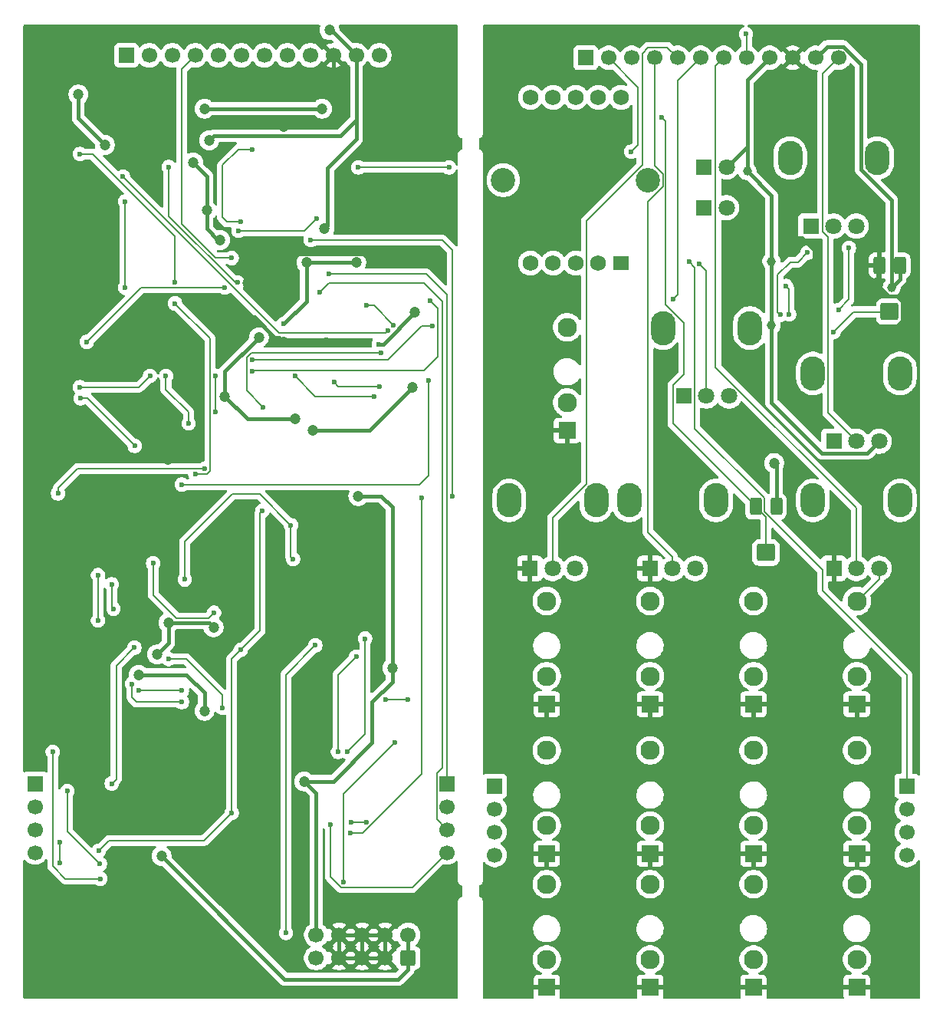
<source format=gbr>
%TF.GenerationSoftware,KiCad,Pcbnew,9.0.6*%
%TF.CreationDate,2025-11-20T09:41:42+01:00*%
%TF.ProjectId,Th-555-biondo,54682d35-3535-42d6-9269-6f6e646f2e6b,rev?*%
%TF.SameCoordinates,Original*%
%TF.FileFunction,Copper,L1,Top*%
%TF.FilePolarity,Positive*%
%FSLAX46Y46*%
G04 Gerber Fmt 4.6, Leading zero omitted, Abs format (unit mm)*
G04 Created by KiCad (PCBNEW 9.0.6) date 2025-11-20 09:41:42*
%MOMM*%
%LPD*%
G01*
G04 APERTURE LIST*
G04 Aperture macros list*
%AMRoundRect*
0 Rectangle with rounded corners*
0 $1 Rounding radius*
0 $2 $3 $4 $5 $6 $7 $8 $9 X,Y pos of 4 corners*
0 Add a 4 corners polygon primitive as box body*
4,1,4,$2,$3,$4,$5,$6,$7,$8,$9,$2,$3,0*
0 Add four circle primitives for the rounded corners*
1,1,$1+$1,$2,$3*
1,1,$1+$1,$4,$5*
1,1,$1+$1,$6,$7*
1,1,$1+$1,$8,$9*
0 Add four rect primitives between the rounded corners*
20,1,$1+$1,$2,$3,$4,$5,0*
20,1,$1+$1,$4,$5,$6,$7,0*
20,1,$1+$1,$6,$7,$8,$9,0*
20,1,$1+$1,$8,$9,$2,$3,0*%
G04 Aperture macros list end*
%TA.AperFunction,ComponentPad*%
%ADD10R,1.930000X1.830000*%
%TD*%
%TA.AperFunction,ComponentPad*%
%ADD11C,2.130000*%
%TD*%
%TA.AperFunction,ComponentPad*%
%ADD12O,2.720000X3.786000*%
%TD*%
%TA.AperFunction,ComponentPad*%
%ADD13R,1.800000X1.800000*%
%TD*%
%TA.AperFunction,ComponentPad*%
%ADD14C,1.800000*%
%TD*%
%TA.AperFunction,SMDPad,CuDef*%
%ADD15RoundRect,0.250000X-0.400000X-0.700000X0.400000X-0.700000X0.400000X0.700000X-0.400000X0.700000X0*%
%TD*%
%TA.AperFunction,SMDPad,CuDef*%
%ADD16RoundRect,0.250000X-0.750000X-0.700000X0.750000X-0.700000X0.750000X0.700000X-0.750000X0.700000X0*%
%TD*%
%TA.AperFunction,ComponentPad*%
%ADD17R,1.700000X1.700000*%
%TD*%
%TA.AperFunction,ComponentPad*%
%ADD18C,1.700000*%
%TD*%
%TA.AperFunction,WasherPad*%
%ADD19C,2.700000*%
%TD*%
%TA.AperFunction,ComponentPad*%
%ADD20C,1.750000*%
%TD*%
%TA.AperFunction,ComponentPad*%
%ADD21R,1.750000X1.524000*%
%TD*%
%TA.AperFunction,ComponentPad*%
%ADD22RoundRect,0.250000X0.600000X-0.600000X0.600000X0.600000X-0.600000X0.600000X-0.600000X-0.600000X0*%
%TD*%
%TA.AperFunction,ViaPad*%
%ADD23C,1.200000*%
%TD*%
%TA.AperFunction,ViaPad*%
%ADD24C,0.600000*%
%TD*%
%TA.AperFunction,ViaPad*%
%ADD25C,1.000000*%
%TD*%
%TA.AperFunction,Conductor*%
%ADD26C,0.400000*%
%TD*%
%TA.AperFunction,Conductor*%
%ADD27C,0.200000*%
%TD*%
G04 APERTURE END LIST*
D10*
%TO.P,J6,S,GND*%
%TO.N,GND1*%
X186050000Y-113250000D03*
D11*
%TO.P,J6,T*%
%TO.N,Net-(J6-PadT)*%
X186050000Y-101850000D03*
%TO.P,J6,TN*%
%TO.N,unconnected-(J6-PadTN)*%
X186050000Y-110150000D03*
%TD*%
D10*
%TO.P,J3,S,GND*%
%TO.N,GND1*%
X163216666Y-113250000D03*
D11*
%TO.P,J3,T*%
%TO.N,Net-(C14-Pad1)*%
X163216666Y-101850000D03*
%TO.P,J3,TN*%
%TO.N,unconnected-(J3-PadTN)*%
X163216666Y-110150000D03*
%TD*%
D12*
%TO.P,RV2,*%
%TO.N,*%
X181200000Y-76720000D03*
X190800000Y-76720000D03*
D13*
%TO.P,RV2,1,1*%
%TO.N,-12V_FRONT*%
X183500000Y-84220000D03*
D14*
%TO.P,RV2,2,2*%
%TO.N,PWM_LEV_IN_FRONT*%
X186000000Y-84220000D03*
%TO.P,RV2,3,3*%
%TO.N,+12V_FRONT*%
X188500000Y-84220000D03*
%TD*%
D10*
%TO.P,J2,S,GND*%
%TO.N,GND1*%
X154050000Y-83030000D03*
D11*
%TO.P,J2,T*%
%TO.N,1V{slash}oct_FRONT*%
X154050000Y-71630000D03*
%TO.P,J2,TN*%
%TO.N,unconnected-(J2-PadTN)*%
X154050000Y-79930000D03*
%TD*%
D12*
%TO.P,RV6,*%
%TO.N,*%
X160900000Y-90750000D03*
X170500000Y-90750000D03*
D13*
%TO.P,RV6,1,1*%
%TO.N,GND1*%
X163200000Y-98250000D03*
D14*
%TO.P,RV6,2,2*%
%TO.N,LIN_MOD_FRONT*%
X165700000Y-98250000D03*
%TO.P,RV6,3,3*%
%TO.N,Net-(C14-Pad2)*%
X168200000Y-98250000D03*
%TD*%
D10*
%TO.P,J10,S,GND*%
%TO.N,GND1*%
X163216666Y-129750000D03*
D11*
%TO.P,J10,T*%
%TO.N,Net-(J10-PadT)*%
X163216666Y-118350000D03*
%TO.P,J10,TN*%
%TO.N,unconnected-(J10-PadTN)*%
X163216666Y-126650000D03*
%TD*%
D10*
%TO.P,J12,S,GND*%
%TO.N,GND1*%
X174633332Y-129750000D03*
D11*
%TO.P,J12,T*%
%TO.N,Net-(J12-PadT)*%
X174633332Y-118350000D03*
%TO.P,J12,TN*%
%TO.N,unconnected-(J12-PadTN)*%
X174633332Y-126650000D03*
%TD*%
D10*
%TO.P,J8,S,GND*%
%TO.N,GND1*%
X151800000Y-129750000D03*
D11*
%TO.P,J8,T*%
%TO.N,Net-(J8-PadT)*%
X151800000Y-118350000D03*
%TO.P,J8,TN*%
%TO.N,unconnected-(J8-PadTN)*%
X151800000Y-126650000D03*
%TD*%
D15*
%TO.P,RV4,1,1*%
%TO.N,-12V_FRONT*%
X190820000Y-64810000D03*
D16*
%TO.P,RV4,2,2*%
%TO.N,LFO ZERO*%
X189670000Y-69910000D03*
D15*
%TO.P,RV4,3,3*%
%TO.N,GND1*%
X188520000Y-64810000D03*
%TD*%
D10*
%TO.P,J11,S,GND*%
%TO.N,GND1*%
X186050000Y-129750000D03*
D11*
%TO.P,J11,T*%
%TO.N,Net-(J11-PadT)*%
X186050000Y-118350000D03*
%TO.P,J11,TN*%
%TO.N,unconnected-(J11-PadTN)*%
X186050000Y-126650000D03*
%TD*%
D10*
%TO.P,J13,S,GND*%
%TO.N,GND1*%
X163216666Y-144499999D03*
D11*
%TO.P,J13,T*%
%TO.N,Net-(J13-PadT)*%
X163216666Y-133099999D03*
%TO.P,J13,TN*%
%TO.N,unconnected-(J13-PadTN)*%
X163216666Y-141399999D03*
%TD*%
D12*
%TO.P,RV7,*%
%TO.N,*%
X181200000Y-90750000D03*
X190800000Y-90750000D03*
D13*
%TO.P,RV7,1,1*%
%TO.N,GND1*%
X183500000Y-98250000D03*
D14*
%TO.P,RV7,2,2*%
%TO.N,PWM_CV_FRONT*%
X186000000Y-98250000D03*
%TO.P,RV7,3,3*%
%TO.N,Net-(J6-PadT)*%
X188500000Y-98250000D03*
%TD*%
D13*
%TO.P,D4,1,K*%
%TO.N,-12V_FRONT*%
X169110000Y-58440000D03*
D14*
%TO.P,D4,2,A*%
%TO.N,Net-(D4-A)*%
X171650000Y-58440000D03*
%TD*%
D10*
%TO.P,J14,S,GND*%
%TO.N,GND1*%
X151800000Y-144499999D03*
D11*
%TO.P,J14,T*%
%TO.N,PULSE_SUB_FRONT*%
X151800000Y-133099999D03*
%TO.P,J14,TN*%
%TO.N,unconnected-(J14-PadTN)*%
X151800000Y-141399999D03*
%TD*%
D12*
%TO.P,RV5,*%
%TO.N,*%
X147650000Y-90750000D03*
X157250000Y-90750000D03*
D13*
%TO.P,RV5,1,1*%
%TO.N,GND1*%
X149950000Y-98250000D03*
D14*
%TO.P,RV5,2,2*%
%TO.N,EXP_MOD_FRONT*%
X152450000Y-98250000D03*
%TO.P,RV5,3,3*%
%TO.N,Net-(J4-PadT)*%
X154950000Y-98250000D03*
%TD*%
D10*
%TO.P,J4,S,GND*%
%TO.N,GND1*%
X151800000Y-113250000D03*
D11*
%TO.P,J4,T*%
%TO.N,Net-(J4-PadT)*%
X151800000Y-101850000D03*
%TO.P,J4,TN*%
%TO.N,unconnected-(J4-PadTN)*%
X151800000Y-110150000D03*
%TD*%
D17*
%TO.P,J9,1,Pin_1*%
%TO.N,TRIANGLE*%
X140800000Y-122000000D03*
D18*
%TO.P,J9,2,Pin_2*%
%TO.N,RAMP*%
X140800000Y-124540000D03*
%TO.P,J9,3,Pin_3*%
%TO.N,PULSE*%
X140800000Y-127080000D03*
%TO.P,J9,4,Pin_4*%
%TO.N,SINE*%
X140800000Y-129620000D03*
%TD*%
D19*
%TO.P,SW1,*%
%TO.N,*%
X147000000Y-55400000D03*
X163000000Y-55400000D03*
D20*
%TO.P,SW1,COM,COM*%
%TO.N,OCTAVE SWITCH FRONT*%
X160000000Y-46250000D03*
D21*
X160000000Y-64550000D03*
D20*
%TO.P,SW1,OUT1,OUT1*%
%TO.N,Net-(R35-Pad1)*%
X157500000Y-64550000D03*
%TO.P,SW1,OUT2,OUT2*%
%TO.N,Net-(R37-Pad1)*%
X155000000Y-64550000D03*
%TO.P,SW1,OUT3,OUT3*%
%TO.N,Net-(R36-Pad1)*%
X152500000Y-64550000D03*
%TO.P,SW1,OUT4,OUT4*%
%TO.N,Net-(R38-Pad1)*%
X150000000Y-64550000D03*
%TO.P,SW1,OUT5,OUT5*%
%TO.N,Net-(R4-Pad1)*%
X150000000Y-46250000D03*
%TO.P,SW1,OUT6,OUT6*%
%TO.N,Net-(R3-Pad1)*%
X152500000Y-46250000D03*
%TO.P,SW1,OUT7,OUT7*%
%TO.N,Net-(R6-Pad1)*%
X155000000Y-46250000D03*
%TO.P,SW1,OUT8,OUT8*%
%TO.N,Net-(R7-Pad1)*%
X157500000Y-46250000D03*
%TD*%
D15*
%TO.P,RV15,1,1*%
%TO.N,-12V_FRONT*%
X177160000Y-91410000D03*
D16*
%TO.P,RV15,2,2*%
%TO.N,Net-(R5-Pad1)*%
X176010000Y-96510000D03*
D15*
%TO.P,RV15,3,3*%
X174860000Y-91410000D03*
%TD*%
D17*
%TO.P,J7,1,Pin_1*%
%TO.N,PULSE_SUB*%
X95300000Y-122000000D03*
D18*
%TO.P,J7,2,Pin_2*%
%TO.N,PULSE_SUB_2*%
X95300000Y-124540000D03*
%TO.P,J7,3,Pin_3*%
%TO.N,RAMP*%
X95300000Y-127080000D03*
%TO.P,J7,4,Pin_4*%
%TO.N,TRIANGLE_SUB*%
X95300000Y-129620000D03*
%TD*%
D10*
%TO.P,J15,S,GND*%
%TO.N,GND1*%
X174633332Y-144499999D03*
D11*
%TO.P,J15,T*%
%TO.N,Net-(J15-PadT)*%
X174633332Y-133099999D03*
%TO.P,J15,TN*%
%TO.N,unconnected-(J15-PadTN)*%
X174633332Y-141399999D03*
%TD*%
D17*
%TO.P,J1,1,Pin_1*%
%TO.N,OCTAVE SWITCH*%
X105375000Y-41620000D03*
D18*
%TO.P,J1,2,Pin_2*%
%TO.N,F_COARSE*%
X107915000Y-41620000D03*
%TO.P,J1,3,Pin_3*%
%TO.N,F_FINE*%
X110455000Y-41620000D03*
%TO.P,J1,4,Pin_4*%
%TO.N,LIN_MOD*%
X112995000Y-41620000D03*
%TO.P,J1,5,Pin_5*%
%TO.N,EXP_MOD*%
X115535000Y-41620000D03*
%TO.P,J1,6,Pin_6*%
%TO.N,1V{slash}oct*%
X118075000Y-41620000D03*
%TO.P,J1,7,Pin_7*%
%TO.N,PWM_CV*%
X120615000Y-41620000D03*
%TO.P,J1,8,Pin_8*%
%TO.N,HARD_SYNC*%
X123155000Y-41620000D03*
%TO.P,J1,9,Pin_9*%
%TO.N,+12V*%
X125695000Y-41620000D03*
%TO.P,J1,10,Pin_10*%
%TO.N,GND1*%
X128235000Y-41620000D03*
%TO.P,J1,11,Pin_11*%
%TO.N,-12V*%
X130775000Y-41620000D03*
%TO.P,J1,12,Pin_12*%
%TO.N,PWM_LEV_IN*%
X133315000Y-41620000D03*
%TD*%
D10*
%TO.P,J5,S,GND*%
%TO.N,GND1*%
X174633332Y-113250000D03*
D11*
%TO.P,J5,T*%
%TO.N,HARD_SYNC_FRONT*%
X174633332Y-101850000D03*
%TO.P,J5,TN*%
%TO.N,unconnected-(J5-PadTN)*%
X174633332Y-110150000D03*
%TD*%
D10*
%TO.P,J16,S,GND*%
%TO.N,GND1*%
X186050000Y-144499999D03*
D11*
%TO.P,J16,T*%
%TO.N,PULSE_SUB_2_FRONT*%
X186050000Y-133099999D03*
%TO.P,J16,TN*%
%TO.N,unconnected-(J16-PadTN)*%
X186050000Y-141399999D03*
%TD*%
D13*
%TO.P,D3,1,K*%
%TO.N,Net-(D3-K)*%
X169120000Y-53950000D03*
D14*
%TO.P,D3,2,A*%
%TO.N,+12V_FRONT*%
X171660000Y-53950000D03*
%TD*%
D12*
%TO.P,RV3,*%
%TO.N,*%
X164640000Y-71720000D03*
X174240000Y-71720000D03*
D13*
%TO.P,RV3,1,1*%
%TO.N,Net-(R29-Pad2)*%
X166940000Y-79220000D03*
D14*
%TO.P,RV3,2,2*%
%TO.N,F_FINE_FRONT*%
X169440000Y-79220000D03*
%TO.P,RV3,3,3*%
%TO.N,Net-(R28-Pad1)*%
X171940000Y-79220000D03*
%TD*%
D12*
%TO.P,RV1,*%
%TO.N,*%
X178680000Y-52960000D03*
X188280000Y-52960000D03*
D13*
%TO.P,RV1,1,1*%
%TO.N,Net-(R1-Pad2)*%
X180980000Y-60460000D03*
D14*
%TO.P,RV1,2,2*%
%TO.N,F_COARSE_FRONT*%
X183480000Y-60460000D03*
%TO.P,RV1,3,3*%
%TO.N,Net-(R2-Pad1)*%
X185980000Y-60460000D03*
%TD*%
D17*
%TO.P,J18,1,Pin_1*%
%TO.N,TRIANGLE_FRONT*%
X191550000Y-122270000D03*
D18*
%TO.P,J18,2,Pin_2*%
%TO.N,RAMP_FRONT*%
X191550000Y-124810000D03*
%TO.P,J18,3,Pin_3*%
%TO.N,PULSE_FRONT*%
X191550000Y-127350000D03*
%TO.P,J18,4,Pin_4*%
%TO.N,SINE_FRONT*%
X191550000Y-129890000D03*
%TD*%
D22*
%TO.P,J20,1,Pin_1*%
%TO.N,-12V*%
X136500000Y-141250000D03*
D18*
%TO.P,J20,2,Pin_2*%
X136500000Y-138710000D03*
%TO.P,J20,3,Pin_3*%
%TO.N,GND1*%
X133960000Y-141250000D03*
%TO.P,J20,4,Pin_4*%
X133960000Y-138710000D03*
%TO.P,J20,5,Pin_5*%
X131420000Y-141250000D03*
%TO.P,J20,6,Pin_6*%
X131420000Y-138710000D03*
%TO.P,J20,7,Pin_7*%
X128880000Y-141250000D03*
%TO.P,J20,8,Pin_8*%
X128880000Y-138710000D03*
%TO.P,J20,9,Pin_9*%
%TO.N,+12V*%
X126340000Y-141250000D03*
%TO.P,J20,10,Pin_10*%
X126340000Y-138710000D03*
%TD*%
D17*
%TO.P,J17,1,Pin_1*%
%TO.N,OCTAVE SWITCH FRONT*%
X156100000Y-41890000D03*
D18*
%TO.P,J17,2,Pin_2*%
%TO.N,F_COARSE_FRONT*%
X158640000Y-41890000D03*
%TO.P,J17,3,Pin_3*%
%TO.N,F_FINE_FRONT*%
X161180000Y-41890000D03*
%TO.P,J17,4,Pin_4*%
%TO.N,LIN_MOD_FRONT*%
X163720000Y-41890000D03*
%TO.P,J17,5,Pin_5*%
%TO.N,EXP_MOD_FRONT*%
X166260000Y-41890000D03*
%TO.P,J17,6,Pin_6*%
%TO.N,1V{slash}oct_FRONT*%
X168800000Y-41890000D03*
%TO.P,J17,7,Pin_7*%
%TO.N,PWM_CV_FRONT*%
X171340000Y-41890000D03*
%TO.P,J17,8,Pin_8*%
%TO.N,HARD_SYNC_FRONT*%
X173880000Y-41890000D03*
%TO.P,J17,9,Pin_9*%
%TO.N,+12V_FRONT*%
X176420000Y-41890000D03*
%TO.P,J17,10,Pin_10*%
%TO.N,GND1*%
X178960000Y-41890000D03*
%TO.P,J17,11,Pin_11*%
%TO.N,-12V_FRONT*%
X181500000Y-41890000D03*
%TO.P,J17,12,Pin_12*%
%TO.N,PWM_LEV_IN_FRONT*%
X184040000Y-41890000D03*
%TD*%
D17*
%TO.P,J19,1,Pin_1*%
%TO.N,PULSE_SUB_FRONT*%
X146050000Y-122270000D03*
D18*
%TO.P,J19,2,Pin_2*%
%TO.N,PULSE_SUB_2_FRONT*%
X146050000Y-124810000D03*
%TO.P,J19,3,Pin_3*%
%TO.N,RAMP_SUB_FRONT*%
X146050000Y-127350000D03*
%TO.P,J19,4,Pin_4*%
%TO.N,TRIANGLE_SUB_FRONT*%
X146050000Y-129890000D03*
%TD*%
D23*
%TO.N,-12V*%
X108750000Y-107750000D03*
X127800000Y-38850000D03*
X130750000Y-64500000D03*
D24*
X122750000Y-71250000D03*
D23*
X120000000Y-72750000D03*
X109250000Y-130000000D03*
X127250000Y-60750000D03*
X110012500Y-104250000D03*
X114500000Y-51000000D03*
X124000000Y-81750000D03*
X115000000Y-104750000D03*
X125250000Y-64500000D03*
X116250000Y-79250000D03*
D24*
%TO.N,Net-(D2-A)*%
X108000000Y-77000000D03*
X100250000Y-78250000D03*
%TO.N,Net-(U3B--)*%
X178210000Y-67080000D03*
X178570000Y-70200000D03*
%TO.N,Net-(U5B--)*%
X115250000Y-77000000D03*
X115250000Y-81000000D03*
%TO.N,RAMP*%
X102300000Y-129450000D03*
X118000000Y-107250000D03*
X117000000Y-125250000D03*
X130225000Y-126250000D03*
X120500000Y-80500000D03*
X120400000Y-91890000D03*
X133500000Y-74500000D03*
X131850000Y-126250000D03*
%TO.N,PULSE_SUB*%
X98860000Y-122810000D03*
X102460000Y-130880000D03*
%TO.N,DIVIDER_1_OUT*%
X115050000Y-103150000D03*
X108325000Y-97700000D03*
%TO.N,_DIVIDER_1_OUT*%
X110012500Y-108250000D03*
X103950000Y-102700000D03*
X116000000Y-113660000D03*
X103750000Y-100000000D03*
%TO.N,Net-(Q3-S)*%
X130750000Y-108000000D03*
X128750000Y-118500000D03*
%TO.N,PWM_CV*%
X119250000Y-76500000D03*
X138926103Y-68725368D03*
%TO.N,PWM_LEVEL*%
X132750000Y-79250000D03*
X136500000Y-112750000D03*
X134000000Y-112750000D03*
X124000000Y-77000000D03*
%TO.N,TRIANGLE*%
X119250000Y-52000000D03*
X118000000Y-60000000D03*
X127750000Y-65750000D03*
%TO.N,PULSE*%
X126750000Y-67750000D03*
%TO.N,Net-(U3A--)*%
X177590000Y-70260000D03*
X180600000Y-63390000D03*
%TO.N,LIN_MOD*%
X117000000Y-64000000D03*
%TO.N,Net-(U5C-+)*%
X117750000Y-61000000D03*
X126375000Y-59625000D03*
X101000000Y-73250000D03*
X116250000Y-67250000D03*
%TO.N,Net-(U5A--)*%
X100250000Y-52500000D03*
X113000000Y-87850000D03*
X110750000Y-69000000D03*
X110750000Y-66650000D03*
%TO.N,RAMP_SUB*%
X131750000Y-106000000D03*
X129750000Y-118500000D03*
%TO.N,SINE*%
X127950000Y-126550000D03*
%TO.N,I V{slash}oct*%
X111500000Y-89000000D03*
X138750000Y-77500000D03*
X141000000Y-54000000D03*
X131000000Y-54000000D03*
%TO.N,Net-(R35-Pad1)*%
X185170000Y-62880000D03*
X184020000Y-69720000D03*
%TO.N,Net-(U2-THR)*%
X105250000Y-67250000D03*
X105250000Y-57750000D03*
D23*
%TO.N,-12V_FRONT*%
X176900000Y-86610000D03*
D25*
X189880000Y-67270000D03*
%TO.N,+12V_FRONT*%
X176620000Y-64360000D03*
X173960000Y-54430000D03*
X176610000Y-71410000D03*
D24*
%TO.N,F_FINE_FRONT*%
X168660000Y-64630000D03*
%TO.N,F_COARSE_FRONT*%
X161140000Y-52250000D03*
%TO.N,HARD_SYNC_FRONT*%
X173800000Y-39250000D03*
%TO.N,1V{slash}oct_FRONT*%
X165760000Y-68530000D03*
%TO.N,Net-(R39-Pad2)*%
X128300000Y-77700000D03*
X133300000Y-78200000D03*
%TO.N,Net-(U2-DIS)*%
X134250000Y-72000000D03*
X105000000Y-55000000D03*
%TO.N,Net-(U4A--)*%
X134880025Y-71380025D03*
X131900000Y-69200000D03*
%TO.N,Net-(R53-Pad2)*%
X109750000Y-77000000D03*
X114000000Y-87250000D03*
X112250000Y-82250000D03*
X97825000Y-89975000D03*
%TO.N,LFO ZERO*%
X183470000Y-72150000D03*
%TO.N,Net-(R58-Pad2)*%
X100350000Y-79475000D03*
X106300000Y-84725000D03*
%TO.N,Net-(U9B-+)*%
X106250000Y-107000000D03*
X103750000Y-122000000D03*
%TO.N,Net-(R69-Pad1)*%
X106000000Y-111000000D03*
X111500000Y-113000000D03*
%TO.N,Net-(U7B-+)*%
X135000000Y-117500000D03*
X129375000Y-132875000D03*
%TO.N,Net-(U7D--)*%
X98000000Y-130725000D03*
X98000000Y-128500000D03*
X126250000Y-106750000D03*
X123000000Y-138500000D03*
%TO.N,Net-(U7C--)*%
X111500000Y-111750000D03*
X106750000Y-111750000D03*
X102500000Y-132500000D03*
X97250000Y-118500000D03*
%TO.N,TRIANGLE_FRONT*%
X167500000Y-64400000D03*
%TO.N,GND1*%
X108750000Y-51250000D03*
D25*
X173660000Y-55811500D03*
D23*
X135750000Y-60500000D03*
D24*
X126250000Y-109750000D03*
D25*
X188350000Y-66560000D03*
X187760000Y-71840000D03*
D24*
X96650000Y-82280000D03*
X126250000Y-108750000D03*
X121560000Y-105570000D03*
D23*
X122750000Y-49500000D03*
D24*
X100500000Y-54750000D03*
X112250000Y-73000000D03*
X113750000Y-108000000D03*
D23*
X98250000Y-74750000D03*
X133000000Y-63500000D03*
D24*
X111500000Y-102000000D03*
X129120000Y-93690000D03*
X129930000Y-93690000D03*
X99750000Y-54750000D03*
D23*
X118750000Y-66750000D03*
D24*
X110750000Y-94030000D03*
X97150000Y-82710000D03*
X110060000Y-94030000D03*
X113750000Y-107250000D03*
X133520000Y-100070000D03*
D23*
X119250000Y-117500000D03*
D24*
X107070000Y-91880000D03*
D23*
X134750000Y-49500000D03*
X122750000Y-73250000D03*
D25*
X180380000Y-69850000D03*
D24*
X127000000Y-73500000D03*
D23*
X132250000Y-44750000D03*
D24*
X187330000Y-95590000D03*
D23*
X109925000Y-86250000D03*
D24*
X103020000Y-97130000D03*
X126250000Y-110750000D03*
D25*
X173530000Y-63530000D03*
D24*
X112250000Y-72000000D03*
X121500000Y-96010000D03*
D23*
X98250000Y-73500000D03*
X120750000Y-128460000D03*
D24*
X121490000Y-95320000D03*
X111500000Y-101250000D03*
D23*
X133250000Y-106000000D03*
D24*
X108750000Y-50500000D03*
X99000000Y-54750000D03*
X108750000Y-52000000D03*
X127500000Y-73000000D03*
X187330000Y-96350000D03*
D23*
X98750000Y-120250000D03*
X122000000Y-62500000D03*
D24*
X113750000Y-106500000D03*
X107830000Y-91910000D03*
D23*
X104250000Y-126250000D03*
D24*
X103030000Y-96460000D03*
X129600000Y-100060000D03*
X111500000Y-102750000D03*
%TO.N,PWM_LEV_IN*%
X139150000Y-71500000D03*
X119250000Y-75250000D03*
%TO.N,Net-(U8B-D)*%
X102250000Y-104000000D03*
X102250000Y-99000000D03*
D23*
%TO.N,+12V*%
X100075000Y-45950000D03*
D24*
X133250000Y-73500000D03*
D23*
X126000000Y-83000000D03*
X131000000Y-90250000D03*
X134750000Y-109250000D03*
X115750000Y-62000000D03*
X125000000Y-121750000D03*
X114000000Y-113960000D03*
X136992988Y-78245079D03*
X112750000Y-53450735D03*
X137250000Y-70000000D03*
X127000000Y-47500000D03*
X114000000Y-47500000D03*
X106736188Y-109993861D03*
X114250000Y-58750000D03*
X103000000Y-51500000D03*
D24*
%TO.N,CORE_CLOCK*%
X117651265Y-66697265D03*
X110050000Y-53950000D03*
%TO.N,Net-(U10-Q)*%
X123550000Y-93475000D03*
X111825000Y-99475000D03*
X123775000Y-97200000D03*
%TO.N,Net-(R5-Pad1)*%
X164520000Y-48430000D03*
%TO.N,Net-(U9A-+)*%
X141400000Y-90250000D03*
X130140000Y-127500000D03*
X138000000Y-90500000D03*
X125750000Y-62000000D03*
%TD*%
D26*
%TO.N,-12V*%
X114500000Y-104250000D02*
X110012500Y-104250000D01*
X130775000Y-41620000D02*
X130775000Y-48750000D01*
X136500000Y-142500000D02*
X136500000Y-141250000D01*
X135400000Y-143600000D02*
X122850000Y-143600000D01*
X118750000Y-81750000D02*
X116250000Y-79250000D01*
X125250000Y-64500000D02*
X125250000Y-68750000D01*
X110012500Y-104250000D02*
X110012500Y-106487500D01*
X127600000Y-54051471D02*
X130775000Y-50876471D01*
X125250000Y-64500000D02*
X130750000Y-64500000D01*
X116250000Y-76500000D02*
X116250000Y-79250000D01*
X115000000Y-104750000D02*
X114500000Y-104250000D01*
X124000000Y-81750000D02*
X118750000Y-81750000D01*
X129025000Y-50500000D02*
X130775000Y-48750000D01*
X115000000Y-50500000D02*
X129025000Y-50500000D01*
X114500000Y-51000000D02*
X115000000Y-50500000D01*
X122850000Y-143600000D02*
X109250000Y-130000000D01*
X120000000Y-72750000D02*
X116250000Y-76500000D01*
X130775000Y-41620000D02*
X128005000Y-38850000D01*
X136500000Y-138710000D02*
X136500000Y-141250000D01*
X125250000Y-68750000D02*
X122750000Y-71250000D01*
X127250000Y-60750000D02*
X127600000Y-60400000D01*
X128005000Y-38850000D02*
X127800000Y-38850000D01*
X130775000Y-50876471D02*
X130775000Y-48750000D01*
X135400000Y-143600000D02*
X136500000Y-142500000D01*
X110012500Y-106487500D02*
X108750000Y-107750000D01*
X127600000Y-60400000D02*
X127600000Y-54051471D01*
D27*
%TO.N,Net-(D2-A)*%
X106750000Y-78250000D02*
X108000000Y-77000000D01*
X100250000Y-78250000D02*
X106750000Y-78250000D01*
%TO.N,Net-(U3B--)*%
X178570000Y-70200000D02*
X178570000Y-67440000D01*
X178570000Y-67440000D02*
X178210000Y-67080000D01*
%TO.N,Net-(U5B--)*%
X115250000Y-77000000D02*
X115250000Y-81000000D01*
%TO.N,RAMP*%
X120149000Y-105101000D02*
X120149000Y-92141000D01*
X118650000Y-75001471D02*
X118650000Y-78650000D01*
X119151471Y-74500000D02*
X118650000Y-75001471D01*
X117000000Y-108250000D02*
X118000000Y-107250000D01*
X120149000Y-92141000D02*
X120400000Y-91890000D01*
X118000000Y-107250000D02*
X120149000Y-105101000D01*
X102300000Y-129450000D02*
X103475735Y-128274265D01*
X117000000Y-125250000D02*
X117000000Y-108250000D01*
X118650000Y-78650000D02*
X120500000Y-80500000D01*
X133500000Y-74500000D02*
X119151471Y-74500000D01*
X103475735Y-128274265D02*
X113975735Y-128274265D01*
X113975735Y-128274265D02*
X117000000Y-125250000D01*
X130225000Y-126250000D02*
X131850000Y-126250000D01*
%TO.N,PULSE_SUB*%
X98860000Y-122810000D02*
X98860000Y-127280000D01*
X98860000Y-127280000D02*
X102460000Y-130880000D01*
%TO.N,DIVIDER_1_OUT*%
X108350000Y-101175000D02*
X108350000Y-101125000D01*
X115050000Y-103150000D02*
X114450000Y-103750000D01*
X108350000Y-101125000D02*
X108350000Y-97725000D01*
X110925000Y-103750000D02*
X108350000Y-101175000D01*
X108350000Y-97725000D02*
X108325000Y-97700000D01*
X114450000Y-103750000D02*
X110925000Y-103750000D01*
%TO.N,_DIVIDER_1_OUT*%
X103950000Y-102700000D02*
X103750000Y-102500000D01*
X112000000Y-108250000D02*
X110012500Y-108250000D01*
X116000000Y-113660000D02*
X116000000Y-112250000D01*
X103750000Y-102500000D02*
X103750000Y-100000000D01*
X116000000Y-112250000D02*
X112000000Y-108250000D01*
%TO.N,Net-(Q3-S)*%
X128750000Y-110000000D02*
X130750000Y-108000000D01*
X128750000Y-118500000D02*
X128750000Y-110000000D01*
%TO.N,Net-(J6-PadT)*%
X188500000Y-99400000D02*
X188500000Y-98250000D01*
X186050000Y-101850000D02*
X188500000Y-99400000D01*
%TO.N,PWM_CV*%
X119350000Y-76400000D02*
X119250000Y-76500000D01*
X139750000Y-69549265D02*
X139750000Y-74848529D01*
X138198529Y-76400000D02*
X119350000Y-76400000D01*
X138926103Y-68725368D02*
X139750000Y-69549265D01*
X139750000Y-74848529D02*
X138198529Y-76400000D01*
%TO.N,PWM_LEVEL*%
X132750000Y-79250000D02*
X126250000Y-79250000D01*
X126250000Y-79250000D02*
X124000000Y-77000000D01*
X134000000Y-112750000D02*
X136500000Y-112750000D01*
%TO.N,TRIANGLE*%
X119250000Y-52000000D02*
X117750000Y-52000000D01*
X117750000Y-52000000D02*
X116000000Y-53750000D01*
X138500000Y-65750000D02*
X127750000Y-65750000D01*
X140800000Y-68050000D02*
X138500000Y-65750000D01*
X116000000Y-59500000D02*
X116500000Y-60000000D01*
X116500000Y-60000000D02*
X118000000Y-60000000D01*
X140800000Y-122000000D02*
X140800000Y-68050000D01*
X116000000Y-53750000D02*
X116000000Y-59500000D01*
%TO.N,PULSE*%
X140800000Y-127080000D02*
X139650000Y-125930000D01*
X139650000Y-120850000D02*
X140250000Y-120250000D01*
X139650000Y-125930000D02*
X139650000Y-120850000D01*
X138250000Y-66750000D02*
X127750000Y-66750000D01*
X127750000Y-66750000D02*
X126750000Y-67750000D01*
X140250000Y-68750000D02*
X138250000Y-66750000D01*
X140250000Y-120250000D02*
X140250000Y-68750000D01*
%TO.N,Net-(U3A--)*%
X177590000Y-70260000D02*
X177310000Y-69980000D01*
X177310000Y-65840000D02*
X178710000Y-64440000D01*
X178710000Y-64440000D02*
X179550000Y-64440000D01*
X177310000Y-69980000D02*
X177310000Y-65840000D01*
X179550000Y-64440000D02*
X180600000Y-63390000D01*
%TO.N,LIN_MOD*%
X117000000Y-64000000D02*
X115250000Y-64000000D01*
X115250000Y-64000000D02*
X111500000Y-60250000D01*
X111500000Y-43115000D02*
X112995000Y-41620000D01*
X111500000Y-60250000D02*
X111500000Y-43115000D01*
%TO.N,Net-(U5C-+)*%
X101000000Y-73250000D02*
X107000000Y-67250000D01*
X125000000Y-61000000D02*
X117750000Y-61000000D01*
X126375000Y-59625000D02*
X125000000Y-61000000D01*
X107000000Y-67250000D02*
X116250000Y-67250000D01*
%TO.N,Net-(U5A--)*%
X100250000Y-52500000D02*
X101651471Y-52500000D01*
X114600000Y-72850000D02*
X110750000Y-69000000D01*
X113000000Y-87850000D02*
X114248529Y-87850000D01*
X110750000Y-66500000D02*
X110750000Y-66650000D01*
X101651471Y-52500000D02*
X110750000Y-61598529D01*
X114248529Y-87850000D02*
X114600000Y-87498529D01*
X114600000Y-87498529D02*
X114600000Y-72850000D01*
X110750000Y-61598529D02*
X110750000Y-66500000D01*
%TO.N,RAMP_SUB*%
X131750000Y-116500000D02*
X129750000Y-118500000D01*
X131750000Y-106000000D02*
X131750000Y-116500000D01*
%TO.N,SINE*%
X129126057Y-133476000D02*
X127950000Y-132299943D01*
X127950000Y-132299943D02*
X127950000Y-126550000D01*
X140800000Y-129620000D02*
X136944000Y-133476000D01*
X136944000Y-133476000D02*
X129126057Y-133476000D01*
%TO.N,I V{slash}oct*%
X131000000Y-54000000D02*
X141000000Y-54000000D01*
X111500000Y-89000000D02*
X137750000Y-89000000D01*
X137750000Y-89000000D02*
X138750000Y-88000000D01*
X138750000Y-88000000D02*
X138750000Y-77500000D01*
%TO.N,Net-(R35-Pad1)*%
X185170000Y-68570000D02*
X185170000Y-62880000D01*
X184020000Y-69720000D02*
X185170000Y-68570000D01*
%TO.N,Net-(U2-THR)*%
X105250000Y-57750000D02*
X105250000Y-67250000D01*
D26*
%TO.N,-12V_FRONT*%
X186519000Y-42599818D02*
X186519000Y-54222430D01*
X190820000Y-64810000D02*
X190820000Y-66330000D01*
X189880000Y-57583430D02*
X189880000Y-67270000D01*
X184558182Y-40639000D02*
X186519000Y-42599818D01*
X182751000Y-40639000D02*
X184558182Y-40639000D01*
X176900000Y-86610000D02*
X177160000Y-86870000D01*
X181500000Y-41890000D02*
X182751000Y-40639000D01*
X177160000Y-86870000D02*
X177160000Y-91410000D01*
X190820000Y-66330000D02*
X189880000Y-67270000D01*
X186519000Y-54222430D02*
X189880000Y-57583430D01*
%TO.N,+12V_FRONT*%
X173960000Y-54300000D02*
X173960000Y-54430000D01*
X187199000Y-85521000D02*
X188500000Y-84220000D01*
X173960000Y-44350000D02*
X173960000Y-51650000D01*
X176620000Y-57090000D02*
X173960000Y-54430000D01*
X176610000Y-71410000D02*
X176610000Y-79932000D01*
X171660000Y-53950000D02*
X173960000Y-51650000D01*
X182199000Y-85521000D02*
X187199000Y-85521000D01*
X176610000Y-79932000D02*
X182199000Y-85521000D01*
X176620000Y-64360000D02*
X176620000Y-57090000D01*
X176420000Y-41890000D02*
X173960000Y-44350000D01*
X176610000Y-64370000D02*
X176620000Y-64360000D01*
X173960000Y-51650000D02*
X173960000Y-54300000D01*
X176610000Y-71410000D02*
X176610000Y-64370000D01*
D27*
%TO.N,F_FINE_FRONT*%
X168660000Y-64630000D02*
X169440000Y-65410000D01*
X169440000Y-65410000D02*
X169440000Y-79220000D01*
%TO.N,EXP_MOD_FRONT*%
X166260000Y-41890000D02*
X165109000Y-40739000D01*
X165109000Y-40739000D02*
X163005240Y-40739000D01*
X156176000Y-88941991D02*
X152450000Y-92667991D01*
X156176000Y-59889133D02*
X156176000Y-88941991D01*
X162331000Y-41413240D02*
X162331000Y-53734133D01*
X162331000Y-53734133D02*
X156176000Y-59889133D01*
X152450000Y-92667991D02*
X152450000Y-98250000D01*
X163005240Y-40739000D02*
X162331000Y-41413240D01*
%TO.N,PWM_CV_FRONT*%
X170449000Y-42781000D02*
X170449000Y-76030529D01*
X171340000Y-41890000D02*
X170449000Y-42781000D01*
X170449000Y-76030529D02*
X186000000Y-91581529D01*
X186000000Y-91581529D02*
X186000000Y-98250000D01*
%TO.N,F_COARSE_FRONT*%
X161883880Y-45133880D02*
X158640000Y-41890000D01*
X161883880Y-51506120D02*
X161883880Y-45133880D01*
X161140000Y-52250000D02*
X161883880Y-51506120D01*
%TO.N,LIN_MOD_FRONT*%
X164651000Y-56083867D02*
X162979000Y-57755867D01*
X162979000Y-57755867D02*
X162979000Y-94256208D01*
X165700000Y-96977208D02*
X165700000Y-98250000D01*
X163720000Y-53785133D02*
X164651000Y-54716133D01*
X162979000Y-94256208D02*
X165700000Y-96977208D01*
X164651000Y-54716133D02*
X164651000Y-56083867D01*
X163720000Y-41890000D02*
X163720000Y-53785133D01*
%TO.N,HARD_SYNC_FRONT*%
X173880000Y-39330000D02*
X173800000Y-39250000D01*
X173880000Y-41890000D02*
X173880000Y-39330000D01*
%TO.N,1V{slash}oct_FRONT*%
X165760000Y-68530000D02*
X166301000Y-67989000D01*
X166301000Y-44389000D02*
X168800000Y-41890000D01*
X166301000Y-67989000D02*
X166301000Y-44389000D01*
%TO.N,Net-(R39-Pad2)*%
X128300000Y-77700000D02*
X128800000Y-78200000D01*
X128800000Y-78200000D02*
X133300000Y-78200000D01*
%TO.N,Net-(U2-DIS)*%
X134250000Y-72000000D02*
X134000000Y-72250000D01*
X122250000Y-72250000D02*
X105000000Y-55000000D01*
X134000000Y-72250000D02*
X122250000Y-72250000D01*
%TO.N,Net-(U4A--)*%
X132700000Y-69200000D02*
X134880025Y-71380025D01*
X131900000Y-69200000D02*
X132700000Y-69200000D01*
%TO.N,Net-(R53-Pad2)*%
X99970000Y-87250000D02*
X114000000Y-87250000D01*
X99970000Y-87250000D02*
X97825000Y-89395000D01*
X97825000Y-89395000D02*
X97825000Y-89975000D01*
X112250000Y-82250000D02*
X112250000Y-81000000D01*
X112250000Y-81000000D02*
X109750000Y-78500000D01*
X109750000Y-78500000D02*
X109750000Y-77000000D01*
%TO.N,LFO ZERO*%
X183470000Y-72150000D02*
X185690000Y-69930000D01*
X189650000Y-69930000D02*
X189670000Y-69910000D01*
X185690000Y-69930000D02*
X189650000Y-69930000D01*
%TO.N,Net-(R58-Pad2)*%
X100350000Y-79475000D02*
X101050000Y-79475000D01*
X101050000Y-79475000D02*
X106300000Y-84725000D01*
%TO.N,Net-(U9B-+)*%
X104250000Y-109000000D02*
X104250000Y-121500000D01*
X106250000Y-107000000D02*
X104250000Y-109000000D01*
X104250000Y-121500000D02*
X103750000Y-122000000D01*
%TO.N,Net-(R69-Pad1)*%
X106000000Y-112500000D02*
X106500000Y-113000000D01*
X106500000Y-113000000D02*
X111500000Y-113000000D01*
X106000000Y-111000000D02*
X106000000Y-112500000D01*
%TO.N,Net-(U7B-+)*%
X135000000Y-117500000D02*
X129375000Y-123125000D01*
X129375000Y-123125000D02*
X129375000Y-132875000D01*
%TO.N,Net-(U7D--)*%
X123000000Y-110000000D02*
X126250000Y-106750000D01*
X123000000Y-138500000D02*
X123000000Y-110000000D01*
X98000000Y-130725000D02*
X98000000Y-128500000D01*
%TO.N,Net-(U7C--)*%
X98651471Y-132500000D02*
X97250000Y-131098529D01*
X97250000Y-131098529D02*
X97250000Y-118500000D01*
X102500000Y-132500000D02*
X98651471Y-132500000D01*
X111500000Y-111750000D02*
X106750000Y-111750000D01*
%TO.N,TRIANGLE_FRONT*%
X182299000Y-98437464D02*
X182299000Y-100747689D01*
X182299000Y-100747689D02*
X191550000Y-109998689D01*
X175811000Y-91949464D02*
X182299000Y-98437464D01*
X167500000Y-64400000D02*
X168141000Y-65041000D01*
X175811000Y-90474840D02*
X175811000Y-91949464D01*
X168141000Y-65041000D02*
X168141000Y-82804840D01*
X168141000Y-82804840D02*
X175811000Y-90474840D01*
X191550000Y-109998689D02*
X191550000Y-122270000D01*
D26*
%TO.N,GND1*%
X128235000Y-48515000D02*
X128235000Y-41620000D01*
X178660000Y-61630000D02*
X178660000Y-56450000D01*
X181301000Y-63099636D02*
X179962364Y-61761000D01*
X133960000Y-138710000D02*
X133960000Y-141250000D01*
X175930000Y-53720000D02*
X175930000Y-44920000D01*
X127250000Y-49500000D02*
X128235000Y-48515000D01*
X190117580Y-71840000D02*
X191071000Y-70886580D01*
X123000000Y-63500000D02*
X133000000Y-63500000D01*
X178791000Y-61761000D02*
X178660000Y-61630000D01*
X128880000Y-138710000D02*
X128880000Y-141250000D01*
X119500000Y-70500000D02*
X121750000Y-72750000D01*
X118750000Y-65750000D02*
X118750000Y-66750000D01*
X120750000Y-128460000D02*
X120750000Y-119000000D01*
X173660000Y-63400000D02*
X173660000Y-55811500D01*
X120750000Y-119000000D02*
X119250000Y-117500000D01*
X173530000Y-63530000D02*
X173660000Y-63400000D01*
X180380000Y-69850000D02*
X181301000Y-68929000D01*
X134750000Y-49500000D02*
X134750000Y-47250000D01*
X122750000Y-49500000D02*
X127250000Y-49500000D01*
X178660000Y-56450000D02*
X175930000Y-53720000D01*
X188350000Y-67014207D02*
X188350000Y-66560000D01*
X175930000Y-44920000D02*
X178960000Y-41890000D01*
X187760000Y-71840000D02*
X190117580Y-71840000D01*
X122250000Y-72750000D02*
X122750000Y-73250000D01*
X179962364Y-61761000D02*
X178791000Y-61761000D01*
X128880000Y-141250000D02*
X133960000Y-141250000D01*
X181301000Y-68929000D02*
X181301000Y-63099636D01*
X189506793Y-68171000D02*
X188350000Y-67014207D01*
X190461000Y-68171000D02*
X189506793Y-68171000D01*
X122000000Y-62500000D02*
X118750000Y-65750000D01*
X128880000Y-138710000D02*
X133960000Y-138710000D01*
X122000000Y-62500000D02*
X123000000Y-63500000D01*
X191071000Y-68781000D02*
X190461000Y-68171000D01*
X188350000Y-66560000D02*
X188350000Y-64980000D01*
X131420000Y-138710000D02*
X131420000Y-141250000D01*
X188350000Y-64980000D02*
X188520000Y-64810000D01*
X191071000Y-70886580D02*
X191071000Y-68781000D01*
X121750000Y-72750000D02*
X122250000Y-72750000D01*
X117500000Y-70500000D02*
X119500000Y-70500000D01*
X134750000Y-47250000D02*
X132250000Y-44750000D01*
D27*
%TO.N,PWM_LEV_IN*%
X139150000Y-71500000D02*
X138000000Y-71500000D01*
X138000000Y-71500000D02*
X134250000Y-75250000D01*
X134250000Y-75250000D02*
X119250000Y-75250000D01*
%TO.N,PWM_LEV_IN_FRONT*%
X182869000Y-61699000D02*
X182279000Y-61109000D01*
X182869000Y-81089000D02*
X182869000Y-61699000D01*
X182279000Y-61109000D02*
X182279000Y-43651000D01*
X182279000Y-43651000D02*
X184040000Y-41890000D01*
X186000000Y-84220000D02*
X182869000Y-81089000D01*
%TO.N,Net-(U8B-D)*%
X102250000Y-104000000D02*
X102250000Y-99000000D01*
D26*
%TO.N,+12V*%
X114000000Y-112000000D02*
X114000000Y-113960000D01*
X134750000Y-91500000D02*
X133500000Y-90250000D01*
X137250000Y-70000000D02*
X133750000Y-73500000D01*
X133750000Y-73500000D02*
X133250000Y-73500000D01*
X112750000Y-53450735D02*
X114250000Y-54950735D01*
X100075000Y-45950000D02*
X100075000Y-48575000D01*
X106742327Y-110000000D02*
X112000000Y-110000000D01*
X132500000Y-113000000D02*
X134750000Y-110750000D01*
X106736188Y-109993861D02*
X106742327Y-110000000D01*
X125000000Y-121750000D02*
X126340000Y-123090000D01*
X136992988Y-78245079D02*
X136992988Y-78245080D01*
X114000000Y-47500000D02*
X127000000Y-47500000D01*
X100075000Y-48575000D02*
X103000000Y-51500000D01*
X115500000Y-62000000D02*
X114250000Y-60750000D01*
X133500000Y-90250000D02*
X131000000Y-90250000D01*
X132238068Y-83000000D02*
X126000000Y-83000000D01*
X114250000Y-60750000D02*
X114250000Y-58750000D01*
X112000000Y-110000000D02*
X114000000Y-112000000D01*
X132500000Y-117500000D02*
X132500000Y-113000000D01*
X134750000Y-110750000D02*
X134750000Y-109250000D01*
X136992988Y-78245080D02*
X132238068Y-83000000D01*
X114250000Y-54950735D02*
X114250000Y-58750000D01*
X128250000Y-121750000D02*
X132500000Y-117500000D01*
X125000000Y-121750000D02*
X128250000Y-121750000D01*
X115750000Y-62000000D02*
X115500000Y-62000000D01*
X134750000Y-109250000D02*
X134750000Y-91500000D01*
X126340000Y-123090000D02*
X126340000Y-138710000D01*
D27*
%TO.N,CORE_CLOCK*%
X110050000Y-59367100D02*
X117380165Y-66697265D01*
X117380165Y-66697265D02*
X117651265Y-66697265D01*
X110050000Y-53950000D02*
X110050000Y-59367100D01*
%TO.N,Net-(U10-Q)*%
X111825000Y-99475000D02*
X111825000Y-95300000D01*
X120100000Y-90025000D02*
X123550000Y-93475000D01*
X123550000Y-96975000D02*
X123550000Y-93475000D01*
X123775000Y-97200000D02*
X123550000Y-96975000D01*
X111825000Y-95300000D02*
X117100000Y-90025000D01*
X117100000Y-90025000D02*
X120100000Y-90025000D01*
%TO.N,Net-(R5-Pad1)*%
X164942000Y-69139991D02*
X166970000Y-71167991D01*
X166970000Y-76788000D02*
X165739000Y-78019000D01*
X166970000Y-71167991D02*
X166970000Y-76788000D01*
X165739000Y-82289000D02*
X174860000Y-91410000D01*
X165739000Y-78019000D02*
X165739000Y-82289000D01*
X176010000Y-96510000D02*
X176010000Y-92560000D01*
X176010000Y-92560000D02*
X174860000Y-91410000D01*
X164520000Y-48430000D02*
X164942000Y-48852000D01*
X164942000Y-48852000D02*
X164942000Y-69139991D01*
%TO.N,Net-(U9A-+)*%
X125750000Y-62000000D02*
X140250000Y-62000000D01*
X130140000Y-127500000D02*
X131449943Y-127500000D01*
X141400000Y-63150000D02*
X141400000Y-90250000D01*
X138000000Y-120949943D02*
X138000000Y-90500000D01*
X131449943Y-127500000D02*
X138000000Y-120949943D01*
X140250000Y-62000000D02*
X141400000Y-63150000D01*
%TD*%
%TA.AperFunction,Conductor*%
%TO.N,GND1*%
G36*
X173564849Y-38270185D02*
G01*
X173610604Y-38322989D01*
X173620548Y-38392147D01*
X173591523Y-38455703D01*
X173545262Y-38489061D01*
X173420827Y-38540602D01*
X173420814Y-38540609D01*
X173289711Y-38628210D01*
X173289707Y-38628213D01*
X173178213Y-38739707D01*
X173178210Y-38739711D01*
X173090609Y-38870814D01*
X173090602Y-38870827D01*
X173030264Y-39016498D01*
X173030261Y-39016510D01*
X172999500Y-39171153D01*
X172999500Y-39328846D01*
X173030261Y-39483489D01*
X173030264Y-39483501D01*
X173090602Y-39629172D01*
X173090609Y-39629185D01*
X173178209Y-39760287D01*
X173178210Y-39760288D01*
X173178211Y-39760289D01*
X173243182Y-39825260D01*
X173276666Y-39886581D01*
X173279500Y-39912940D01*
X173279500Y-40604281D01*
X173259815Y-40671320D01*
X173211795Y-40714765D01*
X173172185Y-40734947D01*
X173172184Y-40734948D01*
X173000213Y-40859890D01*
X172849890Y-41010213D01*
X172724949Y-41182182D01*
X172720484Y-41190946D01*
X172672509Y-41241742D01*
X172604688Y-41258536D01*
X172538553Y-41235998D01*
X172499516Y-41190946D01*
X172495050Y-41182182D01*
X172370109Y-41010213D01*
X172219786Y-40859890D01*
X172047820Y-40734951D01*
X171858414Y-40638444D01*
X171858413Y-40638443D01*
X171858412Y-40638443D01*
X171656243Y-40572754D01*
X171656241Y-40572753D01*
X171656240Y-40572753D01*
X171494957Y-40547208D01*
X171446287Y-40539500D01*
X171233713Y-40539500D01*
X171185042Y-40547208D01*
X171023760Y-40572753D01*
X170821585Y-40638444D01*
X170632179Y-40734951D01*
X170460213Y-40859890D01*
X170309890Y-41010213D01*
X170184949Y-41182182D01*
X170180484Y-41190946D01*
X170132509Y-41241742D01*
X170064688Y-41258536D01*
X169998553Y-41235998D01*
X169959516Y-41190946D01*
X169955050Y-41182182D01*
X169830109Y-41010213D01*
X169679786Y-40859890D01*
X169507820Y-40734951D01*
X169318414Y-40638444D01*
X169318413Y-40638443D01*
X169318412Y-40638443D01*
X169116243Y-40572754D01*
X169116241Y-40572753D01*
X169116240Y-40572753D01*
X168954957Y-40547208D01*
X168906287Y-40539500D01*
X168693713Y-40539500D01*
X168645042Y-40547208D01*
X168483760Y-40572753D01*
X168281585Y-40638444D01*
X168092179Y-40734951D01*
X167920213Y-40859890D01*
X167769890Y-41010213D01*
X167644949Y-41182182D01*
X167640484Y-41190946D01*
X167592509Y-41241742D01*
X167524688Y-41258536D01*
X167458553Y-41235998D01*
X167419516Y-41190946D01*
X167415050Y-41182182D01*
X167290109Y-41010213D01*
X167139786Y-40859890D01*
X166967820Y-40734951D01*
X166778414Y-40638444D01*
X166778413Y-40638443D01*
X166778412Y-40638443D01*
X166576243Y-40572754D01*
X166576241Y-40572753D01*
X166576240Y-40572753D01*
X166414957Y-40547208D01*
X166366287Y-40539500D01*
X166153713Y-40539500D01*
X166125006Y-40544046D01*
X165943757Y-40572753D01*
X165901473Y-40586492D01*
X165831632Y-40588486D01*
X165775476Y-40556241D01*
X165596590Y-40377355D01*
X165596588Y-40377352D01*
X165477717Y-40258481D01*
X165477716Y-40258480D01*
X165390904Y-40208360D01*
X165390904Y-40208359D01*
X165390900Y-40208358D01*
X165340785Y-40179423D01*
X165188057Y-40138499D01*
X165029943Y-40138499D01*
X165022347Y-40138499D01*
X165022331Y-40138500D01*
X162926180Y-40138500D01*
X162885259Y-40149464D01*
X162885259Y-40149465D01*
X162847991Y-40159451D01*
X162773454Y-40179423D01*
X162773449Y-40179426D01*
X162636530Y-40258475D01*
X162636522Y-40258481D01*
X162524718Y-40370286D01*
X162120381Y-40774622D01*
X162059058Y-40808107D01*
X161989366Y-40803123D01*
X161959817Y-40787260D01*
X161887816Y-40734949D01*
X161698412Y-40638443D01*
X161496243Y-40572754D01*
X161496241Y-40572753D01*
X161496240Y-40572753D01*
X161334957Y-40547208D01*
X161286287Y-40539500D01*
X161073713Y-40539500D01*
X161025042Y-40547208D01*
X160863760Y-40572753D01*
X160661585Y-40638444D01*
X160472179Y-40734951D01*
X160300213Y-40859890D01*
X160149890Y-41010213D01*
X160024949Y-41182182D01*
X160020484Y-41190946D01*
X159972509Y-41241742D01*
X159904688Y-41258536D01*
X159838553Y-41235998D01*
X159799516Y-41190946D01*
X159795050Y-41182182D01*
X159670109Y-41010213D01*
X159519786Y-40859890D01*
X159347820Y-40734951D01*
X159158414Y-40638444D01*
X159158413Y-40638443D01*
X159158412Y-40638443D01*
X158956243Y-40572754D01*
X158956241Y-40572753D01*
X158956240Y-40572753D01*
X158794957Y-40547208D01*
X158746287Y-40539500D01*
X158533713Y-40539500D01*
X158485042Y-40547208D01*
X158323760Y-40572753D01*
X158121585Y-40638444D01*
X157932179Y-40734951D01*
X157760215Y-40859889D01*
X157646673Y-40973431D01*
X157585350Y-41006915D01*
X157515658Y-41001931D01*
X157459725Y-40960059D01*
X157442810Y-40929082D01*
X157393797Y-40797671D01*
X157393793Y-40797664D01*
X157307547Y-40682455D01*
X157307544Y-40682452D01*
X157192335Y-40596206D01*
X157192328Y-40596202D01*
X157057482Y-40545908D01*
X157057483Y-40545908D01*
X156997883Y-40539501D01*
X156997881Y-40539500D01*
X156997873Y-40539500D01*
X156997864Y-40539500D01*
X155202129Y-40539500D01*
X155202123Y-40539501D01*
X155142516Y-40545908D01*
X155007671Y-40596202D01*
X155007664Y-40596206D01*
X154892455Y-40682452D01*
X154892452Y-40682455D01*
X154806206Y-40797664D01*
X154806202Y-40797671D01*
X154755908Y-40932517D01*
X154749501Y-40992116D01*
X154749500Y-40992135D01*
X154749500Y-42787870D01*
X154749501Y-42787876D01*
X154755908Y-42847483D01*
X154806202Y-42982328D01*
X154806206Y-42982335D01*
X154892452Y-43097544D01*
X154892455Y-43097547D01*
X155007664Y-43183793D01*
X155007671Y-43183797D01*
X155142517Y-43234091D01*
X155142516Y-43234091D01*
X155149444Y-43234835D01*
X155202127Y-43240500D01*
X156997872Y-43240499D01*
X157057483Y-43234091D01*
X157192331Y-43183796D01*
X157307546Y-43097546D01*
X157393796Y-42982331D01*
X157442810Y-42850916D01*
X157484681Y-42794984D01*
X157550145Y-42770566D01*
X157618418Y-42785417D01*
X157646673Y-42806569D01*
X157760213Y-42920109D01*
X157932179Y-43045048D01*
X157932181Y-43045049D01*
X157932184Y-43045051D01*
X158121588Y-43141557D01*
X158323757Y-43207246D01*
X158533713Y-43240500D01*
X158533714Y-43240500D01*
X158746286Y-43240500D01*
X158746287Y-43240500D01*
X158956243Y-43207246D01*
X158998523Y-43193507D01*
X159068362Y-43191511D01*
X159124522Y-43223757D01*
X160683989Y-44783224D01*
X160717474Y-44844547D01*
X160712490Y-44914239D01*
X160670618Y-44970172D01*
X160605154Y-44994589D01*
X160540014Y-44981390D01*
X160528015Y-44975276D01*
X160528006Y-44975272D01*
X160322098Y-44908370D01*
X160215175Y-44891435D01*
X160108254Y-44874500D01*
X159891746Y-44874500D01*
X159820465Y-44885790D01*
X159677901Y-44908370D01*
X159471993Y-44975272D01*
X159471990Y-44975273D01*
X159279080Y-45073567D01*
X159179145Y-45146174D01*
X159103922Y-45200828D01*
X159103920Y-45200830D01*
X159103919Y-45200830D01*
X158950829Y-45353920D01*
X158850318Y-45492261D01*
X158794987Y-45534926D01*
X158725374Y-45540905D01*
X158663579Y-45508299D01*
X158649682Y-45492261D01*
X158606686Y-45433083D01*
X158549172Y-45353922D01*
X158396078Y-45200828D01*
X158220919Y-45073567D01*
X158028009Y-44975273D01*
X158028006Y-44975272D01*
X157822098Y-44908370D01*
X157715175Y-44891435D01*
X157608254Y-44874500D01*
X157391746Y-44874500D01*
X157320465Y-44885790D01*
X157177901Y-44908370D01*
X156971993Y-44975272D01*
X156971990Y-44975273D01*
X156779080Y-45073567D01*
X156679145Y-45146174D01*
X156603922Y-45200828D01*
X156603920Y-45200830D01*
X156603919Y-45200830D01*
X156450829Y-45353920D01*
X156350318Y-45492261D01*
X156294987Y-45534926D01*
X156225374Y-45540905D01*
X156163579Y-45508299D01*
X156149682Y-45492261D01*
X156106686Y-45433083D01*
X156049172Y-45353922D01*
X155896078Y-45200828D01*
X155720919Y-45073567D01*
X155528009Y-44975273D01*
X155528006Y-44975272D01*
X155322098Y-44908370D01*
X155215175Y-44891435D01*
X155108254Y-44874500D01*
X154891746Y-44874500D01*
X154820465Y-44885790D01*
X154677901Y-44908370D01*
X154471993Y-44975272D01*
X154471990Y-44975273D01*
X154279080Y-45073567D01*
X154179145Y-45146174D01*
X154103922Y-45200828D01*
X154103920Y-45200830D01*
X154103919Y-45200830D01*
X153950829Y-45353920D01*
X153850318Y-45492261D01*
X153794987Y-45534926D01*
X153725374Y-45540905D01*
X153663579Y-45508299D01*
X153649682Y-45492261D01*
X153606686Y-45433083D01*
X153549172Y-45353922D01*
X153396078Y-45200828D01*
X153220919Y-45073567D01*
X153028009Y-44975273D01*
X153028006Y-44975272D01*
X152822098Y-44908370D01*
X152715175Y-44891435D01*
X152608254Y-44874500D01*
X152391746Y-44874500D01*
X152320465Y-44885790D01*
X152177901Y-44908370D01*
X151971993Y-44975272D01*
X151971990Y-44975273D01*
X151779080Y-45073567D01*
X151679145Y-45146174D01*
X151603922Y-45200828D01*
X151603920Y-45200830D01*
X151603919Y-45200830D01*
X151450829Y-45353920D01*
X151350318Y-45492261D01*
X151294987Y-45534926D01*
X151225374Y-45540905D01*
X151163579Y-45508299D01*
X151149682Y-45492261D01*
X151106686Y-45433083D01*
X151049172Y-45353922D01*
X150896078Y-45200828D01*
X150720919Y-45073567D01*
X150528009Y-44975273D01*
X150528006Y-44975272D01*
X150322098Y-44908370D01*
X150215175Y-44891435D01*
X150108254Y-44874500D01*
X149891746Y-44874500D01*
X149820465Y-44885790D01*
X149677901Y-44908370D01*
X149471993Y-44975272D01*
X149471990Y-44975273D01*
X149279080Y-45073567D01*
X149179145Y-45146174D01*
X149103922Y-45200828D01*
X149103920Y-45200830D01*
X149103919Y-45200830D01*
X148950830Y-45353919D01*
X148950830Y-45353920D01*
X148950828Y-45353922D01*
X148896174Y-45429145D01*
X148823567Y-45529080D01*
X148725273Y-45721990D01*
X148725272Y-45721993D01*
X148658370Y-45927901D01*
X148624500Y-46141746D01*
X148624500Y-46358253D01*
X148658370Y-46572098D01*
X148725272Y-46778006D01*
X148725273Y-46778009D01*
X148817542Y-46959094D01*
X148823567Y-46970919D01*
X148950828Y-47146078D01*
X149103922Y-47299172D01*
X149279081Y-47426433D01*
X149373697Y-47474642D01*
X149471990Y-47524726D01*
X149471993Y-47524727D01*
X149571355Y-47557011D01*
X149677903Y-47591630D01*
X149891746Y-47625500D01*
X149891747Y-47625500D01*
X150108253Y-47625500D01*
X150108254Y-47625500D01*
X150322097Y-47591630D01*
X150528009Y-47524726D01*
X150720919Y-47426433D01*
X150896078Y-47299172D01*
X151049172Y-47146078D01*
X151149682Y-47007737D01*
X151205012Y-46965073D01*
X151274626Y-46959094D01*
X151336421Y-46991700D01*
X151350316Y-47007735D01*
X151450828Y-47146078D01*
X151603922Y-47299172D01*
X151779081Y-47426433D01*
X151873697Y-47474642D01*
X151971990Y-47524726D01*
X151971993Y-47524727D01*
X152071355Y-47557011D01*
X152177903Y-47591630D01*
X152391746Y-47625500D01*
X152391747Y-47625500D01*
X152608253Y-47625500D01*
X152608254Y-47625500D01*
X152822097Y-47591630D01*
X153028009Y-47524726D01*
X153220919Y-47426433D01*
X153396078Y-47299172D01*
X153549172Y-47146078D01*
X153649682Y-47007737D01*
X153705012Y-46965073D01*
X153774626Y-46959094D01*
X153836421Y-46991700D01*
X153850316Y-47007735D01*
X153950828Y-47146078D01*
X154103922Y-47299172D01*
X154279081Y-47426433D01*
X154373697Y-47474642D01*
X154471990Y-47524726D01*
X154471993Y-47524727D01*
X154571355Y-47557011D01*
X154677903Y-47591630D01*
X154891746Y-47625500D01*
X154891747Y-47625500D01*
X155108253Y-47625500D01*
X155108254Y-47625500D01*
X155322097Y-47591630D01*
X155528009Y-47524726D01*
X155720919Y-47426433D01*
X155896078Y-47299172D01*
X156049172Y-47146078D01*
X156149682Y-47007737D01*
X156205012Y-46965073D01*
X156274626Y-46959094D01*
X156336421Y-46991700D01*
X156350316Y-47007735D01*
X156450828Y-47146078D01*
X156603922Y-47299172D01*
X156779081Y-47426433D01*
X156873697Y-47474642D01*
X156971990Y-47524726D01*
X156971993Y-47524727D01*
X157071355Y-47557011D01*
X157177903Y-47591630D01*
X157391746Y-47625500D01*
X157391747Y-47625500D01*
X157608253Y-47625500D01*
X157608254Y-47625500D01*
X157822097Y-47591630D01*
X158028009Y-47524726D01*
X158220919Y-47426433D01*
X158396078Y-47299172D01*
X158549172Y-47146078D01*
X158649682Y-47007737D01*
X158705012Y-46965073D01*
X158774626Y-46959094D01*
X158836421Y-46991700D01*
X158850316Y-47007735D01*
X158950828Y-47146078D01*
X159103922Y-47299172D01*
X159279081Y-47426433D01*
X159373697Y-47474642D01*
X159471990Y-47524726D01*
X159471993Y-47524727D01*
X159571355Y-47557011D01*
X159677903Y-47591630D01*
X159891746Y-47625500D01*
X159891747Y-47625500D01*
X160108253Y-47625500D01*
X160108254Y-47625500D01*
X160322097Y-47591630D01*
X160528009Y-47524726D01*
X160720919Y-47426433D01*
X160896078Y-47299172D01*
X161049172Y-47146078D01*
X161059062Y-47132464D01*
X161114390Y-47089800D01*
X161184003Y-47083819D01*
X161245799Y-47116424D01*
X161280157Y-47177262D01*
X161283380Y-47205350D01*
X161283380Y-51206023D01*
X161274735Y-51235463D01*
X161268212Y-51265450D01*
X161264457Y-51270465D01*
X161263695Y-51273062D01*
X161247065Y-51293699D01*
X161180922Y-51359843D01*
X161125339Y-51415426D01*
X161064016Y-51448910D01*
X161061850Y-51449361D01*
X160906508Y-51480261D01*
X160906498Y-51480264D01*
X160760827Y-51540602D01*
X160760814Y-51540609D01*
X160629711Y-51628210D01*
X160629707Y-51628213D01*
X160518213Y-51739707D01*
X160518210Y-51739711D01*
X160430609Y-51870814D01*
X160430602Y-51870827D01*
X160370264Y-52016498D01*
X160370261Y-52016510D01*
X160339500Y-52171153D01*
X160339500Y-52328846D01*
X160370261Y-52483489D01*
X160370264Y-52483501D01*
X160430602Y-52629172D01*
X160430609Y-52629185D01*
X160518210Y-52760288D01*
X160518213Y-52760292D01*
X160629707Y-52871786D01*
X160629711Y-52871789D01*
X160760814Y-52959390D01*
X160760827Y-52959397D01*
X160906498Y-53019735D01*
X160906503Y-53019737D01*
X161059559Y-53050182D01*
X161061153Y-53050499D01*
X161061156Y-53050500D01*
X161061158Y-53050500D01*
X161218844Y-53050500D01*
X161218845Y-53050499D01*
X161373497Y-53019737D01*
X161519179Y-52959394D01*
X161519185Y-52959390D01*
X161537609Y-52947080D01*
X161604286Y-52926202D01*
X161671666Y-52944686D01*
X161718357Y-52996665D01*
X161730500Y-53050182D01*
X161730500Y-53434035D01*
X161710815Y-53501074D01*
X161694181Y-53521716D01*
X155695481Y-59520415D01*
X155695479Y-59520418D01*
X155645361Y-59607227D01*
X155645359Y-59607229D01*
X155616425Y-59657342D01*
X155616424Y-59657343D01*
X155604353Y-59702393D01*
X155575499Y-59810076D01*
X155575499Y-59810078D01*
X155575499Y-59978179D01*
X155575500Y-59978192D01*
X155575500Y-63120033D01*
X155555815Y-63187072D01*
X155503011Y-63232827D01*
X155433853Y-63242771D01*
X155413183Y-63237964D01*
X155322100Y-63208370D01*
X155161714Y-63182967D01*
X155108254Y-63174500D01*
X154891746Y-63174500D01*
X154820465Y-63185790D01*
X154677901Y-63208370D01*
X154471993Y-63275272D01*
X154471990Y-63275273D01*
X154279080Y-63373567D01*
X154179145Y-63446174D01*
X154103922Y-63500828D01*
X154103920Y-63500830D01*
X154103919Y-63500830D01*
X153950829Y-63653920D01*
X153850318Y-63792261D01*
X153794987Y-63834926D01*
X153725374Y-63840905D01*
X153663579Y-63808299D01*
X153649682Y-63792261D01*
X153588655Y-63708266D01*
X153549172Y-63653922D01*
X153396078Y-63500828D01*
X153220919Y-63373567D01*
X153208912Y-63367449D01*
X153028009Y-63275273D01*
X153028006Y-63275272D01*
X152822098Y-63208370D01*
X152687629Y-63187072D01*
X152608254Y-63174500D01*
X152391746Y-63174500D01*
X152320465Y-63185790D01*
X152177901Y-63208370D01*
X151971993Y-63275272D01*
X151971990Y-63275273D01*
X151779080Y-63373567D01*
X151679145Y-63446174D01*
X151603922Y-63500828D01*
X151603920Y-63500830D01*
X151603919Y-63500830D01*
X151450829Y-63653920D01*
X151350318Y-63792261D01*
X151294987Y-63834926D01*
X151225374Y-63840905D01*
X151163579Y-63808299D01*
X151149682Y-63792261D01*
X151088655Y-63708266D01*
X151049172Y-63653922D01*
X150896078Y-63500828D01*
X150720919Y-63373567D01*
X150708912Y-63367449D01*
X150528009Y-63275273D01*
X150528006Y-63275272D01*
X150322098Y-63208370D01*
X150187629Y-63187072D01*
X150108254Y-63174500D01*
X149891746Y-63174500D01*
X149820465Y-63185790D01*
X149677901Y-63208370D01*
X149471993Y-63275272D01*
X149471990Y-63275273D01*
X149279080Y-63373567D01*
X149179145Y-63446174D01*
X149103922Y-63500828D01*
X149103920Y-63500830D01*
X149103919Y-63500830D01*
X148950830Y-63653919D01*
X148950830Y-63653920D01*
X148950828Y-63653922D01*
X148911345Y-63708266D01*
X148823567Y-63829080D01*
X148725273Y-64021990D01*
X148725272Y-64021993D01*
X148658370Y-64227901D01*
X148653055Y-64261459D01*
X148624500Y-64441746D01*
X148624500Y-64658254D01*
X148634916Y-64724019D01*
X148658370Y-64872098D01*
X148725272Y-65078006D01*
X148725273Y-65078009D01*
X148787757Y-65200638D01*
X148823567Y-65270919D01*
X148950828Y-65446078D01*
X149103922Y-65599172D01*
X149279081Y-65726433D01*
X149336703Y-65755793D01*
X149471990Y-65824726D01*
X149471993Y-65824727D01*
X149574947Y-65858178D01*
X149677903Y-65891630D01*
X149891746Y-65925500D01*
X149891747Y-65925500D01*
X150108253Y-65925500D01*
X150108254Y-65925500D01*
X150322097Y-65891630D01*
X150528009Y-65824726D01*
X150720919Y-65726433D01*
X150896078Y-65599172D01*
X151049172Y-65446078D01*
X151149682Y-65307737D01*
X151205012Y-65265073D01*
X151274626Y-65259094D01*
X151336421Y-65291700D01*
X151350316Y-65307735D01*
X151450828Y-65446078D01*
X151603922Y-65599172D01*
X151779081Y-65726433D01*
X151836703Y-65755793D01*
X151971990Y-65824726D01*
X151971993Y-65824727D01*
X152074947Y-65858178D01*
X152177903Y-65891630D01*
X152391746Y-65925500D01*
X152391747Y-65925500D01*
X152608253Y-65925500D01*
X152608254Y-65925500D01*
X152822097Y-65891630D01*
X153028009Y-65824726D01*
X153220919Y-65726433D01*
X153396078Y-65599172D01*
X153549172Y-65446078D01*
X153649682Y-65307737D01*
X153705012Y-65265073D01*
X153774626Y-65259094D01*
X153836421Y-65291700D01*
X153850316Y-65307735D01*
X153950828Y-65446078D01*
X154103922Y-65599172D01*
X154279081Y-65726433D01*
X154336703Y-65755793D01*
X154471990Y-65824726D01*
X154471993Y-65824727D01*
X154574947Y-65858178D01*
X154677903Y-65891630D01*
X154891746Y-65925500D01*
X154891747Y-65925500D01*
X155108253Y-65925500D01*
X155108254Y-65925500D01*
X155322097Y-65891630D01*
X155413182Y-65862034D01*
X155483023Y-65860040D01*
X155542856Y-65896120D01*
X155573684Y-65958821D01*
X155575500Y-65979966D01*
X155575500Y-70684649D01*
X155555815Y-70751688D01*
X155503011Y-70797443D01*
X155433853Y-70807387D01*
X155370297Y-70778362D01*
X155351182Y-70757535D01*
X155332761Y-70732181D01*
X155244097Y-70610145D01*
X155069855Y-70435903D01*
X154870501Y-70291064D01*
X154846514Y-70278842D01*
X154650940Y-70179192D01*
X154416592Y-70103048D01*
X154234053Y-70074137D01*
X154173208Y-70064500D01*
X153926792Y-70064500D01*
X153845665Y-70077349D01*
X153683409Y-70103048D01*
X153683406Y-70103048D01*
X153449059Y-70179192D01*
X153229498Y-70291064D01*
X153030142Y-70435905D01*
X152855905Y-70610142D01*
X152711064Y-70809498D01*
X152599192Y-71029059D01*
X152523048Y-71263406D01*
X152523048Y-71263409D01*
X152484500Y-71506792D01*
X152484500Y-71753207D01*
X152523048Y-71996590D01*
X152523048Y-71996593D01*
X152599192Y-72230940D01*
X152599194Y-72230943D01*
X152711064Y-72450501D01*
X152855903Y-72649855D01*
X153030145Y-72824097D01*
X153229499Y-72968936D01*
X153424014Y-73068046D01*
X153449059Y-73080807D01*
X153683407Y-73156951D01*
X153683408Y-73156951D01*
X153683411Y-73156952D01*
X153926792Y-73195500D01*
X153926793Y-73195500D01*
X154173207Y-73195500D01*
X154173208Y-73195500D01*
X154416589Y-73156952D01*
X154416592Y-73156951D01*
X154416593Y-73156951D01*
X154650940Y-73080807D01*
X154650940Y-73080806D01*
X154650943Y-73080806D01*
X154870501Y-72968936D01*
X155069855Y-72824097D01*
X155244097Y-72649855D01*
X155351182Y-72502465D01*
X155406512Y-72459799D01*
X155476125Y-72453820D01*
X155537920Y-72486426D01*
X155572277Y-72547264D01*
X155575500Y-72575350D01*
X155575500Y-75728744D01*
X155555815Y-75795783D01*
X155503011Y-75841538D01*
X155433853Y-75851482D01*
X155370297Y-75822457D01*
X155345773Y-75793534D01*
X155306069Y-75728744D01*
X155264589Y-75661055D01*
X155103092Y-75474618D01*
X154913313Y-75317061D01*
X154913311Y-75317059D01*
X154913303Y-75317054D01*
X154700349Y-75192614D01*
X154469927Y-75104624D01*
X154405731Y-75091563D01*
X154228215Y-75055447D01*
X154228216Y-75055447D01*
X154187132Y-75053940D01*
X153981722Y-75046408D01*
X153981720Y-75046408D01*
X153981717Y-75046408D01*
X153737062Y-75077750D01*
X153500815Y-75148627D01*
X153500813Y-75148628D01*
X153279302Y-75257144D01*
X153078500Y-75400374D01*
X153078493Y-75400380D01*
X152903777Y-75574487D01*
X152903773Y-75574492D01*
X152759843Y-75774791D01*
X152759840Y-75774797D01*
X152650555Y-75995918D01*
X152650554Y-75995923D01*
X152578850Y-76231928D01*
X152546657Y-76476459D01*
X152546656Y-76476480D01*
X152544858Y-76549995D01*
X152544859Y-76550007D01*
X152565070Y-76795831D01*
X152625159Y-77035055D01*
X152625162Y-77035063D01*
X152723512Y-77261253D01*
X152857492Y-77468355D01*
X152857493Y-77468356D01*
X153023035Y-77650284D01*
X153023496Y-77650790D01*
X153217068Y-77803664D01*
X153305227Y-77852330D01*
X153433008Y-77922869D01*
X153433017Y-77922873D01*
X153665508Y-78005203D01*
X153665513Y-78005204D01*
X153665518Y-78005206D01*
X153665524Y-78005207D01*
X153665528Y-78005208D01*
X153715797Y-78014162D01*
X153908354Y-78048461D01*
X153908347Y-78048461D01*
X153927566Y-78048695D01*
X154154993Y-78051475D01*
X154398813Y-78014165D01*
X154633266Y-77937534D01*
X154852054Y-77823640D01*
X155049303Y-77675542D01*
X155219714Y-77497216D01*
X155349066Y-77307592D01*
X155403103Y-77263307D01*
X155472508Y-77255265D01*
X155535244Y-77286023D01*
X155571391Y-77345815D01*
X155575500Y-77377472D01*
X155575500Y-78984649D01*
X155555815Y-79051688D01*
X155503011Y-79097443D01*
X155433853Y-79107387D01*
X155370297Y-79078362D01*
X155351182Y-79057535D01*
X155322853Y-79018544D01*
X155244097Y-78910145D01*
X155069855Y-78735903D01*
X154870501Y-78591064D01*
X154865263Y-78588395D01*
X154650940Y-78479192D01*
X154416592Y-78403048D01*
X154234053Y-78374137D01*
X154173208Y-78364500D01*
X153926792Y-78364500D01*
X153845665Y-78377349D01*
X153683409Y-78403048D01*
X153683406Y-78403048D01*
X153449059Y-78479192D01*
X153229498Y-78591064D01*
X153030142Y-78735905D01*
X152855905Y-78910142D01*
X152711064Y-79109498D01*
X152599192Y-79329059D01*
X152523048Y-79563406D01*
X152523048Y-79563409D01*
X152484500Y-79806792D01*
X152484500Y-80053207D01*
X152523048Y-80296590D01*
X152523048Y-80296593D01*
X152599192Y-80530940D01*
X152652870Y-80636289D01*
X152711064Y-80750501D01*
X152855903Y-80949855D01*
X153030145Y-81124097D01*
X153229499Y-81268936D01*
X153429623Y-81370904D01*
X153448486Y-81380515D01*
X153499282Y-81428489D01*
X153516077Y-81496310D01*
X153493540Y-81562445D01*
X153438825Y-81605897D01*
X153392191Y-81615000D01*
X153037155Y-81615000D01*
X152977627Y-81621401D01*
X152977620Y-81621403D01*
X152842913Y-81671645D01*
X152842906Y-81671649D01*
X152727812Y-81757809D01*
X152727809Y-81757812D01*
X152641649Y-81872906D01*
X152641645Y-81872913D01*
X152591403Y-82007620D01*
X152591401Y-82007627D01*
X152585000Y-82067155D01*
X152585000Y-82780000D01*
X153493294Y-82780000D01*
X153463442Y-82852069D01*
X153440000Y-82969920D01*
X153440000Y-83090080D01*
X153463442Y-83207931D01*
X153493294Y-83280000D01*
X152585000Y-83280000D01*
X152585000Y-83992844D01*
X152591401Y-84052372D01*
X152591403Y-84052379D01*
X152641645Y-84187086D01*
X152641649Y-84187093D01*
X152727809Y-84302187D01*
X152727812Y-84302190D01*
X152842906Y-84388350D01*
X152842913Y-84388354D01*
X152977620Y-84438596D01*
X152977627Y-84438598D01*
X153037155Y-84444999D01*
X153037172Y-84445000D01*
X153800000Y-84445000D01*
X153800000Y-83586706D01*
X153872069Y-83616558D01*
X153989920Y-83640000D01*
X154110080Y-83640000D01*
X154227931Y-83616558D01*
X154300000Y-83586706D01*
X154300000Y-84445000D01*
X155062828Y-84445000D01*
X155062844Y-84444999D01*
X155122372Y-84438598D01*
X155122379Y-84438596D01*
X155257086Y-84388354D01*
X155257089Y-84388352D01*
X155377188Y-84298446D01*
X155442653Y-84274028D01*
X155510926Y-84288879D01*
X155560332Y-84338284D01*
X155575500Y-84397712D01*
X155575500Y-88641893D01*
X155555815Y-88708932D01*
X155539181Y-88729574D01*
X151969481Y-92299273D01*
X151969475Y-92299281D01*
X151934346Y-92360128D01*
X151934346Y-92360130D01*
X151890423Y-92436205D01*
X151890423Y-92436206D01*
X151849499Y-92588934D01*
X151849499Y-92588936D01*
X151849499Y-92757037D01*
X151849500Y-92757050D01*
X151849500Y-96908164D01*
X151829815Y-96975203D01*
X151781796Y-97018648D01*
X151715976Y-97052185D01*
X151537641Y-97181752D01*
X151537635Y-97181757D01*
X151516207Y-97203185D01*
X151454884Y-97236669D01*
X151385192Y-97231683D01*
X151329259Y-97189810D01*
X151312346Y-97158834D01*
X151293355Y-97107915D01*
X151293350Y-97107906D01*
X151207190Y-96992812D01*
X151207187Y-96992809D01*
X151092093Y-96906649D01*
X151092086Y-96906645D01*
X150957379Y-96856403D01*
X150957372Y-96856401D01*
X150897844Y-96850000D01*
X150200000Y-96850000D01*
X150200000Y-97816988D01*
X150142993Y-97784075D01*
X150015826Y-97750000D01*
X149884174Y-97750000D01*
X149757007Y-97784075D01*
X149700000Y-97816988D01*
X149700000Y-96850000D01*
X149002155Y-96850000D01*
X148942627Y-96856401D01*
X148942620Y-96856403D01*
X148807913Y-96906645D01*
X148807906Y-96906649D01*
X148692812Y-96992809D01*
X148692809Y-96992812D01*
X148606649Y-97107906D01*
X148606645Y-97107913D01*
X148556403Y-97242620D01*
X148556401Y-97242627D01*
X148550000Y-97302155D01*
X148550000Y-98000000D01*
X149516988Y-98000000D01*
X149484075Y-98057007D01*
X149450000Y-98184174D01*
X149450000Y-98315826D01*
X149484075Y-98442993D01*
X149516988Y-98500000D01*
X148550000Y-98500000D01*
X148550000Y-99197844D01*
X148556401Y-99257372D01*
X148556403Y-99257379D01*
X148606645Y-99392086D01*
X148606649Y-99392093D01*
X148692809Y-99507187D01*
X148692812Y-99507190D01*
X148807906Y-99593350D01*
X148807913Y-99593354D01*
X148942620Y-99643596D01*
X148942627Y-99643598D01*
X149002155Y-99649999D01*
X149002172Y-99650000D01*
X149700000Y-99650000D01*
X149700000Y-98683012D01*
X149757007Y-98715925D01*
X149884174Y-98750000D01*
X150015826Y-98750000D01*
X150142993Y-98715925D01*
X150200000Y-98683012D01*
X150200000Y-99650000D01*
X150897828Y-99650000D01*
X150897844Y-99649999D01*
X150957372Y-99643598D01*
X150957379Y-99643596D01*
X151092086Y-99593354D01*
X151092093Y-99593350D01*
X151207187Y-99507190D01*
X151207190Y-99507187D01*
X151293350Y-99392093D01*
X151293353Y-99392088D01*
X151312345Y-99341166D01*
X151354215Y-99285232D01*
X151419679Y-99260813D01*
X151487952Y-99275663D01*
X151516209Y-99296816D01*
X151537636Y-99318243D01*
X151537641Y-99318247D01*
X151693192Y-99431260D01*
X151715978Y-99447815D01*
X151811723Y-99496600D01*
X151912393Y-99547895D01*
X151912396Y-99547896D01*
X152017221Y-99581955D01*
X152122049Y-99616015D01*
X152339778Y-99650500D01*
X152339779Y-99650500D01*
X152560221Y-99650500D01*
X152560222Y-99650500D01*
X152777951Y-99616015D01*
X152987606Y-99547895D01*
X153184022Y-99447815D01*
X153362365Y-99318242D01*
X153518242Y-99162365D01*
X153599682Y-99050270D01*
X153655011Y-99007606D01*
X153724624Y-99001627D01*
X153786420Y-99034232D01*
X153800313Y-99050265D01*
X153881753Y-99162358D01*
X153881758Y-99162365D01*
X154037636Y-99318243D01*
X154037641Y-99318247D01*
X154193192Y-99431260D01*
X154215978Y-99447815D01*
X154311723Y-99496600D01*
X154412393Y-99547895D01*
X154412396Y-99547896D01*
X154517221Y-99581955D01*
X154622049Y-99616015D01*
X154839778Y-99650500D01*
X154839779Y-99650500D01*
X155060221Y-99650500D01*
X155060222Y-99650500D01*
X155277951Y-99616015D01*
X155487606Y-99547895D01*
X155684022Y-99447815D01*
X155862365Y-99318242D01*
X156018242Y-99162365D01*
X156147815Y-98984022D01*
X156247895Y-98787606D01*
X156316015Y-98577951D01*
X156331808Y-98478233D01*
X156339569Y-98429240D01*
X156339569Y-98429239D01*
X156350500Y-98360222D01*
X156350500Y-98139778D01*
X156328361Y-98000000D01*
X156316015Y-97922049D01*
X156247895Y-97712394D01*
X156247895Y-97712393D01*
X156147815Y-97515978D01*
X156043018Y-97371736D01*
X156043017Y-97371735D01*
X156018243Y-97337636D01*
X155862363Y-97181756D01*
X155862358Y-97181752D01*
X155684025Y-97052187D01*
X155684024Y-97052186D01*
X155684022Y-97052185D01*
X155618203Y-97018648D01*
X155487606Y-96952104D01*
X155487603Y-96952103D01*
X155277952Y-96883985D01*
X155169086Y-96866742D01*
X155060222Y-96849500D01*
X154839778Y-96849500D01*
X154767201Y-96860995D01*
X154622047Y-96883985D01*
X154412396Y-96952103D01*
X154412393Y-96952104D01*
X154215974Y-97052187D01*
X154037641Y-97181752D01*
X154037636Y-97181756D01*
X153881756Y-97337636D01*
X153881752Y-97337641D01*
X153800318Y-97449727D01*
X153744989Y-97492393D01*
X153675375Y-97498372D01*
X153613580Y-97465767D01*
X153599682Y-97449727D01*
X153518247Y-97337641D01*
X153518243Y-97337636D01*
X153362363Y-97181756D01*
X153362358Y-97181752D01*
X153184023Y-97052185D01*
X153118204Y-97018648D01*
X153067409Y-96970674D01*
X153050500Y-96908164D01*
X153050500Y-92968088D01*
X153070185Y-92901049D01*
X153086819Y-92880407D01*
X155177819Y-90789407D01*
X155239142Y-90755922D01*
X155308834Y-90760906D01*
X155364767Y-90802778D01*
X155389184Y-90868242D01*
X155389500Y-90877088D01*
X155389500Y-91404951D01*
X155402340Y-91502472D01*
X155421334Y-91646744D01*
X155484270Y-91881626D01*
X155484456Y-91882320D01*
X155484459Y-91882330D01*
X155577786Y-92107640D01*
X155577791Y-92107651D01*
X155699727Y-92318848D01*
X155699738Y-92318864D01*
X155848199Y-92512343D01*
X155848205Y-92512350D01*
X156020649Y-92684794D01*
X156020656Y-92684800D01*
X156158431Y-92790518D01*
X156214144Y-92833268D01*
X156214151Y-92833272D01*
X156425348Y-92955208D01*
X156425353Y-92955210D01*
X156425356Y-92955212D01*
X156650679Y-93048544D01*
X156886256Y-93111666D01*
X157128056Y-93143500D01*
X157128063Y-93143500D01*
X157371937Y-93143500D01*
X157371944Y-93143500D01*
X157613744Y-93111666D01*
X157849321Y-93048544D01*
X158074644Y-92955212D01*
X158285856Y-92833268D01*
X158479345Y-92684799D01*
X158651799Y-92512345D01*
X158800268Y-92318856D01*
X158922212Y-92107644D01*
X158960439Y-92015357D01*
X159004280Y-91960953D01*
X159070574Y-91938888D01*
X159138273Y-91956167D01*
X159185884Y-92007304D01*
X159189561Y-92015357D01*
X159227783Y-92107634D01*
X159227791Y-92107651D01*
X159349727Y-92318848D01*
X159349738Y-92318864D01*
X159498199Y-92512343D01*
X159498205Y-92512350D01*
X159670649Y-92684794D01*
X159670656Y-92684800D01*
X159808431Y-92790518D01*
X159864144Y-92833268D01*
X159864151Y-92833272D01*
X160075348Y-92955208D01*
X160075353Y-92955210D01*
X160075356Y-92955212D01*
X160300679Y-93048544D01*
X160536256Y-93111666D01*
X160778056Y-93143500D01*
X160778063Y-93143500D01*
X161021937Y-93143500D01*
X161021944Y-93143500D01*
X161263744Y-93111666D01*
X161499321Y-93048544D01*
X161724644Y-92955212D01*
X161935856Y-92833268D01*
X162129345Y-92684799D01*
X162129350Y-92684794D01*
X162166819Y-92647326D01*
X162228142Y-92613841D01*
X162297834Y-92618825D01*
X162353767Y-92660697D01*
X162378184Y-92726161D01*
X162378500Y-92735007D01*
X162378500Y-94169538D01*
X162378499Y-94169556D01*
X162378499Y-94335262D01*
X162378498Y-94335262D01*
X162419423Y-94487993D01*
X162448358Y-94538108D01*
X162448359Y-94538112D01*
X162448360Y-94538112D01*
X162498479Y-94624922D01*
X162498481Y-94624925D01*
X162617349Y-94743793D01*
X162617355Y-94743798D01*
X164840011Y-96966454D01*
X164873496Y-97027777D01*
X164868512Y-97097469D01*
X164826640Y-97153402D01*
X164825218Y-97154451D01*
X164787638Y-97181755D01*
X164787631Y-97181761D01*
X164766207Y-97203185D01*
X164704884Y-97236669D01*
X164635192Y-97231683D01*
X164579259Y-97189810D01*
X164562346Y-97158834D01*
X164543355Y-97107915D01*
X164543350Y-97107906D01*
X164457190Y-96992812D01*
X164457187Y-96992809D01*
X164342093Y-96906649D01*
X164342086Y-96906645D01*
X164207379Y-96856403D01*
X164207372Y-96856401D01*
X164147844Y-96850000D01*
X163450000Y-96850000D01*
X163450000Y-97816988D01*
X163392993Y-97784075D01*
X163265826Y-97750000D01*
X163134174Y-97750000D01*
X163007007Y-97784075D01*
X162950000Y-97816988D01*
X162950000Y-96850000D01*
X162252155Y-96850000D01*
X162192627Y-96856401D01*
X162192620Y-96856403D01*
X162057913Y-96906645D01*
X162057906Y-96906649D01*
X161942812Y-96992809D01*
X161942809Y-96992812D01*
X161856649Y-97107906D01*
X161856645Y-97107913D01*
X161806403Y-97242620D01*
X161806401Y-97242627D01*
X161800000Y-97302155D01*
X161800000Y-98000000D01*
X162766988Y-98000000D01*
X162734075Y-98057007D01*
X162700000Y-98184174D01*
X162700000Y-98315826D01*
X162734075Y-98442993D01*
X162766988Y-98500000D01*
X161800000Y-98500000D01*
X161800000Y-99197844D01*
X161806401Y-99257372D01*
X161806403Y-99257379D01*
X161856645Y-99392086D01*
X161856649Y-99392093D01*
X161942809Y-99507187D01*
X161942812Y-99507190D01*
X162057906Y-99593350D01*
X162057913Y-99593354D01*
X162192620Y-99643596D01*
X162192627Y-99643598D01*
X162252155Y-99649999D01*
X162252172Y-99650000D01*
X162950000Y-99650000D01*
X162950000Y-98683012D01*
X163007007Y-98715925D01*
X163134174Y-98750000D01*
X163265826Y-98750000D01*
X163392993Y-98715925D01*
X163450000Y-98683012D01*
X163450000Y-99650000D01*
X164147828Y-99650000D01*
X164147844Y-99649999D01*
X164207372Y-99643598D01*
X164207379Y-99643596D01*
X164342086Y-99593354D01*
X164342093Y-99593350D01*
X164457187Y-99507190D01*
X164457190Y-99507187D01*
X164543350Y-99392093D01*
X164543353Y-99392088D01*
X164562345Y-99341166D01*
X164604215Y-99285232D01*
X164669679Y-99260813D01*
X164737952Y-99275663D01*
X164766209Y-99296816D01*
X164787636Y-99318243D01*
X164787641Y-99318247D01*
X164943192Y-99431260D01*
X164965978Y-99447815D01*
X165061723Y-99496600D01*
X165162393Y-99547895D01*
X165162396Y-99547896D01*
X165267221Y-99581955D01*
X165372049Y-99616015D01*
X165589778Y-99650500D01*
X165589779Y-99650500D01*
X165810221Y-99650500D01*
X165810222Y-99650500D01*
X166027951Y-99616015D01*
X166237606Y-99547895D01*
X166434022Y-99447815D01*
X166612365Y-99318242D01*
X166768242Y-99162365D01*
X166849682Y-99050270D01*
X166905011Y-99007606D01*
X166974624Y-99001627D01*
X167036420Y-99034232D01*
X167050313Y-99050265D01*
X167131753Y-99162358D01*
X167131758Y-99162365D01*
X167287636Y-99318243D01*
X167287641Y-99318247D01*
X167443192Y-99431260D01*
X167465978Y-99447815D01*
X167561723Y-99496600D01*
X167662393Y-99547895D01*
X167662396Y-99547896D01*
X167767221Y-99581955D01*
X167872049Y-99616015D01*
X168089778Y-99650500D01*
X168089779Y-99650500D01*
X168310221Y-99650500D01*
X168310222Y-99650500D01*
X168527951Y-99616015D01*
X168737606Y-99547895D01*
X168934022Y-99447815D01*
X169112365Y-99318242D01*
X169268242Y-99162365D01*
X169397815Y-98984022D01*
X169497895Y-98787606D01*
X169566015Y-98577951D01*
X169600500Y-98360222D01*
X169600500Y-98139778D01*
X169566015Y-97922049D01*
X169497895Y-97712394D01*
X169497895Y-97712393D01*
X169463237Y-97644375D01*
X169397815Y-97515978D01*
X169286525Y-97362799D01*
X169268247Y-97337641D01*
X169268243Y-97337636D01*
X169112363Y-97181756D01*
X169112358Y-97181752D01*
X168934025Y-97052187D01*
X168934024Y-97052186D01*
X168934022Y-97052185D01*
X168868203Y-97018648D01*
X168737606Y-96952104D01*
X168737603Y-96952103D01*
X168527952Y-96883985D01*
X168419086Y-96866742D01*
X168310222Y-96849500D01*
X168089778Y-96849500D01*
X168017201Y-96860995D01*
X167872047Y-96883985D01*
X167662396Y-96952103D01*
X167662393Y-96952104D01*
X167465974Y-97052187D01*
X167287641Y-97181752D01*
X167287636Y-97181756D01*
X167131756Y-97337636D01*
X167131752Y-97337641D01*
X167050318Y-97449727D01*
X166994989Y-97492393D01*
X166925375Y-97498372D01*
X166863580Y-97465767D01*
X166849682Y-97449727D01*
X166768247Y-97337641D01*
X166768243Y-97337636D01*
X166612363Y-97181756D01*
X166612358Y-97181752D01*
X166434023Y-97052185D01*
X166368204Y-97018648D01*
X166317409Y-96970674D01*
X166300500Y-96908164D01*
X166300500Y-96898153D01*
X166300500Y-96898151D01*
X166259577Y-96745424D01*
X166259577Y-96745423D01*
X166259577Y-96745422D01*
X166230639Y-96695303D01*
X166230637Y-96695300D01*
X166180520Y-96608492D01*
X166068716Y-96496688D01*
X166068715Y-96496687D01*
X166064385Y-96492357D01*
X166064374Y-96492347D01*
X163615819Y-94043792D01*
X163582334Y-93982469D01*
X163579500Y-93956111D01*
X163579500Y-74003814D01*
X163599185Y-73936775D01*
X163651989Y-73891020D01*
X163721147Y-73881076D01*
X163765499Y-73896427D01*
X163815356Y-73925212D01*
X163843272Y-73936775D01*
X164005117Y-74003814D01*
X164040679Y-74018544D01*
X164276256Y-74081666D01*
X164518056Y-74113500D01*
X164518063Y-74113500D01*
X164761937Y-74113500D01*
X164761944Y-74113500D01*
X165003744Y-74081666D01*
X165239321Y-74018544D01*
X165464644Y-73925212D01*
X165675856Y-73803268D01*
X165869345Y-73654799D01*
X166041799Y-73482345D01*
X166147124Y-73345081D01*
X166203551Y-73303879D01*
X166273297Y-73299724D01*
X166334218Y-73333936D01*
X166366971Y-73395653D01*
X166369500Y-73420568D01*
X166369500Y-76487902D01*
X166349815Y-76554941D01*
X166333181Y-76575583D01*
X165258481Y-77650282D01*
X165258479Y-77650285D01*
X165208361Y-77737094D01*
X165208359Y-77737096D01*
X165179425Y-77787209D01*
X165179424Y-77787210D01*
X165169662Y-77823643D01*
X165138499Y-77939943D01*
X165138499Y-77939945D01*
X165138499Y-78108046D01*
X165138500Y-78108059D01*
X165138500Y-82202330D01*
X165138499Y-82202348D01*
X165138499Y-82368054D01*
X165138498Y-82368054D01*
X165179423Y-82520785D01*
X165208358Y-82570900D01*
X165208359Y-82570904D01*
X165208360Y-82570904D01*
X165229672Y-82607819D01*
X165258479Y-82657714D01*
X165258481Y-82657717D01*
X165377349Y-82776585D01*
X165377355Y-82776590D01*
X170749803Y-88149038D01*
X170783288Y-88210361D01*
X170778304Y-88280053D01*
X170736432Y-88335986D01*
X170670968Y-88360403D01*
X170645939Y-88359658D01*
X170621959Y-88356501D01*
X170621947Y-88356500D01*
X170621944Y-88356500D01*
X170378056Y-88356500D01*
X170378048Y-88356500D01*
X170147896Y-88386801D01*
X170136256Y-88388334D01*
X170030698Y-88416618D01*
X169900679Y-88451456D01*
X169900669Y-88451459D01*
X169675359Y-88544786D01*
X169675348Y-88544791D01*
X169464151Y-88666727D01*
X169464135Y-88666738D01*
X169270656Y-88815199D01*
X169270649Y-88815205D01*
X169098205Y-88987649D01*
X169098199Y-88987656D01*
X168949738Y-89181135D01*
X168949727Y-89181151D01*
X168827791Y-89392348D01*
X168827786Y-89392359D01*
X168734459Y-89617669D01*
X168734456Y-89617679D01*
X168671335Y-89853253D01*
X168671333Y-89853264D01*
X168639500Y-90095048D01*
X168639500Y-91404951D01*
X168652340Y-91502472D01*
X168671334Y-91646744D01*
X168734270Y-91881626D01*
X168734456Y-91882320D01*
X168734459Y-91882330D01*
X168827786Y-92107640D01*
X168827791Y-92107651D01*
X168949727Y-92318848D01*
X168949738Y-92318864D01*
X169098199Y-92512343D01*
X169098205Y-92512350D01*
X169270649Y-92684794D01*
X169270656Y-92684800D01*
X169408431Y-92790518D01*
X169464144Y-92833268D01*
X169464151Y-92833272D01*
X169675348Y-92955208D01*
X169675353Y-92955210D01*
X169675356Y-92955212D01*
X169900679Y-93048544D01*
X170136256Y-93111666D01*
X170378056Y-93143500D01*
X170378063Y-93143500D01*
X170621937Y-93143500D01*
X170621944Y-93143500D01*
X170863744Y-93111666D01*
X171099321Y-93048544D01*
X171324644Y-92955212D01*
X171535856Y-92833268D01*
X171729345Y-92684799D01*
X171901799Y-92512345D01*
X172050268Y-92318856D01*
X172172212Y-92107644D01*
X172265544Y-91882321D01*
X172328666Y-91646744D01*
X172360500Y-91404944D01*
X172360500Y-90095056D01*
X172357341Y-90071062D01*
X172368106Y-90002028D01*
X172414485Y-89949772D01*
X172481754Y-89930886D01*
X172548555Y-89951366D01*
X172567961Y-89967196D01*
X173673181Y-91072416D01*
X173706666Y-91133739D01*
X173709500Y-91160097D01*
X173709500Y-92160001D01*
X173709501Y-92160019D01*
X173720000Y-92262796D01*
X173720001Y-92262799D01*
X173775185Y-92429331D01*
X173775187Y-92429336D01*
X173810069Y-92485888D01*
X173867288Y-92578656D01*
X173991344Y-92702712D01*
X174140666Y-92794814D01*
X174307203Y-92849999D01*
X174409991Y-92860500D01*
X175285500Y-92860499D01*
X175352539Y-92880183D01*
X175398294Y-92932987D01*
X175409500Y-92984499D01*
X175409500Y-94935500D01*
X175389815Y-95002539D01*
X175337011Y-95048294D01*
X175285502Y-95059500D01*
X175209999Y-95059500D01*
X175209980Y-95059501D01*
X175107203Y-95070000D01*
X175107200Y-95070001D01*
X174940668Y-95125185D01*
X174940663Y-95125187D01*
X174791342Y-95217289D01*
X174667289Y-95341342D01*
X174575187Y-95490663D01*
X174575186Y-95490666D01*
X174520001Y-95657203D01*
X174520001Y-95657204D01*
X174520000Y-95657204D01*
X174509500Y-95759983D01*
X174509500Y-97260001D01*
X174509501Y-97260018D01*
X174520000Y-97362796D01*
X174520001Y-97362799D01*
X174554122Y-97465767D01*
X174575186Y-97529334D01*
X174667288Y-97678656D01*
X174791344Y-97802712D01*
X174940666Y-97894814D01*
X175107203Y-97949999D01*
X175209991Y-97960500D01*
X176810008Y-97960499D01*
X176912797Y-97949999D01*
X177079334Y-97894814D01*
X177228656Y-97802712D01*
X177352712Y-97678656D01*
X177444814Y-97529334D01*
X177499999Y-97362797D01*
X177510500Y-97260009D01*
X177510499Y-95759992D01*
X177499999Y-95657203D01*
X177444814Y-95490666D01*
X177352712Y-95341344D01*
X177228656Y-95217288D01*
X177079334Y-95125186D01*
X176912797Y-95070001D01*
X176912795Y-95070000D01*
X176810016Y-95059500D01*
X176810009Y-95059500D01*
X176734500Y-95059500D01*
X176667461Y-95039815D01*
X176621706Y-94987011D01*
X176610500Y-94935500D01*
X176610500Y-93897561D01*
X176630185Y-93830522D01*
X176682989Y-93784767D01*
X176752147Y-93774823D01*
X176815703Y-93803848D01*
X176822181Y-93809880D01*
X181662181Y-98649880D01*
X181695666Y-98711203D01*
X181698500Y-98737561D01*
X181698500Y-100661019D01*
X181698499Y-100661037D01*
X181698499Y-100826743D01*
X181698498Y-100826743D01*
X181698499Y-100826746D01*
X181739423Y-100979474D01*
X181768305Y-101029499D01*
X181768305Y-101029500D01*
X181818475Y-101116398D01*
X181818481Y-101116406D01*
X181937349Y-101235274D01*
X181937355Y-101235279D01*
X185792390Y-105090315D01*
X185825875Y-105151638D01*
X185820891Y-105221330D01*
X185779019Y-105277263D01*
X185740342Y-105296766D01*
X185500815Y-105368627D01*
X185500813Y-105368628D01*
X185279302Y-105477144D01*
X185078500Y-105620374D01*
X185078493Y-105620380D01*
X184903777Y-105794487D01*
X184903773Y-105794492D01*
X184759843Y-105994791D01*
X184759840Y-105994797D01*
X184650555Y-106215918D01*
X184650554Y-106215923D01*
X184578850Y-106451928D01*
X184546657Y-106696459D01*
X184546656Y-106696480D01*
X184544858Y-106769995D01*
X184544859Y-106770007D01*
X184565070Y-107015831D01*
X184625159Y-107255055D01*
X184625162Y-107255063D01*
X184723512Y-107481253D01*
X184723514Y-107481256D01*
X184857492Y-107688355D01*
X185023496Y-107870790D01*
X185217068Y-108023664D01*
X185433008Y-108142869D01*
X185433017Y-108142873D01*
X185665508Y-108225203D01*
X185665513Y-108225204D01*
X185665518Y-108225206D01*
X185665524Y-108225207D01*
X185665528Y-108225208D01*
X185715797Y-108234162D01*
X185908354Y-108268461D01*
X185908347Y-108268461D01*
X185927566Y-108268695D01*
X186154993Y-108271475D01*
X186398813Y-108234165D01*
X186633266Y-108157534D01*
X186852054Y-108043640D01*
X187049303Y-107895542D01*
X187219714Y-107717216D01*
X187358712Y-107513452D01*
X187462564Y-107289722D01*
X187520646Y-107080283D01*
X187557530Y-107020945D01*
X187620641Y-106990965D01*
X187689942Y-106999865D01*
X187727817Y-107025742D01*
X190913181Y-110211105D01*
X190946666Y-110272428D01*
X190949500Y-110298786D01*
X190949500Y-120795500D01*
X190929815Y-120862539D01*
X190877011Y-120908294D01*
X190825501Y-120919500D01*
X190652130Y-120919500D01*
X190652123Y-120919501D01*
X190592516Y-120925908D01*
X190457671Y-120976202D01*
X190457664Y-120976206D01*
X190342455Y-121062452D01*
X190342452Y-121062455D01*
X190256206Y-121177664D01*
X190256202Y-121177671D01*
X190205908Y-121312517D01*
X190199501Y-121372116D01*
X190199501Y-121372123D01*
X190199500Y-121372135D01*
X190199500Y-123167870D01*
X190199501Y-123167876D01*
X190205908Y-123227483D01*
X190256202Y-123362328D01*
X190256206Y-123362335D01*
X190342452Y-123477544D01*
X190342455Y-123477547D01*
X190457664Y-123563793D01*
X190457671Y-123563797D01*
X190589082Y-123612810D01*
X190645016Y-123654681D01*
X190669433Y-123720145D01*
X190654582Y-123788418D01*
X190633431Y-123816673D01*
X190519889Y-123930215D01*
X190394951Y-124102179D01*
X190298444Y-124291585D01*
X190232753Y-124493760D01*
X190199500Y-124703713D01*
X190199500Y-124916286D01*
X190226142Y-125084500D01*
X190232754Y-125126243D01*
X190292806Y-125311064D01*
X190298444Y-125328414D01*
X190394951Y-125517820D01*
X190519890Y-125689786D01*
X190670213Y-125840109D01*
X190842182Y-125965050D01*
X190850946Y-125969516D01*
X190901742Y-126017491D01*
X190918536Y-126085312D01*
X190895998Y-126151447D01*
X190850946Y-126190484D01*
X190842182Y-126194949D01*
X190670213Y-126319890D01*
X190519890Y-126470213D01*
X190394951Y-126642179D01*
X190298444Y-126831585D01*
X190232753Y-127033760D01*
X190199500Y-127243713D01*
X190199500Y-127456287D01*
X190232754Y-127666243D01*
X190233928Y-127669857D01*
X190298444Y-127868414D01*
X190394951Y-128057820D01*
X190519890Y-128229786D01*
X190670213Y-128380109D01*
X190842182Y-128505050D01*
X190850946Y-128509516D01*
X190901742Y-128557491D01*
X190918536Y-128625312D01*
X190895998Y-128691447D01*
X190850946Y-128730484D01*
X190842182Y-128734949D01*
X190670213Y-128859890D01*
X190519890Y-129010213D01*
X190394951Y-129182179D01*
X190298444Y-129371585D01*
X190232753Y-129573760D01*
X190214355Y-129689920D01*
X190199500Y-129783713D01*
X190199500Y-129996287D01*
X190232754Y-130206243D01*
X190260155Y-130290575D01*
X190298444Y-130408414D01*
X190394951Y-130597820D01*
X190519890Y-130769786D01*
X190670213Y-130920109D01*
X190842179Y-131045048D01*
X190842181Y-131045049D01*
X190842184Y-131045051D01*
X191031588Y-131141557D01*
X191233757Y-131207246D01*
X191443713Y-131240500D01*
X191443714Y-131240500D01*
X191656286Y-131240500D01*
X191656287Y-131240500D01*
X191866243Y-131207246D01*
X192068412Y-131141557D01*
X192257816Y-131045051D01*
X192289286Y-131022187D01*
X192429786Y-130920109D01*
X192429788Y-130920106D01*
X192429792Y-130920104D01*
X192580104Y-130769792D01*
X192580106Y-130769788D01*
X192580109Y-130769786D01*
X192705048Y-130597820D01*
X192705047Y-130597820D01*
X192705051Y-130597816D01*
X192765015Y-130480128D01*
X192812989Y-130429333D01*
X192880810Y-130412538D01*
X192946945Y-130435075D01*
X192990397Y-130489790D01*
X192999500Y-130536424D01*
X192999500Y-145625500D01*
X192979815Y-145692539D01*
X192927011Y-145738294D01*
X192875500Y-145749500D01*
X187602479Y-145749500D01*
X187535440Y-145729815D01*
X187489685Y-145677011D01*
X187479741Y-145607853D01*
X187486297Y-145582167D01*
X187508596Y-145522378D01*
X187508598Y-145522371D01*
X187514999Y-145462843D01*
X187515000Y-145462826D01*
X187515000Y-144749999D01*
X186606706Y-144749999D01*
X186636558Y-144677930D01*
X186660000Y-144560079D01*
X186660000Y-144439919D01*
X186636558Y-144322068D01*
X186606706Y-144249999D01*
X187515000Y-144249999D01*
X187515000Y-143537171D01*
X187514999Y-143537154D01*
X187508598Y-143477626D01*
X187508596Y-143477619D01*
X187458354Y-143342912D01*
X187458350Y-143342905D01*
X187372190Y-143227811D01*
X187372187Y-143227808D01*
X187257093Y-143141648D01*
X187257086Y-143141644D01*
X187122379Y-143091402D01*
X187122372Y-143091400D01*
X187062844Y-143084999D01*
X186707809Y-143084999D01*
X186640770Y-143065314D01*
X186595015Y-143012510D01*
X186585071Y-142943352D01*
X186614096Y-142879796D01*
X186651514Y-142850514D01*
X186870501Y-142738935D01*
X187069855Y-142594096D01*
X187244097Y-142419854D01*
X187388936Y-142220500D01*
X187500806Y-142000942D01*
X187576952Y-141766588D01*
X187615500Y-141523207D01*
X187615500Y-141276791D01*
X187576952Y-141033410D01*
X187576951Y-141033406D01*
X187576951Y-141033405D01*
X187500807Y-140799058D01*
X187388935Y-140579497D01*
X187244097Y-140380144D01*
X187069855Y-140205902D01*
X186870501Y-140061063D01*
X186650940Y-139949191D01*
X186416592Y-139873047D01*
X186234053Y-139844136D01*
X186173208Y-139834499D01*
X185926792Y-139834499D01*
X185845665Y-139847348D01*
X185683409Y-139873047D01*
X185683406Y-139873047D01*
X185449059Y-139949191D01*
X185229498Y-140061063D01*
X185030142Y-140205904D01*
X184855905Y-140380141D01*
X184711064Y-140579497D01*
X184599192Y-140799058D01*
X184523048Y-141033405D01*
X184523048Y-141033408D01*
X184484500Y-141276791D01*
X184484500Y-141523206D01*
X184523048Y-141766589D01*
X184523048Y-141766592D01*
X184599192Y-142000939D01*
X184599194Y-142000942D01*
X184711064Y-142220500D01*
X184855903Y-142419854D01*
X185030145Y-142594096D01*
X185229499Y-142738935D01*
X185448486Y-142850514D01*
X185499282Y-142898488D01*
X185516077Y-142966309D01*
X185493540Y-143032444D01*
X185438825Y-143075896D01*
X185392191Y-143084999D01*
X185037155Y-143084999D01*
X184977627Y-143091400D01*
X184977620Y-143091402D01*
X184842913Y-143141644D01*
X184842906Y-143141648D01*
X184727812Y-143227808D01*
X184727809Y-143227811D01*
X184641649Y-143342905D01*
X184641645Y-143342912D01*
X184591403Y-143477619D01*
X184591401Y-143477626D01*
X184585000Y-143537154D01*
X184585000Y-144249999D01*
X185493294Y-144249999D01*
X185463442Y-144322068D01*
X185440000Y-144439919D01*
X185440000Y-144560079D01*
X185463442Y-144677930D01*
X185493294Y-144749999D01*
X184585000Y-144749999D01*
X184585000Y-145462843D01*
X184591401Y-145522371D01*
X184591403Y-145522378D01*
X184613703Y-145582167D01*
X184618687Y-145651858D01*
X184585202Y-145713181D01*
X184523879Y-145746666D01*
X184497521Y-145749500D01*
X176185811Y-145749500D01*
X176118772Y-145729815D01*
X176073017Y-145677011D01*
X176063073Y-145607853D01*
X176069629Y-145582167D01*
X176091928Y-145522378D01*
X176091930Y-145522371D01*
X176098331Y-145462843D01*
X176098332Y-145462826D01*
X176098332Y-144749999D01*
X175190038Y-144749999D01*
X175219890Y-144677930D01*
X175243332Y-144560079D01*
X175243332Y-144439919D01*
X175219890Y-144322068D01*
X175190038Y-144249999D01*
X176098332Y-144249999D01*
X176098332Y-143537171D01*
X176098331Y-143537154D01*
X176091930Y-143477626D01*
X176091928Y-143477619D01*
X176041686Y-143342912D01*
X176041682Y-143342905D01*
X175955522Y-143227811D01*
X175955519Y-143227808D01*
X175840425Y-143141648D01*
X175840418Y-143141644D01*
X175705711Y-143091402D01*
X175705704Y-143091400D01*
X175646176Y-143084999D01*
X175291141Y-143084999D01*
X175224102Y-143065314D01*
X175178347Y-143012510D01*
X175168403Y-142943352D01*
X175197428Y-142879796D01*
X175234846Y-142850514D01*
X175453833Y-142738935D01*
X175653187Y-142594096D01*
X175827429Y-142419854D01*
X175972268Y-142220500D01*
X176084138Y-142000942D01*
X176160284Y-141766588D01*
X176198832Y-141523207D01*
X176198832Y-141276791D01*
X176160284Y-141033410D01*
X176160283Y-141033406D01*
X176160283Y-141033405D01*
X176084139Y-140799058D01*
X175972267Y-140579497D01*
X175827429Y-140380144D01*
X175653187Y-140205902D01*
X175453833Y-140061063D01*
X175234272Y-139949191D01*
X174999924Y-139873047D01*
X174817385Y-139844136D01*
X174756540Y-139834499D01*
X174510124Y-139834499D01*
X174428997Y-139847348D01*
X174266741Y-139873047D01*
X174266738Y-139873047D01*
X174032391Y-139949191D01*
X173812830Y-140061063D01*
X173613474Y-140205904D01*
X173439237Y-140380141D01*
X173294396Y-140579497D01*
X173182524Y-140799058D01*
X173106380Y-141033405D01*
X173106380Y-141033408D01*
X173067832Y-141276791D01*
X173067832Y-141523206D01*
X173106380Y-141766589D01*
X173106380Y-141766592D01*
X173182524Y-142000939D01*
X173182526Y-142000942D01*
X173294396Y-142220500D01*
X173439235Y-142419854D01*
X173613477Y-142594096D01*
X173812831Y-142738935D01*
X174031818Y-142850514D01*
X174082614Y-142898488D01*
X174099409Y-142966309D01*
X174076872Y-143032444D01*
X174022157Y-143075896D01*
X173975523Y-143084999D01*
X173620487Y-143084999D01*
X173560959Y-143091400D01*
X173560952Y-143091402D01*
X173426245Y-143141644D01*
X173426238Y-143141648D01*
X173311144Y-143227808D01*
X173311141Y-143227811D01*
X173224981Y-143342905D01*
X173224977Y-143342912D01*
X173174735Y-143477619D01*
X173174733Y-143477626D01*
X173168332Y-143537154D01*
X173168332Y-144249999D01*
X174076626Y-144249999D01*
X174046774Y-144322068D01*
X174023332Y-144439919D01*
X174023332Y-144560079D01*
X174046774Y-144677930D01*
X174076626Y-144749999D01*
X173168332Y-144749999D01*
X173168332Y-145462843D01*
X173174733Y-145522371D01*
X173174735Y-145522378D01*
X173197035Y-145582167D01*
X173202019Y-145651858D01*
X173168534Y-145713181D01*
X173107211Y-145746666D01*
X173080853Y-145749500D01*
X164769145Y-145749500D01*
X164702106Y-145729815D01*
X164656351Y-145677011D01*
X164646407Y-145607853D01*
X164652963Y-145582167D01*
X164675262Y-145522378D01*
X164675264Y-145522371D01*
X164681665Y-145462843D01*
X164681666Y-145462826D01*
X164681666Y-144749999D01*
X163773372Y-144749999D01*
X163803224Y-144677930D01*
X163826666Y-144560079D01*
X163826666Y-144439919D01*
X163803224Y-144322068D01*
X163773372Y-144249999D01*
X164681666Y-144249999D01*
X164681666Y-143537171D01*
X164681665Y-143537154D01*
X164675264Y-143477626D01*
X164675262Y-143477619D01*
X164625020Y-143342912D01*
X164625016Y-143342905D01*
X164538856Y-143227811D01*
X164538853Y-143227808D01*
X164423759Y-143141648D01*
X164423752Y-143141644D01*
X164289045Y-143091402D01*
X164289038Y-143091400D01*
X164229510Y-143084999D01*
X163874475Y-143084999D01*
X163807436Y-143065314D01*
X163761681Y-143012510D01*
X163751737Y-142943352D01*
X163780762Y-142879796D01*
X163818180Y-142850514D01*
X164037167Y-142738935D01*
X164236521Y-142594096D01*
X164410763Y-142419854D01*
X164555602Y-142220500D01*
X164667472Y-142000942D01*
X164743618Y-141766588D01*
X164782166Y-141523207D01*
X164782166Y-141276791D01*
X164743618Y-141033410D01*
X164743617Y-141033406D01*
X164743617Y-141033405D01*
X164667473Y-140799058D01*
X164555601Y-140579497D01*
X164410763Y-140380144D01*
X164236521Y-140205902D01*
X164037167Y-140061063D01*
X163817606Y-139949191D01*
X163583258Y-139873047D01*
X163400719Y-139844136D01*
X163339874Y-139834499D01*
X163093458Y-139834499D01*
X163012331Y-139847348D01*
X162850075Y-139873047D01*
X162850072Y-139873047D01*
X162615725Y-139949191D01*
X162396164Y-140061063D01*
X162196808Y-140205904D01*
X162022571Y-140380141D01*
X161877730Y-140579497D01*
X161765858Y-140799058D01*
X161689714Y-141033405D01*
X161689714Y-141033408D01*
X161651166Y-141276791D01*
X161651166Y-141523206D01*
X161689714Y-141766589D01*
X161689714Y-141766592D01*
X161765858Y-142000939D01*
X161765860Y-142000942D01*
X161877730Y-142220500D01*
X162022569Y-142419854D01*
X162196811Y-142594096D01*
X162396165Y-142738935D01*
X162615152Y-142850514D01*
X162665948Y-142898488D01*
X162682743Y-142966309D01*
X162660206Y-143032444D01*
X162605491Y-143075896D01*
X162558857Y-143084999D01*
X162203821Y-143084999D01*
X162144293Y-143091400D01*
X162144286Y-143091402D01*
X162009579Y-143141644D01*
X162009572Y-143141648D01*
X161894478Y-143227808D01*
X161894475Y-143227811D01*
X161808315Y-143342905D01*
X161808311Y-143342912D01*
X161758069Y-143477619D01*
X161758067Y-143477626D01*
X161751666Y-143537154D01*
X161751666Y-144249999D01*
X162659960Y-144249999D01*
X162630108Y-144322068D01*
X162606666Y-144439919D01*
X162606666Y-144560079D01*
X162630108Y-144677930D01*
X162659960Y-144749999D01*
X161751666Y-144749999D01*
X161751666Y-145462843D01*
X161758067Y-145522371D01*
X161758069Y-145522378D01*
X161780369Y-145582167D01*
X161785353Y-145651858D01*
X161751868Y-145713181D01*
X161690545Y-145746666D01*
X161664187Y-145749500D01*
X153352479Y-145749500D01*
X153285440Y-145729815D01*
X153239685Y-145677011D01*
X153229741Y-145607853D01*
X153236297Y-145582167D01*
X153258596Y-145522378D01*
X153258598Y-145522371D01*
X153264999Y-145462843D01*
X153265000Y-145462826D01*
X153265000Y-144749999D01*
X152356706Y-144749999D01*
X152386558Y-144677930D01*
X152410000Y-144560079D01*
X152410000Y-144439919D01*
X152386558Y-144322068D01*
X152356706Y-144249999D01*
X153265000Y-144249999D01*
X153265000Y-143537171D01*
X153264999Y-143537154D01*
X153258598Y-143477626D01*
X153258596Y-143477619D01*
X153208354Y-143342912D01*
X153208350Y-143342905D01*
X153122190Y-143227811D01*
X153122187Y-143227808D01*
X153007093Y-143141648D01*
X153007086Y-143141644D01*
X152872379Y-143091402D01*
X152872372Y-143091400D01*
X152812844Y-143084999D01*
X152457809Y-143084999D01*
X152390770Y-143065314D01*
X152345015Y-143012510D01*
X152335071Y-142943352D01*
X152364096Y-142879796D01*
X152401514Y-142850514D01*
X152620501Y-142738935D01*
X152819855Y-142594096D01*
X152994097Y-142419854D01*
X153138936Y-142220500D01*
X153250806Y-142000942D01*
X153326952Y-141766588D01*
X153365500Y-141523207D01*
X153365500Y-141276791D01*
X153326952Y-141033410D01*
X153326951Y-141033406D01*
X153326951Y-141033405D01*
X153250807Y-140799058D01*
X153138935Y-140579497D01*
X152994097Y-140380144D01*
X152819855Y-140205902D01*
X152620501Y-140061063D01*
X152400940Y-139949191D01*
X152166592Y-139873047D01*
X151984053Y-139844136D01*
X151923208Y-139834499D01*
X151676792Y-139834499D01*
X151595665Y-139847348D01*
X151433409Y-139873047D01*
X151433406Y-139873047D01*
X151199059Y-139949191D01*
X150979498Y-140061063D01*
X150780142Y-140205904D01*
X150605905Y-140380141D01*
X150461064Y-140579497D01*
X150349192Y-140799058D01*
X150273048Y-141033405D01*
X150273048Y-141033408D01*
X150234500Y-141276791D01*
X150234500Y-141523206D01*
X150273048Y-141766589D01*
X150273048Y-141766592D01*
X150349192Y-142000939D01*
X150349194Y-142000942D01*
X150461064Y-142220500D01*
X150605903Y-142419854D01*
X150780145Y-142594096D01*
X150979499Y-142738935D01*
X151198486Y-142850514D01*
X151249282Y-142898488D01*
X151266077Y-142966309D01*
X151243540Y-143032444D01*
X151188825Y-143075896D01*
X151142191Y-143084999D01*
X150787155Y-143084999D01*
X150727627Y-143091400D01*
X150727620Y-143091402D01*
X150592913Y-143141644D01*
X150592906Y-143141648D01*
X150477812Y-143227808D01*
X150477809Y-143227811D01*
X150391649Y-143342905D01*
X150391645Y-143342912D01*
X150341403Y-143477619D01*
X150341401Y-143477626D01*
X150335000Y-143537154D01*
X150335000Y-144249999D01*
X151243294Y-144249999D01*
X151213442Y-144322068D01*
X151190000Y-144439919D01*
X151190000Y-144560079D01*
X151213442Y-144677930D01*
X151243294Y-144749999D01*
X150335000Y-144749999D01*
X150335000Y-145462843D01*
X150341401Y-145522371D01*
X150341403Y-145522378D01*
X150363703Y-145582167D01*
X150368687Y-145651858D01*
X150335202Y-145713181D01*
X150273879Y-145746666D01*
X150247521Y-145749500D01*
X144874500Y-145749500D01*
X144807461Y-145729815D01*
X144761706Y-145677011D01*
X144750500Y-145625500D01*
X144750500Y-138019994D01*
X150294858Y-138019994D01*
X150294859Y-138020006D01*
X150315070Y-138265830D01*
X150375159Y-138505054D01*
X150375162Y-138505062D01*
X150473512Y-138731252D01*
X150473514Y-138731255D01*
X150607492Y-138938354D01*
X150773496Y-139120789D01*
X150967068Y-139273663D01*
X151183008Y-139392868D01*
X151183017Y-139392872D01*
X151415508Y-139475202D01*
X151415513Y-139475203D01*
X151415518Y-139475205D01*
X151415524Y-139475206D01*
X151415528Y-139475207D01*
X151465797Y-139484161D01*
X151658354Y-139518460D01*
X151658347Y-139518460D01*
X151677566Y-139518694D01*
X151904993Y-139521474D01*
X152148813Y-139484164D01*
X152383266Y-139407533D01*
X152602054Y-139293639D01*
X152799303Y-139145541D01*
X152969714Y-138967215D01*
X153108712Y-138763451D01*
X153212564Y-138539721D01*
X153278481Y-138302034D01*
X153304692Y-138056773D01*
X153302571Y-138019994D01*
X161711524Y-138019994D01*
X161711525Y-138020006D01*
X161731736Y-138265830D01*
X161791825Y-138505054D01*
X161791828Y-138505062D01*
X161890178Y-138731252D01*
X161890180Y-138731255D01*
X162024158Y-138938354D01*
X162190162Y-139120789D01*
X162383734Y-139273663D01*
X162599674Y-139392868D01*
X162599683Y-139392872D01*
X162832174Y-139475202D01*
X162832179Y-139475203D01*
X162832184Y-139475205D01*
X162832190Y-139475206D01*
X162832194Y-139475207D01*
X162882463Y-139484161D01*
X163075020Y-139518460D01*
X163075013Y-139518460D01*
X163094232Y-139518694D01*
X163321659Y-139521474D01*
X163565479Y-139484164D01*
X163799932Y-139407533D01*
X164018720Y-139293639D01*
X164215969Y-139145541D01*
X164386380Y-138967215D01*
X164525378Y-138763451D01*
X164629230Y-138539721D01*
X164695147Y-138302034D01*
X164721358Y-138056773D01*
X164719237Y-138019994D01*
X173128190Y-138019994D01*
X173128191Y-138020006D01*
X173148402Y-138265830D01*
X173208491Y-138505054D01*
X173208494Y-138505062D01*
X173306844Y-138731252D01*
X173306846Y-138731255D01*
X173440824Y-138938354D01*
X173606828Y-139120789D01*
X173800400Y-139273663D01*
X174016340Y-139392868D01*
X174016349Y-139392872D01*
X174248840Y-139475202D01*
X174248845Y-139475203D01*
X174248850Y-139475205D01*
X174248856Y-139475206D01*
X174248860Y-139475207D01*
X174299129Y-139484161D01*
X174491686Y-139518460D01*
X174491679Y-139518460D01*
X174510898Y-139518694D01*
X174738325Y-139521474D01*
X174982145Y-139484164D01*
X175216598Y-139407533D01*
X175435386Y-139293639D01*
X175632635Y-139145541D01*
X175803046Y-138967215D01*
X175942044Y-138763451D01*
X176045896Y-138539721D01*
X176111813Y-138302034D01*
X176138024Y-138056773D01*
X176135903Y-138019994D01*
X184544858Y-138019994D01*
X184544859Y-138020006D01*
X184565070Y-138265830D01*
X184625159Y-138505054D01*
X184625162Y-138505062D01*
X184723512Y-138731252D01*
X184723514Y-138731255D01*
X184857492Y-138938354D01*
X185023496Y-139120789D01*
X185217068Y-139273663D01*
X185433008Y-139392868D01*
X185433017Y-139392872D01*
X185665508Y-139475202D01*
X185665513Y-139475203D01*
X185665518Y-139475205D01*
X185665524Y-139475206D01*
X185665528Y-139475207D01*
X185715797Y-139484161D01*
X185908354Y-139518460D01*
X185908347Y-139518460D01*
X185927566Y-139518694D01*
X186154993Y-139521474D01*
X186398813Y-139484164D01*
X186633266Y-139407533D01*
X186852054Y-139293639D01*
X187049303Y-139145541D01*
X187219714Y-138967215D01*
X187358712Y-138763451D01*
X187462564Y-138539721D01*
X187528481Y-138302034D01*
X187554692Y-138056773D01*
X187540493Y-137810524D01*
X187516020Y-137701927D01*
X187486268Y-137569906D01*
X187444044Y-137465920D01*
X187393468Y-137341365D01*
X187264589Y-137131054D01*
X187264588Y-137131053D01*
X187264587Y-137131051D01*
X187189601Y-137044486D01*
X187103092Y-136944617D01*
X186913313Y-136787060D01*
X186913311Y-136787058D01*
X186913303Y-136787053D01*
X186700349Y-136662613D01*
X186469927Y-136574623D01*
X186405731Y-136561562D01*
X186228215Y-136525446D01*
X186228216Y-136525446D01*
X186187132Y-136523939D01*
X185981722Y-136516407D01*
X185981720Y-136516407D01*
X185981717Y-136516407D01*
X185737062Y-136547749D01*
X185500815Y-136618626D01*
X185500813Y-136618627D01*
X185279302Y-136727143D01*
X185078500Y-136870373D01*
X185078493Y-136870379D01*
X184903777Y-137044486D01*
X184903773Y-137044491D01*
X184759843Y-137244790D01*
X184759840Y-137244796D01*
X184650555Y-137465917D01*
X184650554Y-137465922D01*
X184578850Y-137701927D01*
X184546657Y-137946458D01*
X184546656Y-137946479D01*
X184544858Y-138019994D01*
X176135903Y-138019994D01*
X176123825Y-137810524D01*
X176099352Y-137701927D01*
X176069600Y-137569906D01*
X176027376Y-137465920D01*
X175976800Y-137341365D01*
X175847921Y-137131054D01*
X175847920Y-137131053D01*
X175847919Y-137131051D01*
X175772933Y-137044486D01*
X175686424Y-136944617D01*
X175496645Y-136787060D01*
X175496643Y-136787058D01*
X175496635Y-136787053D01*
X175283681Y-136662613D01*
X175053259Y-136574623D01*
X174989063Y-136561562D01*
X174811547Y-136525446D01*
X174811548Y-136525446D01*
X174770464Y-136523939D01*
X174565054Y-136516407D01*
X174565052Y-136516407D01*
X174565049Y-136516407D01*
X174320394Y-136547749D01*
X174084147Y-136618626D01*
X174084145Y-136618627D01*
X173862634Y-136727143D01*
X173661832Y-136870373D01*
X173661825Y-136870379D01*
X173487109Y-137044486D01*
X173487105Y-137044491D01*
X173343175Y-137244790D01*
X173343172Y-137244796D01*
X173233887Y-137465917D01*
X173233886Y-137465922D01*
X173162182Y-137701927D01*
X173129989Y-137946458D01*
X173129988Y-137946479D01*
X173128190Y-138019994D01*
X164719237Y-138019994D01*
X164707159Y-137810524D01*
X164682686Y-137701927D01*
X164652934Y-137569906D01*
X164610710Y-137465920D01*
X164560134Y-137341365D01*
X164431255Y-137131054D01*
X164431254Y-137131053D01*
X164431253Y-137131051D01*
X164356267Y-137044486D01*
X164269758Y-136944617D01*
X164079979Y-136787060D01*
X164079977Y-136787058D01*
X164079969Y-136787053D01*
X163867015Y-136662613D01*
X163636593Y-136574623D01*
X163572397Y-136561562D01*
X163394881Y-136525446D01*
X163394882Y-136525446D01*
X163353798Y-136523939D01*
X163148388Y-136516407D01*
X163148386Y-136516407D01*
X163148383Y-136516407D01*
X162903728Y-136547749D01*
X162667481Y-136618626D01*
X162667479Y-136618627D01*
X162445968Y-136727143D01*
X162245166Y-136870373D01*
X162245159Y-136870379D01*
X162070443Y-137044486D01*
X162070439Y-137044491D01*
X161926509Y-137244790D01*
X161926506Y-137244796D01*
X161817221Y-137465917D01*
X161817220Y-137465922D01*
X161745516Y-137701927D01*
X161713323Y-137946458D01*
X161713322Y-137946479D01*
X161711524Y-138019994D01*
X153302571Y-138019994D01*
X153290493Y-137810524D01*
X153266020Y-137701927D01*
X153236268Y-137569906D01*
X153194044Y-137465920D01*
X153143468Y-137341365D01*
X153014589Y-137131054D01*
X153014588Y-137131053D01*
X153014587Y-137131051D01*
X152939601Y-137044486D01*
X152853092Y-136944617D01*
X152663313Y-136787060D01*
X152663311Y-136787058D01*
X152663303Y-136787053D01*
X152450349Y-136662613D01*
X152219927Y-136574623D01*
X152155731Y-136561562D01*
X151978215Y-136525446D01*
X151978216Y-136525446D01*
X151937132Y-136523939D01*
X151731722Y-136516407D01*
X151731720Y-136516407D01*
X151731717Y-136516407D01*
X151487062Y-136547749D01*
X151250815Y-136618626D01*
X151250813Y-136618627D01*
X151029302Y-136727143D01*
X150828500Y-136870373D01*
X150828493Y-136870379D01*
X150653777Y-137044486D01*
X150653773Y-137044491D01*
X150509843Y-137244790D01*
X150509840Y-137244796D01*
X150400555Y-137465917D01*
X150400554Y-137465922D01*
X150328850Y-137701927D01*
X150296657Y-137946458D01*
X150296656Y-137946479D01*
X150294858Y-138019994D01*
X144750500Y-138019994D01*
X144750500Y-134934110D01*
X144750500Y-134934108D01*
X144716392Y-134806814D01*
X144650500Y-134692686D01*
X144557314Y-134599500D01*
X144443186Y-134533608D01*
X144391905Y-134519867D01*
X144332246Y-134483503D01*
X144301717Y-134420656D01*
X144300000Y-134400093D01*
X144300000Y-133349906D01*
X144319685Y-133282867D01*
X144372489Y-133237112D01*
X144391899Y-133230134D01*
X144443186Y-133216392D01*
X144557314Y-133150500D01*
X144650500Y-133057314D01*
X144696990Y-132976791D01*
X150234500Y-132976791D01*
X150234500Y-133223206D01*
X150273048Y-133466589D01*
X150273048Y-133466592D01*
X150349192Y-133700939D01*
X150349194Y-133700942D01*
X150461064Y-133920500D01*
X150605903Y-134119854D01*
X150780145Y-134294096D01*
X150979499Y-134438935D01*
X151098365Y-134499500D01*
X151199059Y-134550806D01*
X151433407Y-134626950D01*
X151433408Y-134626950D01*
X151433411Y-134626951D01*
X151676792Y-134665499D01*
X151676793Y-134665499D01*
X151923207Y-134665499D01*
X151923208Y-134665499D01*
X152166589Y-134626951D01*
X152166592Y-134626950D01*
X152166593Y-134626950D01*
X152400940Y-134550806D01*
X152400940Y-134550805D01*
X152400943Y-134550805D01*
X152620501Y-134438935D01*
X152819855Y-134294096D01*
X152994097Y-134119854D01*
X153138936Y-133920500D01*
X153250806Y-133700942D01*
X153326952Y-133466588D01*
X153365500Y-133223207D01*
X153365500Y-132976791D01*
X161651166Y-132976791D01*
X161651166Y-133223206D01*
X161689714Y-133466589D01*
X161689714Y-133466592D01*
X161765858Y-133700939D01*
X161765860Y-133700942D01*
X161877730Y-133920500D01*
X162022569Y-134119854D01*
X162196811Y-134294096D01*
X162396165Y-134438935D01*
X162515031Y-134499500D01*
X162615725Y-134550806D01*
X162850073Y-134626950D01*
X162850074Y-134626950D01*
X162850077Y-134626951D01*
X163093458Y-134665499D01*
X163093459Y-134665499D01*
X163339873Y-134665499D01*
X163339874Y-134665499D01*
X163583255Y-134626951D01*
X163583258Y-134626950D01*
X163583259Y-134626950D01*
X163817606Y-134550806D01*
X163817606Y-134550805D01*
X163817609Y-134550805D01*
X164037167Y-134438935D01*
X164236521Y-134294096D01*
X164410763Y-134119854D01*
X164555602Y-133920500D01*
X164667472Y-133700942D01*
X164743618Y-133466588D01*
X164782166Y-133223207D01*
X164782166Y-132976791D01*
X173067832Y-132976791D01*
X173067832Y-133223206D01*
X173106380Y-133466589D01*
X173106380Y-133466592D01*
X173182524Y-133700939D01*
X173182526Y-133700942D01*
X173294396Y-133920500D01*
X173439235Y-134119854D01*
X173613477Y-134294096D01*
X173812831Y-134438935D01*
X173931697Y-134499500D01*
X174032391Y-134550806D01*
X174266739Y-134626950D01*
X174266740Y-134626950D01*
X174266743Y-134626951D01*
X174510124Y-134665499D01*
X174510125Y-134665499D01*
X174756539Y-134665499D01*
X174756540Y-134665499D01*
X174999921Y-134626951D01*
X174999924Y-134626950D01*
X174999925Y-134626950D01*
X175234272Y-134550806D01*
X175234272Y-134550805D01*
X175234275Y-134550805D01*
X175453833Y-134438935D01*
X175653187Y-134294096D01*
X175827429Y-134119854D01*
X175972268Y-133920500D01*
X176084138Y-133700942D01*
X176160284Y-133466588D01*
X176198832Y-133223207D01*
X176198832Y-132976791D01*
X184484500Y-132976791D01*
X184484500Y-133223206D01*
X184523048Y-133466589D01*
X184523048Y-133466592D01*
X184599192Y-133700939D01*
X184599194Y-133700942D01*
X184711064Y-133920500D01*
X184855903Y-134119854D01*
X185030145Y-134294096D01*
X185229499Y-134438935D01*
X185348365Y-134499500D01*
X185449059Y-134550806D01*
X185683407Y-134626950D01*
X185683408Y-134626950D01*
X185683411Y-134626951D01*
X185926792Y-134665499D01*
X185926793Y-134665499D01*
X186173207Y-134665499D01*
X186173208Y-134665499D01*
X186416589Y-134626951D01*
X186416592Y-134626950D01*
X186416593Y-134626950D01*
X186650940Y-134550806D01*
X186650940Y-134550805D01*
X186650943Y-134550805D01*
X186870501Y-134438935D01*
X187069855Y-134294096D01*
X187244097Y-134119854D01*
X187388936Y-133920500D01*
X187500806Y-133700942D01*
X187576952Y-133466588D01*
X187615500Y-133223207D01*
X187615500Y-132976791D01*
X187576952Y-132733410D01*
X187576951Y-132733406D01*
X187576951Y-132733405D01*
X187500807Y-132499058D01*
X187472084Y-132442686D01*
X187388936Y-132279498D01*
X187244097Y-132080144D01*
X187069855Y-131905902D01*
X186870501Y-131761063D01*
X186650940Y-131649191D01*
X186416592Y-131573047D01*
X186234053Y-131544136D01*
X186173208Y-131534499D01*
X185926792Y-131534499D01*
X185845665Y-131547348D01*
X185683409Y-131573047D01*
X185683406Y-131573047D01*
X185449059Y-131649191D01*
X185229498Y-131761063D01*
X185030142Y-131905904D01*
X184855905Y-132080141D01*
X184711064Y-132279497D01*
X184599192Y-132499058D01*
X184523048Y-132733405D01*
X184523048Y-132733408D01*
X184484500Y-132976791D01*
X176198832Y-132976791D01*
X176160284Y-132733410D01*
X176160283Y-132733406D01*
X176160283Y-132733405D01*
X176084139Y-132499058D01*
X176055416Y-132442686D01*
X175972268Y-132279498D01*
X175827429Y-132080144D01*
X175653187Y-131905902D01*
X175453833Y-131761063D01*
X175234272Y-131649191D01*
X174999924Y-131573047D01*
X174817385Y-131544136D01*
X174756540Y-131534499D01*
X174510124Y-131534499D01*
X174428997Y-131547348D01*
X174266741Y-131573047D01*
X174266738Y-131573047D01*
X174032391Y-131649191D01*
X173812830Y-131761063D01*
X173613474Y-131905904D01*
X173439237Y-132080141D01*
X173294396Y-132279497D01*
X173182524Y-132499058D01*
X173106380Y-132733405D01*
X173106380Y-132733408D01*
X173067832Y-132976791D01*
X164782166Y-132976791D01*
X164743618Y-132733410D01*
X164743617Y-132733406D01*
X164743617Y-132733405D01*
X164667473Y-132499058D01*
X164638750Y-132442686D01*
X164555602Y-132279498D01*
X164410763Y-132080144D01*
X164236521Y-131905902D01*
X164037167Y-131761063D01*
X163817606Y-131649191D01*
X163583258Y-131573047D01*
X163400719Y-131544136D01*
X163339874Y-131534499D01*
X163093458Y-131534499D01*
X163012331Y-131547348D01*
X162850075Y-131573047D01*
X162850072Y-131573047D01*
X162615725Y-131649191D01*
X162396164Y-131761063D01*
X162196808Y-131905904D01*
X162022571Y-132080141D01*
X161877730Y-132279497D01*
X161765858Y-132499058D01*
X161689714Y-132733405D01*
X161689714Y-132733408D01*
X161651166Y-132976791D01*
X153365500Y-132976791D01*
X153326952Y-132733410D01*
X153326951Y-132733406D01*
X153326951Y-132733405D01*
X153250807Y-132499058D01*
X153222084Y-132442686D01*
X153138936Y-132279498D01*
X152994097Y-132080144D01*
X152819855Y-131905902D01*
X152620501Y-131761063D01*
X152400940Y-131649191D01*
X152166592Y-131573047D01*
X151984053Y-131544136D01*
X151923208Y-131534499D01*
X151676792Y-131534499D01*
X151595665Y-131547348D01*
X151433409Y-131573047D01*
X151433406Y-131573047D01*
X151199059Y-131649191D01*
X150979498Y-131761063D01*
X150780142Y-131905904D01*
X150605905Y-132080141D01*
X150461064Y-132279497D01*
X150349192Y-132499058D01*
X150273048Y-132733405D01*
X150273048Y-132733408D01*
X150234500Y-132976791D01*
X144696990Y-132976791D01*
X144716392Y-132943186D01*
X144750500Y-132815892D01*
X144750500Y-130780633D01*
X144770185Y-130713594D01*
X144822989Y-130667839D01*
X144892147Y-130657895D01*
X144955703Y-130686920D01*
X144974819Y-130707748D01*
X145019896Y-130769792D01*
X145170213Y-130920109D01*
X145342179Y-131045048D01*
X145342181Y-131045049D01*
X145342184Y-131045051D01*
X145531588Y-131141557D01*
X145733757Y-131207246D01*
X145943713Y-131240500D01*
X145943714Y-131240500D01*
X146156286Y-131240500D01*
X146156287Y-131240500D01*
X146366243Y-131207246D01*
X146568412Y-131141557D01*
X146757816Y-131045051D01*
X146789286Y-131022187D01*
X146929786Y-130920109D01*
X146929788Y-130920106D01*
X146929792Y-130920104D01*
X147080104Y-130769792D01*
X147080106Y-130769788D01*
X147080109Y-130769786D01*
X147205048Y-130597820D01*
X147205047Y-130597820D01*
X147205051Y-130597816D01*
X147301557Y-130408412D01*
X147367246Y-130206243D01*
X147400500Y-129996287D01*
X147400500Y-129783713D01*
X147367246Y-129573757D01*
X147301557Y-129371588D01*
X147205051Y-129182184D01*
X147205049Y-129182181D01*
X147205048Y-129182179D01*
X147080109Y-129010213D01*
X146929786Y-128859890D01*
X146757820Y-128734951D01*
X146757115Y-128734591D01*
X146749054Y-128730485D01*
X146698259Y-128682512D01*
X146681463Y-128614692D01*
X146703999Y-128548556D01*
X146749054Y-128509515D01*
X146757816Y-128505051D01*
X146913902Y-128391649D01*
X146929786Y-128380109D01*
X146929788Y-128380106D01*
X146929792Y-128380104D01*
X147080104Y-128229792D01*
X147080106Y-128229788D01*
X147080109Y-128229786D01*
X147205048Y-128057820D01*
X147205047Y-128057820D01*
X147205051Y-128057816D01*
X147301557Y-127868412D01*
X147367246Y-127666243D01*
X147400500Y-127456287D01*
X147400500Y-127243713D01*
X147367246Y-127033757D01*
X147301557Y-126831588D01*
X147205051Y-126642184D01*
X147200501Y-126635921D01*
X147170629Y-126594805D01*
X147121215Y-126526792D01*
X150234500Y-126526792D01*
X150234500Y-126773207D01*
X150273048Y-127016590D01*
X150273048Y-127016593D01*
X150349192Y-127250940D01*
X150349194Y-127250943D01*
X150461064Y-127470501D01*
X150605903Y-127669855D01*
X150780145Y-127844097D01*
X150979499Y-127988936D01*
X151114692Y-128057820D01*
X151198486Y-128100515D01*
X151249282Y-128148489D01*
X151266077Y-128216310D01*
X151243540Y-128282445D01*
X151188825Y-128325897D01*
X151142191Y-128335000D01*
X150787155Y-128335000D01*
X150727627Y-128341401D01*
X150727620Y-128341403D01*
X150592913Y-128391645D01*
X150592906Y-128391649D01*
X150477812Y-128477809D01*
X150477809Y-128477812D01*
X150391649Y-128592906D01*
X150391645Y-128592913D01*
X150341403Y-128727620D01*
X150341401Y-128727627D01*
X150335000Y-128787155D01*
X150335000Y-129500000D01*
X151243294Y-129500000D01*
X151213442Y-129572069D01*
X151190000Y-129689920D01*
X151190000Y-129810080D01*
X151213442Y-129927931D01*
X151243294Y-130000000D01*
X150335000Y-130000000D01*
X150335000Y-130712844D01*
X150341401Y-130772372D01*
X150341403Y-130772379D01*
X150391645Y-130907086D01*
X150391649Y-130907093D01*
X150477809Y-131022187D01*
X150477812Y-131022190D01*
X150592906Y-131108350D01*
X150592913Y-131108354D01*
X150727620Y-131158596D01*
X150727627Y-131158598D01*
X150787155Y-131164999D01*
X150787172Y-131165000D01*
X151550000Y-131165000D01*
X151550000Y-130306706D01*
X151622069Y-130336558D01*
X151739920Y-130360000D01*
X151860080Y-130360000D01*
X151977931Y-130336558D01*
X152050000Y-130306706D01*
X152050000Y-131165000D01*
X152812828Y-131165000D01*
X152812844Y-131164999D01*
X152872372Y-131158598D01*
X152872379Y-131158596D01*
X153007086Y-131108354D01*
X153007093Y-131108350D01*
X153122187Y-131022190D01*
X153122190Y-131022187D01*
X153208350Y-130907093D01*
X153208354Y-130907086D01*
X153258596Y-130772379D01*
X153258598Y-130772372D01*
X153264999Y-130712844D01*
X153265000Y-130712827D01*
X153265000Y-130000000D01*
X152356706Y-130000000D01*
X152386558Y-129927931D01*
X152410000Y-129810080D01*
X152410000Y-129689920D01*
X152386558Y-129572069D01*
X152356706Y-129500000D01*
X153265000Y-129500000D01*
X153265000Y-128787172D01*
X153264999Y-128787155D01*
X153258598Y-128727627D01*
X153258596Y-128727620D01*
X153208354Y-128592913D01*
X153208350Y-128592906D01*
X153122190Y-128477812D01*
X153122187Y-128477809D01*
X153007093Y-128391649D01*
X153007086Y-128391645D01*
X152872379Y-128341403D01*
X152872372Y-128341401D01*
X152812844Y-128335000D01*
X152457809Y-128335000D01*
X152390770Y-128315315D01*
X152345015Y-128262511D01*
X152335071Y-128193353D01*
X152364096Y-128129797D01*
X152401514Y-128100515D01*
X152620501Y-127988936D01*
X152819855Y-127844097D01*
X152994097Y-127669855D01*
X153138936Y-127470501D01*
X153250806Y-127250943D01*
X153326952Y-127016589D01*
X153365500Y-126773208D01*
X153365500Y-126526792D01*
X161651166Y-126526792D01*
X161651166Y-126773207D01*
X161689714Y-127016590D01*
X161689714Y-127016593D01*
X161765858Y-127250940D01*
X161765860Y-127250943D01*
X161877730Y-127470501D01*
X162022569Y-127669855D01*
X162196811Y-127844097D01*
X162396165Y-127988936D01*
X162531358Y-128057820D01*
X162615152Y-128100515D01*
X162665948Y-128148489D01*
X162682743Y-128216310D01*
X162660206Y-128282445D01*
X162605491Y-128325897D01*
X162558857Y-128335000D01*
X162203821Y-128335000D01*
X162144293Y-128341401D01*
X162144286Y-128341403D01*
X162009579Y-128391645D01*
X162009572Y-128391649D01*
X161894478Y-128477809D01*
X161894475Y-128477812D01*
X161808315Y-128592906D01*
X161808311Y-128592913D01*
X161758069Y-128727620D01*
X161758067Y-128727627D01*
X161751666Y-128787155D01*
X161751666Y-129500000D01*
X162659960Y-129500000D01*
X162630108Y-129572069D01*
X162606666Y-129689920D01*
X162606666Y-129810080D01*
X162630108Y-129927931D01*
X162659960Y-130000000D01*
X161751666Y-130000000D01*
X161751666Y-130712844D01*
X161758067Y-130772372D01*
X161758069Y-130772379D01*
X161808311Y-130907086D01*
X161808315Y-130907093D01*
X161894475Y-131022187D01*
X161894478Y-131022190D01*
X162009572Y-131108350D01*
X162009579Y-131108354D01*
X162144286Y-131158596D01*
X162144293Y-131158598D01*
X162203821Y-131164999D01*
X162203838Y-131165000D01*
X162966666Y-131165000D01*
X162966666Y-130306706D01*
X163038735Y-130336558D01*
X163156586Y-130360000D01*
X163276746Y-130360000D01*
X163394597Y-130336558D01*
X163466666Y-130306706D01*
X163466666Y-131165000D01*
X164229494Y-131165000D01*
X164229510Y-131164999D01*
X164289038Y-131158598D01*
X164289045Y-131158596D01*
X164423752Y-131108354D01*
X164423759Y-131108350D01*
X164538853Y-131022190D01*
X164538856Y-131022187D01*
X164625016Y-130907093D01*
X164625020Y-130907086D01*
X164675262Y-130772379D01*
X164675264Y-130772372D01*
X164681665Y-130712844D01*
X164681666Y-130712827D01*
X164681666Y-130000000D01*
X163773372Y-130000000D01*
X163803224Y-129927931D01*
X163826666Y-129810080D01*
X163826666Y-129689920D01*
X163803224Y-129572069D01*
X163773372Y-129500000D01*
X164681666Y-129500000D01*
X164681666Y-128787172D01*
X164681665Y-128787155D01*
X164675264Y-128727627D01*
X164675262Y-128727620D01*
X164625020Y-128592913D01*
X164625016Y-128592906D01*
X164538856Y-128477812D01*
X164538853Y-128477809D01*
X164423759Y-128391649D01*
X164423752Y-128391645D01*
X164289045Y-128341403D01*
X164289038Y-128341401D01*
X164229510Y-128335000D01*
X163874475Y-128335000D01*
X163807436Y-128315315D01*
X163761681Y-128262511D01*
X163751737Y-128193353D01*
X163780762Y-128129797D01*
X163818180Y-128100515D01*
X164037167Y-127988936D01*
X164236521Y-127844097D01*
X164410763Y-127669855D01*
X164555602Y-127470501D01*
X164667472Y-127250943D01*
X164743618Y-127016589D01*
X164782166Y-126773208D01*
X164782166Y-126526792D01*
X173067832Y-126526792D01*
X173067832Y-126773207D01*
X173106380Y-127016590D01*
X173106380Y-127016593D01*
X173182524Y-127250940D01*
X173182526Y-127250943D01*
X173294396Y-127470501D01*
X173439235Y-127669855D01*
X173613477Y-127844097D01*
X173812831Y-127988936D01*
X173948024Y-128057820D01*
X174031818Y-128100515D01*
X174082614Y-128148489D01*
X174099409Y-128216310D01*
X174076872Y-128282445D01*
X174022157Y-128325897D01*
X173975523Y-128335000D01*
X173620487Y-128335000D01*
X173560959Y-128341401D01*
X173560952Y-128341403D01*
X173426245Y-128391645D01*
X173426238Y-128391649D01*
X173311144Y-128477809D01*
X173311141Y-128477812D01*
X173224981Y-128592906D01*
X173224977Y-128592913D01*
X173174735Y-128727620D01*
X173174733Y-128727627D01*
X173168332Y-128787155D01*
X173168332Y-129500000D01*
X174076626Y-129500000D01*
X174046774Y-129572069D01*
X174023332Y-129689920D01*
X174023332Y-129810080D01*
X174046774Y-129927931D01*
X174076626Y-130000000D01*
X173168332Y-130000000D01*
X173168332Y-130712844D01*
X173174733Y-130772372D01*
X173174735Y-130772379D01*
X173224977Y-130907086D01*
X173224981Y-130907093D01*
X173311141Y-131022187D01*
X173311144Y-131022190D01*
X173426238Y-131108350D01*
X173426245Y-131108354D01*
X173560952Y-131158596D01*
X173560959Y-131158598D01*
X173620487Y-131164999D01*
X173620504Y-131165000D01*
X174383332Y-131165000D01*
X174383332Y-130306706D01*
X174455401Y-130336558D01*
X174573252Y-130360000D01*
X174693412Y-130360000D01*
X174811263Y-130336558D01*
X174883332Y-130306706D01*
X174883332Y-131165000D01*
X175646160Y-131165000D01*
X175646176Y-131164999D01*
X175705704Y-131158598D01*
X175705711Y-131158596D01*
X175840418Y-131108354D01*
X175840425Y-131108350D01*
X175955519Y-131022190D01*
X175955522Y-131022187D01*
X176041682Y-130907093D01*
X176041686Y-130907086D01*
X176091928Y-130772379D01*
X176091930Y-130772372D01*
X176098331Y-130712844D01*
X176098332Y-130712827D01*
X176098332Y-130000000D01*
X175190038Y-130000000D01*
X175219890Y-129927931D01*
X175243332Y-129810080D01*
X175243332Y-129689920D01*
X175219890Y-129572069D01*
X175190038Y-129500000D01*
X176098332Y-129500000D01*
X176098332Y-128787172D01*
X176098331Y-128787155D01*
X176091930Y-128727627D01*
X176091928Y-128727620D01*
X176041686Y-128592913D01*
X176041682Y-128592906D01*
X175955522Y-128477812D01*
X175955519Y-128477809D01*
X175840425Y-128391649D01*
X175840418Y-128391645D01*
X175705711Y-128341403D01*
X175705704Y-128341401D01*
X175646176Y-128335000D01*
X175291141Y-128335000D01*
X175224102Y-128315315D01*
X175178347Y-128262511D01*
X175168403Y-128193353D01*
X175197428Y-128129797D01*
X175234846Y-128100515D01*
X175453833Y-127988936D01*
X175653187Y-127844097D01*
X175827429Y-127669855D01*
X175972268Y-127470501D01*
X176084138Y-127250943D01*
X176160284Y-127016589D01*
X176198832Y-126773208D01*
X176198832Y-126526792D01*
X184484500Y-126526792D01*
X184484500Y-126773207D01*
X184523048Y-127016590D01*
X184523048Y-127016593D01*
X184599192Y-127250940D01*
X184599194Y-127250943D01*
X184711064Y-127470501D01*
X184855903Y-127669855D01*
X185030145Y-127844097D01*
X185229499Y-127988936D01*
X185364692Y-128057820D01*
X185448486Y-128100515D01*
X185499282Y-128148489D01*
X185516077Y-128216310D01*
X185493540Y-128282445D01*
X185438825Y-128325897D01*
X185392191Y-128335000D01*
X185037155Y-128335000D01*
X184977627Y-128341401D01*
X184977620Y-128341403D01*
X184842913Y-128391645D01*
X184842906Y-128391649D01*
X184727812Y-128477809D01*
X184727809Y-128477812D01*
X184641649Y-128592906D01*
X184641645Y-128592913D01*
X184591403Y-128727620D01*
X184591401Y-128727627D01*
X184585000Y-128787155D01*
X184585000Y-129500000D01*
X185493294Y-129500000D01*
X185463442Y-129572069D01*
X185440000Y-129689920D01*
X185440000Y-129810080D01*
X185463442Y-129927931D01*
X185493294Y-130000000D01*
X184585000Y-130000000D01*
X184585000Y-130712844D01*
X184591401Y-130772372D01*
X184591403Y-130772379D01*
X184641645Y-130907086D01*
X184641649Y-130907093D01*
X184727809Y-131022187D01*
X184727812Y-131022190D01*
X184842906Y-131108350D01*
X184842913Y-131108354D01*
X184977620Y-131158596D01*
X184977627Y-131158598D01*
X185037155Y-131164999D01*
X185037172Y-131165000D01*
X185800000Y-131165000D01*
X185800000Y-130306706D01*
X185872069Y-130336558D01*
X185989920Y-130360000D01*
X186110080Y-130360000D01*
X186227931Y-130336558D01*
X186300000Y-130306706D01*
X186300000Y-131165000D01*
X187062828Y-131165000D01*
X187062844Y-131164999D01*
X187122372Y-131158598D01*
X187122379Y-131158596D01*
X187257086Y-131108354D01*
X187257093Y-131108350D01*
X187372187Y-131022190D01*
X187372190Y-131022187D01*
X187458350Y-130907093D01*
X187458354Y-130907086D01*
X187508596Y-130772379D01*
X187508598Y-130772372D01*
X187514999Y-130712844D01*
X187515000Y-130712827D01*
X187515000Y-130000000D01*
X186606706Y-130000000D01*
X186636558Y-129927931D01*
X186660000Y-129810080D01*
X186660000Y-129689920D01*
X186636558Y-129572069D01*
X186606706Y-129500000D01*
X187515000Y-129500000D01*
X187515000Y-128787172D01*
X187514999Y-128787155D01*
X187508598Y-128727627D01*
X187508596Y-128727620D01*
X187458354Y-128592913D01*
X187458350Y-128592906D01*
X187372190Y-128477812D01*
X187372187Y-128477809D01*
X187257093Y-128391649D01*
X187257086Y-128391645D01*
X187122379Y-128341403D01*
X187122372Y-128341401D01*
X187062844Y-128335000D01*
X186707809Y-128335000D01*
X186640770Y-128315315D01*
X186595015Y-128262511D01*
X186585071Y-128193353D01*
X186614096Y-128129797D01*
X186651514Y-128100515D01*
X186870501Y-127988936D01*
X187069855Y-127844097D01*
X187244097Y-127669855D01*
X187388936Y-127470501D01*
X187500806Y-127250943D01*
X187576952Y-127016589D01*
X187615500Y-126773208D01*
X187615500Y-126526792D01*
X187576952Y-126283411D01*
X187576951Y-126283407D01*
X187576951Y-126283406D01*
X187500807Y-126049059D01*
X187388935Y-125829498D01*
X187295309Y-125700633D01*
X187244097Y-125630145D01*
X187069855Y-125455903D01*
X186870501Y-125311064D01*
X186650940Y-125199192D01*
X186416592Y-125123048D01*
X186234053Y-125094137D01*
X186173208Y-125084500D01*
X185926792Y-125084500D01*
X185845665Y-125097349D01*
X185683409Y-125123048D01*
X185683406Y-125123048D01*
X185449059Y-125199192D01*
X185229498Y-125311064D01*
X185030142Y-125455905D01*
X184855905Y-125630142D01*
X184711064Y-125829498D01*
X184599192Y-126049059D01*
X184523048Y-126283406D01*
X184523048Y-126283409D01*
X184484500Y-126526792D01*
X176198832Y-126526792D01*
X176160284Y-126283411D01*
X176160283Y-126283407D01*
X176160283Y-126283406D01*
X176084139Y-126049059D01*
X175972267Y-125829498D01*
X175878641Y-125700633D01*
X175827429Y-125630145D01*
X175653187Y-125455903D01*
X175453833Y-125311064D01*
X175234272Y-125199192D01*
X174999924Y-125123048D01*
X174817385Y-125094137D01*
X174756540Y-125084500D01*
X174510124Y-125084500D01*
X174428997Y-125097349D01*
X174266741Y-125123048D01*
X174266738Y-125123048D01*
X174032391Y-125199192D01*
X173812830Y-125311064D01*
X173613474Y-125455905D01*
X173439237Y-125630142D01*
X173294396Y-125829498D01*
X173182524Y-126049059D01*
X173106380Y-126283406D01*
X173106380Y-126283409D01*
X173067832Y-126526792D01*
X164782166Y-126526792D01*
X164743618Y-126283411D01*
X164743617Y-126283407D01*
X164743617Y-126283406D01*
X164667473Y-126049059D01*
X164555601Y-125829498D01*
X164461975Y-125700633D01*
X164410763Y-125630145D01*
X164236521Y-125455903D01*
X164037167Y-125311064D01*
X163817606Y-125199192D01*
X163583258Y-125123048D01*
X163400719Y-125094137D01*
X163339874Y-125084500D01*
X163093458Y-125084500D01*
X163012331Y-125097349D01*
X162850075Y-125123048D01*
X162850072Y-125123048D01*
X162615725Y-125199192D01*
X162396164Y-125311064D01*
X162196808Y-125455905D01*
X162022571Y-125630142D01*
X161877730Y-125829498D01*
X161765858Y-126049059D01*
X161689714Y-126283406D01*
X161689714Y-126283409D01*
X161651166Y-126526792D01*
X153365500Y-126526792D01*
X153326952Y-126283411D01*
X153326951Y-126283407D01*
X153326951Y-126283406D01*
X153250807Y-126049059D01*
X153138935Y-125829498D01*
X153045309Y-125700633D01*
X152994097Y-125630145D01*
X152819855Y-125455903D01*
X152620501Y-125311064D01*
X152400940Y-125199192D01*
X152166592Y-125123048D01*
X151984053Y-125094137D01*
X151923208Y-125084500D01*
X151676792Y-125084500D01*
X151595665Y-125097349D01*
X151433409Y-125123048D01*
X151433406Y-125123048D01*
X151199059Y-125199192D01*
X150979498Y-125311064D01*
X150780142Y-125455905D01*
X150605905Y-125630142D01*
X150461064Y-125829498D01*
X150349192Y-126049059D01*
X150273048Y-126283406D01*
X150273048Y-126283409D01*
X150234500Y-126526792D01*
X147121215Y-126526792D01*
X147080109Y-126470213D01*
X146929786Y-126319890D01*
X146757820Y-126194951D01*
X146757115Y-126194591D01*
X146749054Y-126190485D01*
X146698259Y-126142512D01*
X146681463Y-126074692D01*
X146703999Y-126008556D01*
X146749054Y-125969515D01*
X146757816Y-125965051D01*
X146779789Y-125949086D01*
X146929786Y-125840109D01*
X146929788Y-125840106D01*
X146929792Y-125840104D01*
X147080104Y-125689792D01*
X147080106Y-125689788D01*
X147080109Y-125689786D01*
X147205048Y-125517820D01*
X147205047Y-125517820D01*
X147205051Y-125517816D01*
X147301557Y-125328412D01*
X147367246Y-125126243D01*
X147400500Y-124916287D01*
X147400500Y-124703713D01*
X147367246Y-124493757D01*
X147301557Y-124291588D01*
X147205051Y-124102184D01*
X147205049Y-124102181D01*
X147205048Y-124102179D01*
X147080109Y-123930213D01*
X146966569Y-123816673D01*
X146933084Y-123755350D01*
X146938068Y-123685658D01*
X146979940Y-123629725D01*
X147010915Y-123612810D01*
X147142331Y-123563796D01*
X147257546Y-123477546D01*
X147343796Y-123362331D01*
X147378235Y-123269995D01*
X150294858Y-123269995D01*
X150294859Y-123270007D01*
X150315070Y-123515831D01*
X150375159Y-123755055D01*
X150375162Y-123755063D01*
X150473512Y-123981253D01*
X150473514Y-123981256D01*
X150607492Y-124188355D01*
X150773496Y-124370790D01*
X150967068Y-124523664D01*
X151183008Y-124642869D01*
X151183017Y-124642873D01*
X151415508Y-124725203D01*
X151415513Y-124725204D01*
X151415518Y-124725206D01*
X151415524Y-124725207D01*
X151415528Y-124725208D01*
X151465797Y-124734162D01*
X151658354Y-124768461D01*
X151658347Y-124768461D01*
X151677566Y-124768695D01*
X151904993Y-124771475D01*
X152148813Y-124734165D01*
X152383266Y-124657534D01*
X152602054Y-124543640D01*
X152799303Y-124395542D01*
X152969714Y-124217216D01*
X153108712Y-124013452D01*
X153200054Y-123816673D01*
X153212560Y-123789731D01*
X153212560Y-123789729D01*
X153212564Y-123789722D01*
X153278481Y-123552035D01*
X153304692Y-123306774D01*
X153302571Y-123269995D01*
X161711524Y-123269995D01*
X161711525Y-123270007D01*
X161731736Y-123515831D01*
X161791825Y-123755055D01*
X161791828Y-123755063D01*
X161890178Y-123981253D01*
X161890180Y-123981256D01*
X162024158Y-124188355D01*
X162190162Y-124370790D01*
X162383734Y-124523664D01*
X162599674Y-124642869D01*
X162599683Y-124642873D01*
X162832174Y-124725203D01*
X162832179Y-124725204D01*
X162832184Y-124725206D01*
X162832190Y-124725207D01*
X162832194Y-124725208D01*
X162882463Y-124734162D01*
X163075020Y-124768461D01*
X163075013Y-124768461D01*
X163094232Y-124768695D01*
X163321659Y-124771475D01*
X163565479Y-124734165D01*
X163799932Y-124657534D01*
X164018720Y-124543640D01*
X164215969Y-124395542D01*
X164386380Y-124217216D01*
X164525378Y-124013452D01*
X164616720Y-123816673D01*
X164629226Y-123789731D01*
X164629226Y-123789729D01*
X164629230Y-123789722D01*
X164695147Y-123552035D01*
X164721358Y-123306774D01*
X164719237Y-123269995D01*
X173128190Y-123269995D01*
X173128191Y-123270007D01*
X173148402Y-123515831D01*
X173208491Y-123755055D01*
X173208494Y-123755063D01*
X173306844Y-123981253D01*
X173306846Y-123981256D01*
X173440824Y-124188355D01*
X173606828Y-124370790D01*
X173800400Y-124523664D01*
X174016340Y-124642869D01*
X174016349Y-124642873D01*
X174248840Y-124725203D01*
X174248845Y-124725204D01*
X174248850Y-124725206D01*
X174248856Y-124725207D01*
X174248860Y-124725208D01*
X174299129Y-124734162D01*
X174491686Y-124768461D01*
X174491679Y-124768461D01*
X174510898Y-124768695D01*
X174738325Y-124771475D01*
X174982145Y-124734165D01*
X175216598Y-124657534D01*
X175435386Y-124543640D01*
X175632635Y-124395542D01*
X175803046Y-124217216D01*
X175942044Y-124013452D01*
X176033386Y-123816673D01*
X176045892Y-123789731D01*
X176045892Y-123789729D01*
X176045896Y-123789722D01*
X176111813Y-123552035D01*
X176138024Y-123306774D01*
X176135903Y-123269995D01*
X184544858Y-123269995D01*
X184544859Y-123270007D01*
X184565070Y-123515831D01*
X184625159Y-123755055D01*
X184625162Y-123755063D01*
X184723512Y-123981253D01*
X184723514Y-123981256D01*
X184857492Y-124188355D01*
X185023496Y-124370790D01*
X185217068Y-124523664D01*
X185433008Y-124642869D01*
X185433017Y-124642873D01*
X185665508Y-124725203D01*
X185665513Y-124725204D01*
X185665518Y-124725206D01*
X185665524Y-124725207D01*
X185665528Y-124725208D01*
X185715797Y-124734162D01*
X185908354Y-124768461D01*
X185908347Y-124768461D01*
X185927566Y-124768695D01*
X186154993Y-124771475D01*
X186398813Y-124734165D01*
X186633266Y-124657534D01*
X186852054Y-124543640D01*
X187049303Y-124395542D01*
X187219714Y-124217216D01*
X187358712Y-124013452D01*
X187450054Y-123816673D01*
X187462560Y-123789731D01*
X187462560Y-123789729D01*
X187462564Y-123789722D01*
X187528481Y-123552035D01*
X187554692Y-123306774D01*
X187540493Y-123060525D01*
X187516020Y-122951928D01*
X187486268Y-122819907D01*
X187444044Y-122715921D01*
X187393468Y-122591366D01*
X187264589Y-122381055D01*
X187264588Y-122381054D01*
X187264587Y-122381052D01*
X187189601Y-122294487D01*
X187103092Y-122194618D01*
X186913313Y-122037061D01*
X186913311Y-122037059D01*
X186913303Y-122037054D01*
X186700349Y-121912614D01*
X186469927Y-121824624D01*
X186405731Y-121811563D01*
X186228215Y-121775447D01*
X186228216Y-121775447D01*
X186187132Y-121773940D01*
X185981722Y-121766408D01*
X185981720Y-121766408D01*
X185981717Y-121766408D01*
X185737062Y-121797750D01*
X185500815Y-121868627D01*
X185500813Y-121868628D01*
X185279302Y-121977144D01*
X185078500Y-122120374D01*
X185078493Y-122120380D01*
X184903777Y-122294487D01*
X184903773Y-122294492D01*
X184759843Y-122494791D01*
X184759840Y-122494797D01*
X184650555Y-122715918D01*
X184650554Y-122715923D01*
X184578850Y-122951928D01*
X184546657Y-123196459D01*
X184546656Y-123196480D01*
X184544858Y-123269995D01*
X176135903Y-123269995D01*
X176123825Y-123060525D01*
X176099352Y-122951928D01*
X176069600Y-122819907D01*
X176027376Y-122715921D01*
X175976800Y-122591366D01*
X175847921Y-122381055D01*
X175847920Y-122381054D01*
X175847919Y-122381052D01*
X175772933Y-122294487D01*
X175686424Y-122194618D01*
X175496645Y-122037061D01*
X175496643Y-122037059D01*
X175496635Y-122037054D01*
X175283681Y-121912614D01*
X175053259Y-121824624D01*
X174989063Y-121811563D01*
X174811547Y-121775447D01*
X174811548Y-121775447D01*
X174770464Y-121773940D01*
X174565054Y-121766408D01*
X174565052Y-121766408D01*
X174565049Y-121766408D01*
X174320394Y-121797750D01*
X174084147Y-121868627D01*
X174084145Y-121868628D01*
X173862634Y-121977144D01*
X173661832Y-122120374D01*
X173661825Y-122120380D01*
X173487109Y-122294487D01*
X173487105Y-122294492D01*
X173343175Y-122494791D01*
X173343172Y-122494797D01*
X173233887Y-122715918D01*
X173233886Y-122715923D01*
X173162182Y-122951928D01*
X173129989Y-123196459D01*
X173129988Y-123196480D01*
X173128190Y-123269995D01*
X164719237Y-123269995D01*
X164707159Y-123060525D01*
X164682686Y-122951928D01*
X164652934Y-122819907D01*
X164610710Y-122715921D01*
X164560134Y-122591366D01*
X164431255Y-122381055D01*
X164431254Y-122381054D01*
X164431253Y-122381052D01*
X164356267Y-122294487D01*
X164269758Y-122194618D01*
X164079979Y-122037061D01*
X164079977Y-122037059D01*
X164079969Y-122037054D01*
X163867015Y-121912614D01*
X163636593Y-121824624D01*
X163572397Y-121811563D01*
X163394881Y-121775447D01*
X163394882Y-121775447D01*
X163353798Y-121773940D01*
X163148388Y-121766408D01*
X163148386Y-121766408D01*
X163148383Y-121766408D01*
X162903728Y-121797750D01*
X162667481Y-121868627D01*
X162667479Y-121868628D01*
X162445968Y-121977144D01*
X162245166Y-122120374D01*
X162245159Y-122120380D01*
X162070443Y-122294487D01*
X162070439Y-122294492D01*
X161926509Y-122494791D01*
X161926506Y-122494797D01*
X161817221Y-122715918D01*
X161817220Y-122715923D01*
X161745516Y-122951928D01*
X161713323Y-123196459D01*
X161713322Y-123196480D01*
X161711524Y-123269995D01*
X153302571Y-123269995D01*
X153290493Y-123060525D01*
X153266020Y-122951928D01*
X153236268Y-122819907D01*
X153194044Y-122715921D01*
X153143468Y-122591366D01*
X153014589Y-122381055D01*
X153014588Y-122381054D01*
X153014587Y-122381052D01*
X152939601Y-122294487D01*
X152853092Y-122194618D01*
X152663313Y-122037061D01*
X152663311Y-122037059D01*
X152663303Y-122037054D01*
X152450349Y-121912614D01*
X152219927Y-121824624D01*
X152155731Y-121811563D01*
X151978215Y-121775447D01*
X151978216Y-121775447D01*
X151937132Y-121773940D01*
X151731722Y-121766408D01*
X151731720Y-121766408D01*
X151731717Y-121766408D01*
X151487062Y-121797750D01*
X151250815Y-121868627D01*
X151250813Y-121868628D01*
X151029302Y-121977144D01*
X150828500Y-122120374D01*
X150828493Y-122120380D01*
X150653777Y-122294487D01*
X150653773Y-122294492D01*
X150509843Y-122494791D01*
X150509840Y-122494797D01*
X150400555Y-122715918D01*
X150400554Y-122715923D01*
X150328850Y-122951928D01*
X150296657Y-123196459D01*
X150296656Y-123196480D01*
X150294858Y-123269995D01*
X147378235Y-123269995D01*
X147394091Y-123227483D01*
X147400500Y-123167873D01*
X147400499Y-121372128D01*
X147394091Y-121312517D01*
X147343796Y-121177669D01*
X147343795Y-121177668D01*
X147343793Y-121177664D01*
X147257547Y-121062455D01*
X147257544Y-121062452D01*
X147142335Y-120976206D01*
X147142328Y-120976202D01*
X147007482Y-120925908D01*
X147007483Y-120925908D01*
X146947883Y-120919501D01*
X146947881Y-120919500D01*
X146947873Y-120919500D01*
X146947864Y-120919500D01*
X145152129Y-120919500D01*
X145152123Y-120919501D01*
X145092516Y-120925908D01*
X144957671Y-120976202D01*
X144957665Y-120976206D01*
X144948810Y-120982835D01*
X144883346Y-121007252D01*
X144815073Y-120992400D01*
X144765668Y-120942995D01*
X144750500Y-120883568D01*
X144750500Y-118226792D01*
X150234500Y-118226792D01*
X150234500Y-118473207D01*
X150273048Y-118716590D01*
X150273048Y-118716593D01*
X150349192Y-118950940D01*
X150349194Y-118950943D01*
X150461064Y-119170501D01*
X150605903Y-119369855D01*
X150780145Y-119544097D01*
X150979499Y-119688936D01*
X151199057Y-119800806D01*
X151199059Y-119800807D01*
X151433407Y-119876951D01*
X151433408Y-119876951D01*
X151433411Y-119876952D01*
X151676792Y-119915500D01*
X151676793Y-119915500D01*
X151923207Y-119915500D01*
X151923208Y-119915500D01*
X152166589Y-119876952D01*
X152166592Y-119876951D01*
X152166593Y-119876951D01*
X152400940Y-119800807D01*
X152400940Y-119800806D01*
X152400943Y-119800806D01*
X152620501Y-119688936D01*
X152819855Y-119544097D01*
X152994097Y-119369855D01*
X153138936Y-119170501D01*
X153250806Y-118950943D01*
X153326952Y-118716589D01*
X153365500Y-118473208D01*
X153365500Y-118226792D01*
X161651166Y-118226792D01*
X161651166Y-118473207D01*
X161689714Y-118716590D01*
X161689714Y-118716593D01*
X161765858Y-118950940D01*
X161765860Y-118950943D01*
X161877730Y-119170501D01*
X162022569Y-119369855D01*
X162196811Y-119544097D01*
X162396165Y-119688936D01*
X162615723Y-119800806D01*
X162615725Y-119800807D01*
X162850073Y-119876951D01*
X162850074Y-119876951D01*
X162850077Y-119876952D01*
X163093458Y-119915500D01*
X163093459Y-119915500D01*
X163339873Y-119915500D01*
X163339874Y-119915500D01*
X163583255Y-119876952D01*
X163583258Y-119876951D01*
X163583259Y-119876951D01*
X163817606Y-119800807D01*
X163817606Y-119800806D01*
X163817609Y-119800806D01*
X164037167Y-119688936D01*
X164236521Y-119544097D01*
X164410763Y-119369855D01*
X164555602Y-119170501D01*
X164667472Y-118950943D01*
X164743618Y-118716589D01*
X164782166Y-118473208D01*
X164782166Y-118226792D01*
X173067832Y-118226792D01*
X173067832Y-118473207D01*
X173106380Y-118716590D01*
X173106380Y-118716593D01*
X173182524Y-118950940D01*
X173182526Y-118950943D01*
X173294396Y-119170501D01*
X173439235Y-119369855D01*
X173613477Y-119544097D01*
X173812831Y-119688936D01*
X174032389Y-119800806D01*
X174032391Y-119800807D01*
X174266739Y-119876951D01*
X174266740Y-119876951D01*
X174266743Y-119876952D01*
X174510124Y-119915500D01*
X174510125Y-119915500D01*
X174756539Y-119915500D01*
X174756540Y-119915500D01*
X174999921Y-119876952D01*
X174999924Y-119876951D01*
X174999925Y-119876951D01*
X175234272Y-119800807D01*
X175234272Y-119800806D01*
X175234275Y-119800806D01*
X175453833Y-119688936D01*
X175653187Y-119544097D01*
X175827429Y-119369855D01*
X175972268Y-119170501D01*
X176084138Y-118950943D01*
X176160284Y-118716589D01*
X176198832Y-118473208D01*
X176198832Y-118226792D01*
X184484500Y-118226792D01*
X184484500Y-118473207D01*
X184523048Y-118716590D01*
X184523048Y-118716593D01*
X184599192Y-118950940D01*
X184599194Y-118950943D01*
X184711064Y-119170501D01*
X184855903Y-119369855D01*
X185030145Y-119544097D01*
X185229499Y-119688936D01*
X185449057Y-119800806D01*
X185449059Y-119800807D01*
X185683407Y-119876951D01*
X185683408Y-119876951D01*
X185683411Y-119876952D01*
X185926792Y-119915500D01*
X185926793Y-119915500D01*
X186173207Y-119915500D01*
X186173208Y-119915500D01*
X186416589Y-119876952D01*
X186416592Y-119876951D01*
X186416593Y-119876951D01*
X186650940Y-119800807D01*
X186650940Y-119800806D01*
X186650943Y-119800806D01*
X186870501Y-119688936D01*
X187069855Y-119544097D01*
X187244097Y-119369855D01*
X187388936Y-119170501D01*
X187500806Y-118950943D01*
X187576952Y-118716589D01*
X187615500Y-118473208D01*
X187615500Y-118226792D01*
X187576952Y-117983411D01*
X187576951Y-117983407D01*
X187576951Y-117983406D01*
X187500807Y-117749059D01*
X187388935Y-117529498D01*
X187244097Y-117330145D01*
X187069855Y-117155903D01*
X186870501Y-117011064D01*
X186650940Y-116899192D01*
X186416592Y-116823048D01*
X186234053Y-116794137D01*
X186173208Y-116784500D01*
X185926792Y-116784500D01*
X185845665Y-116797349D01*
X185683409Y-116823048D01*
X185683406Y-116823048D01*
X185449059Y-116899192D01*
X185229498Y-117011064D01*
X185030142Y-117155905D01*
X184855905Y-117330142D01*
X184711064Y-117529498D01*
X184599192Y-117749059D01*
X184523048Y-117983406D01*
X184523048Y-117983409D01*
X184484500Y-118226792D01*
X176198832Y-118226792D01*
X176160284Y-117983411D01*
X176160283Y-117983407D01*
X176160283Y-117983406D01*
X176084139Y-117749059D01*
X175972267Y-117529498D01*
X175827429Y-117330145D01*
X175653187Y-117155903D01*
X175453833Y-117011064D01*
X175234272Y-116899192D01*
X174999924Y-116823048D01*
X174817385Y-116794137D01*
X174756540Y-116784500D01*
X174510124Y-116784500D01*
X174428997Y-116797349D01*
X174266741Y-116823048D01*
X174266738Y-116823048D01*
X174032391Y-116899192D01*
X173812830Y-117011064D01*
X173613474Y-117155905D01*
X173439237Y-117330142D01*
X173294396Y-117529498D01*
X173182524Y-117749059D01*
X173106380Y-117983406D01*
X173106380Y-117983409D01*
X173067832Y-118226792D01*
X164782166Y-118226792D01*
X164743618Y-117983411D01*
X164743617Y-117983407D01*
X164743617Y-117983406D01*
X164667473Y-117749059D01*
X164555601Y-117529498D01*
X164410763Y-117330145D01*
X164236521Y-117155903D01*
X164037167Y-117011064D01*
X163817606Y-116899192D01*
X163583258Y-116823048D01*
X163400719Y-116794137D01*
X163339874Y-116784500D01*
X163093458Y-116784500D01*
X163012331Y-116797349D01*
X162850075Y-116823048D01*
X162850072Y-116823048D01*
X162615725Y-116899192D01*
X162396164Y-117011064D01*
X162196808Y-117155905D01*
X162022571Y-117330142D01*
X161877730Y-117529498D01*
X161765858Y-117749059D01*
X161689714Y-117983406D01*
X161689714Y-117983409D01*
X161651166Y-118226792D01*
X153365500Y-118226792D01*
X153326952Y-117983411D01*
X153326951Y-117983407D01*
X153326951Y-117983406D01*
X153250807Y-117749059D01*
X153138935Y-117529498D01*
X152994097Y-117330145D01*
X152819855Y-117155903D01*
X152620501Y-117011064D01*
X152400940Y-116899192D01*
X152166592Y-116823048D01*
X151984053Y-116794137D01*
X151923208Y-116784500D01*
X151676792Y-116784500D01*
X151595665Y-116797349D01*
X151433409Y-116823048D01*
X151433406Y-116823048D01*
X151199059Y-116899192D01*
X150979498Y-117011064D01*
X150780142Y-117155905D01*
X150605905Y-117330142D01*
X150461064Y-117529498D01*
X150349192Y-117749059D01*
X150273048Y-117983406D01*
X150273048Y-117983409D01*
X150234500Y-118226792D01*
X144750500Y-118226792D01*
X144750500Y-110026792D01*
X150234500Y-110026792D01*
X150234500Y-110273207D01*
X150273048Y-110516590D01*
X150273048Y-110516593D01*
X150349192Y-110750940D01*
X150349194Y-110750943D01*
X150461064Y-110970501D01*
X150605903Y-111169855D01*
X150780145Y-111344097D01*
X150979499Y-111488936D01*
X151198486Y-111600515D01*
X151249282Y-111648489D01*
X151266077Y-111716310D01*
X151243540Y-111782445D01*
X151188825Y-111825897D01*
X151142191Y-111835000D01*
X150787155Y-111835000D01*
X150727627Y-111841401D01*
X150727620Y-111841403D01*
X150592913Y-111891645D01*
X150592906Y-111891649D01*
X150477812Y-111977809D01*
X150477809Y-111977812D01*
X150391649Y-112092906D01*
X150391645Y-112092913D01*
X150341403Y-112227620D01*
X150341401Y-112227627D01*
X150335000Y-112287155D01*
X150335000Y-113000000D01*
X151243294Y-113000000D01*
X151213442Y-113072069D01*
X151190000Y-113189920D01*
X151190000Y-113310080D01*
X151213442Y-113427931D01*
X151243294Y-113500000D01*
X150335000Y-113500000D01*
X150335000Y-114212844D01*
X150341401Y-114272372D01*
X150341403Y-114272379D01*
X150391645Y-114407086D01*
X150391649Y-114407093D01*
X150477809Y-114522187D01*
X150477812Y-114522190D01*
X150592906Y-114608350D01*
X150592913Y-114608354D01*
X150727620Y-114658596D01*
X150727627Y-114658598D01*
X150787155Y-114664999D01*
X150787172Y-114665000D01*
X151550000Y-114665000D01*
X151550000Y-113806706D01*
X151622069Y-113836558D01*
X151739920Y-113860000D01*
X151860080Y-113860000D01*
X151977931Y-113836558D01*
X152050000Y-113806706D01*
X152050000Y-114665000D01*
X152812828Y-114665000D01*
X152812844Y-114664999D01*
X152872372Y-114658598D01*
X152872379Y-114658596D01*
X153007086Y-114608354D01*
X153007093Y-114608350D01*
X153122187Y-114522190D01*
X153122190Y-114522187D01*
X153208350Y-114407093D01*
X153208354Y-114407086D01*
X153258596Y-114272379D01*
X153258598Y-114272372D01*
X153264999Y-114212844D01*
X153265000Y-114212827D01*
X153265000Y-113500000D01*
X152356706Y-113500000D01*
X152386558Y-113427931D01*
X152410000Y-113310080D01*
X152410000Y-113189920D01*
X152386558Y-113072069D01*
X152356706Y-113000000D01*
X153265000Y-113000000D01*
X153265000Y-112287172D01*
X153264999Y-112287155D01*
X153258598Y-112227627D01*
X153258596Y-112227620D01*
X153208354Y-112092913D01*
X153208350Y-112092906D01*
X153122190Y-111977812D01*
X153122187Y-111977809D01*
X153007093Y-111891649D01*
X153007086Y-111891645D01*
X152872379Y-111841403D01*
X152872372Y-111841401D01*
X152812844Y-111835000D01*
X152457809Y-111835000D01*
X152390770Y-111815315D01*
X152345015Y-111762511D01*
X152335071Y-111693353D01*
X152364096Y-111629797D01*
X152401514Y-111600515D01*
X152620501Y-111488936D01*
X152819855Y-111344097D01*
X152994097Y-111169855D01*
X153138936Y-110970501D01*
X153250806Y-110750943D01*
X153326952Y-110516589D01*
X153365500Y-110273208D01*
X153365500Y-110026792D01*
X161651166Y-110026792D01*
X161651166Y-110273207D01*
X161689714Y-110516590D01*
X161689714Y-110516593D01*
X161765858Y-110750940D01*
X161765860Y-110750943D01*
X161877730Y-110970501D01*
X162022569Y-111169855D01*
X162196811Y-111344097D01*
X162396165Y-111488936D01*
X162615152Y-111600515D01*
X162665948Y-111648489D01*
X162682743Y-111716310D01*
X162660206Y-111782445D01*
X162605491Y-111825897D01*
X162558857Y-111835000D01*
X162203821Y-111835000D01*
X162144293Y-111841401D01*
X162144286Y-111841403D01*
X162009579Y-111891645D01*
X162009572Y-111891649D01*
X161894478Y-111977809D01*
X161894475Y-111977812D01*
X161808315Y-112092906D01*
X161808311Y-112092913D01*
X161758069Y-112227620D01*
X161758067Y-112227627D01*
X161751666Y-112287155D01*
X161751666Y-113000000D01*
X162659960Y-113000000D01*
X162630108Y-113072069D01*
X162606666Y-113189920D01*
X162606666Y-113310080D01*
X162630108Y-113427931D01*
X162659960Y-113500000D01*
X161751666Y-113500000D01*
X161751666Y-114212844D01*
X161758067Y-114272372D01*
X161758069Y-114272379D01*
X161808311Y-114407086D01*
X161808315Y-114407093D01*
X161894475Y-114522187D01*
X161894478Y-114522190D01*
X162009572Y-114608350D01*
X162009579Y-114608354D01*
X162144286Y-114658596D01*
X162144293Y-114658598D01*
X162203821Y-114664999D01*
X162203838Y-114665000D01*
X162966666Y-114665000D01*
X162966666Y-113806706D01*
X163038735Y-113836558D01*
X163156586Y-113860000D01*
X163276746Y-113860000D01*
X163394597Y-113836558D01*
X163466666Y-113806706D01*
X163466666Y-114665000D01*
X164229494Y-114665000D01*
X164229510Y-114664999D01*
X164289038Y-114658598D01*
X164289045Y-114658596D01*
X164423752Y-114608354D01*
X164423759Y-114608350D01*
X164538853Y-114522190D01*
X164538856Y-114522187D01*
X164625016Y-114407093D01*
X164625020Y-114407086D01*
X164675262Y-114272379D01*
X164675264Y-114272372D01*
X164681665Y-114212844D01*
X164681666Y-114212827D01*
X164681666Y-113500000D01*
X163773372Y-113500000D01*
X163803224Y-113427931D01*
X163826666Y-113310080D01*
X163826666Y-113189920D01*
X163803224Y-113072069D01*
X163773372Y-113000000D01*
X164681666Y-113000000D01*
X164681666Y-112287172D01*
X164681665Y-112287155D01*
X164675264Y-112227627D01*
X164675262Y-112227620D01*
X164625020Y-112092913D01*
X164625016Y-112092906D01*
X164538856Y-111977812D01*
X164538853Y-111977809D01*
X164423759Y-111891649D01*
X164423752Y-111891645D01*
X164289045Y-111841403D01*
X164289038Y-111841401D01*
X164229510Y-111835000D01*
X163874475Y-111835000D01*
X163807436Y-111815315D01*
X163761681Y-111762511D01*
X163751737Y-111693353D01*
X163780762Y-111629797D01*
X163818180Y-111600515D01*
X164037167Y-111488936D01*
X164236521Y-111344097D01*
X164410763Y-111169855D01*
X164555602Y-110970501D01*
X164667472Y-110750943D01*
X164743618Y-110516589D01*
X164782166Y-110273208D01*
X164782166Y-110026792D01*
X173067832Y-110026792D01*
X173067832Y-110273207D01*
X173106380Y-110516590D01*
X173106380Y-110516593D01*
X173182524Y-110750940D01*
X173182526Y-110750943D01*
X173294396Y-110970501D01*
X173439235Y-111169855D01*
X173613477Y-111344097D01*
X173812831Y-111488936D01*
X174031818Y-111600515D01*
X174082614Y-111648489D01*
X174099409Y-111716310D01*
X174076872Y-111782445D01*
X174022157Y-111825897D01*
X173975523Y-111835000D01*
X173620487Y-111835000D01*
X173560959Y-111841401D01*
X173560952Y-111841403D01*
X173426245Y-111891645D01*
X173426238Y-111891649D01*
X173311144Y-111977809D01*
X173311141Y-111977812D01*
X173224981Y-112092906D01*
X173224977Y-112092913D01*
X173174735Y-112227620D01*
X173174733Y-112227627D01*
X173168332Y-112287155D01*
X173168332Y-113000000D01*
X174076626Y-113000000D01*
X174046774Y-113072069D01*
X174023332Y-113189920D01*
X174023332Y-113310080D01*
X174046774Y-113427931D01*
X174076626Y-113500000D01*
X173168332Y-113500000D01*
X173168332Y-114212844D01*
X173174733Y-114272372D01*
X173174735Y-114272379D01*
X173224977Y-114407086D01*
X173224981Y-114407093D01*
X173311141Y-114522187D01*
X173311144Y-114522190D01*
X173426238Y-114608350D01*
X173426245Y-114608354D01*
X173560952Y-114658596D01*
X173560959Y-114658598D01*
X173620487Y-114664999D01*
X173620504Y-114665000D01*
X174383332Y-114665000D01*
X174383332Y-113806706D01*
X174455401Y-113836558D01*
X174573252Y-113860000D01*
X174693412Y-113860000D01*
X174811263Y-113836558D01*
X174883332Y-113806706D01*
X174883332Y-114665000D01*
X175646160Y-114665000D01*
X175646176Y-114664999D01*
X175705704Y-114658598D01*
X175705711Y-114658596D01*
X175840418Y-114608354D01*
X175840425Y-114608350D01*
X175955519Y-114522190D01*
X175955522Y-114522187D01*
X176041682Y-114407093D01*
X176041686Y-114407086D01*
X176091928Y-114272379D01*
X176091930Y-114272372D01*
X176098331Y-114212844D01*
X176098332Y-114212827D01*
X176098332Y-113500000D01*
X175190038Y-113500000D01*
X175219890Y-113427931D01*
X175243332Y-113310080D01*
X175243332Y-113189920D01*
X175219890Y-113072069D01*
X175190038Y-113000000D01*
X176098332Y-113000000D01*
X176098332Y-112287172D01*
X176098331Y-112287155D01*
X176091930Y-112227627D01*
X176091928Y-112227620D01*
X176041686Y-112092913D01*
X176041682Y-112092906D01*
X175955522Y-111977812D01*
X175955519Y-111977809D01*
X175840425Y-111891649D01*
X175840418Y-111891645D01*
X175705711Y-111841403D01*
X175705704Y-111841401D01*
X175646176Y-111835000D01*
X175291141Y-111835000D01*
X175224102Y-111815315D01*
X175178347Y-111762511D01*
X175168403Y-111693353D01*
X175197428Y-111629797D01*
X175234846Y-111600515D01*
X175453833Y-111488936D01*
X175653187Y-111344097D01*
X175827429Y-111169855D01*
X175972268Y-110970501D01*
X176084138Y-110750943D01*
X176160284Y-110516589D01*
X176198832Y-110273208D01*
X176198832Y-110026792D01*
X184484500Y-110026792D01*
X184484500Y-110273207D01*
X184523048Y-110516590D01*
X184523048Y-110516593D01*
X184599192Y-110750940D01*
X184599194Y-110750943D01*
X184711064Y-110970501D01*
X184855903Y-111169855D01*
X185030145Y-111344097D01*
X185229499Y-111488936D01*
X185448486Y-111600515D01*
X185499282Y-111648489D01*
X185516077Y-111716310D01*
X185493540Y-111782445D01*
X185438825Y-111825897D01*
X185392191Y-111835000D01*
X185037155Y-111835000D01*
X184977627Y-111841401D01*
X184977620Y-111841403D01*
X184842913Y-111891645D01*
X184842906Y-111891649D01*
X184727812Y-111977809D01*
X184727809Y-111977812D01*
X184641649Y-112092906D01*
X184641645Y-112092913D01*
X184591403Y-112227620D01*
X184591401Y-112227627D01*
X184585000Y-112287155D01*
X184585000Y-113000000D01*
X185493294Y-113000000D01*
X185463442Y-113072069D01*
X185440000Y-113189920D01*
X185440000Y-113310080D01*
X185463442Y-113427931D01*
X185493294Y-113500000D01*
X184585000Y-113500000D01*
X184585000Y-114212844D01*
X184591401Y-114272372D01*
X184591403Y-114272379D01*
X184641645Y-114407086D01*
X184641649Y-114407093D01*
X184727809Y-114522187D01*
X184727812Y-114522190D01*
X184842906Y-114608350D01*
X184842913Y-114608354D01*
X184977620Y-114658596D01*
X184977627Y-114658598D01*
X185037155Y-114664999D01*
X185037172Y-114665000D01*
X185800000Y-114665000D01*
X185800000Y-113806706D01*
X185872069Y-113836558D01*
X185989920Y-113860000D01*
X186110080Y-113860000D01*
X186227931Y-113836558D01*
X186300000Y-113806706D01*
X186300000Y-114665000D01*
X187062828Y-114665000D01*
X187062844Y-114664999D01*
X187122372Y-114658598D01*
X187122379Y-114658596D01*
X187257086Y-114608354D01*
X187257093Y-114608350D01*
X187372187Y-114522190D01*
X187372190Y-114522187D01*
X187458350Y-114407093D01*
X187458354Y-114407086D01*
X187508596Y-114272379D01*
X187508598Y-114272372D01*
X187514999Y-114212844D01*
X187515000Y-114212827D01*
X187515000Y-113500000D01*
X186606706Y-113500000D01*
X186636558Y-113427931D01*
X186660000Y-113310080D01*
X186660000Y-113189920D01*
X186636558Y-113072069D01*
X186606706Y-113000000D01*
X187515000Y-113000000D01*
X187515000Y-112287172D01*
X187514999Y-112287155D01*
X187508598Y-112227627D01*
X187508596Y-112227620D01*
X187458354Y-112092913D01*
X187458350Y-112092906D01*
X187372190Y-111977812D01*
X187372187Y-111977809D01*
X187257093Y-111891649D01*
X187257086Y-111891645D01*
X187122379Y-111841403D01*
X187122372Y-111841401D01*
X187062844Y-111835000D01*
X186707809Y-111835000D01*
X186640770Y-111815315D01*
X186595015Y-111762511D01*
X186585071Y-111693353D01*
X186614096Y-111629797D01*
X186651514Y-111600515D01*
X186870501Y-111488936D01*
X187069855Y-111344097D01*
X187244097Y-111169855D01*
X187388936Y-110970501D01*
X187500806Y-110750943D01*
X187576952Y-110516589D01*
X187615500Y-110273208D01*
X187615500Y-110026792D01*
X187576952Y-109783411D01*
X187576951Y-109783407D01*
X187576951Y-109783406D01*
X187500807Y-109549059D01*
X187388935Y-109329498D01*
X187244097Y-109130145D01*
X187069855Y-108955903D01*
X186870501Y-108811064D01*
X186650940Y-108699192D01*
X186416592Y-108623048D01*
X186234053Y-108594137D01*
X186173208Y-108584500D01*
X185926792Y-108584500D01*
X185845665Y-108597349D01*
X185683409Y-108623048D01*
X185683406Y-108623048D01*
X185449059Y-108699192D01*
X185229498Y-108811064D01*
X185030142Y-108955905D01*
X184855905Y-109130142D01*
X184711064Y-109329498D01*
X184599192Y-109549059D01*
X184523048Y-109783406D01*
X184523048Y-109783409D01*
X184484500Y-110026792D01*
X176198832Y-110026792D01*
X176160284Y-109783411D01*
X176160283Y-109783407D01*
X176160283Y-109783406D01*
X176084139Y-109549059D01*
X175972267Y-109329498D01*
X175827429Y-109130145D01*
X175653187Y-108955903D01*
X175453833Y-108811064D01*
X175234272Y-108699192D01*
X174999924Y-108623048D01*
X174817385Y-108594137D01*
X174756540Y-108584500D01*
X174510124Y-108584500D01*
X174428997Y-108597349D01*
X174266741Y-108623048D01*
X174266738Y-108623048D01*
X174032391Y-108699192D01*
X173812830Y-108811064D01*
X173613474Y-108955905D01*
X173439237Y-109130142D01*
X173294396Y-109329498D01*
X173182524Y-109549059D01*
X173106380Y-109783406D01*
X173106380Y-109783409D01*
X173067832Y-110026792D01*
X164782166Y-110026792D01*
X164743618Y-109783411D01*
X164743617Y-109783407D01*
X164743617Y-109783406D01*
X164667473Y-109549059D01*
X164555601Y-109329498D01*
X164410763Y-109130145D01*
X164236521Y-108955903D01*
X164037167Y-108811064D01*
X163817606Y-108699192D01*
X163583258Y-108623048D01*
X163400719Y-108594137D01*
X163339874Y-108584500D01*
X163093458Y-108584500D01*
X163012331Y-108597349D01*
X162850075Y-108623048D01*
X162850072Y-108623048D01*
X162615725Y-108699192D01*
X162396164Y-108811064D01*
X162196808Y-108955905D01*
X162022571Y-109130142D01*
X161877730Y-109329498D01*
X161765858Y-109549059D01*
X161689714Y-109783406D01*
X161689714Y-109783409D01*
X161651166Y-110026792D01*
X153365500Y-110026792D01*
X153326952Y-109783411D01*
X153326951Y-109783407D01*
X153326951Y-109783406D01*
X153250807Y-109549059D01*
X153138935Y-109329498D01*
X152994097Y-109130145D01*
X152819855Y-108955903D01*
X152620501Y-108811064D01*
X152400940Y-108699192D01*
X152166592Y-108623048D01*
X151984053Y-108594137D01*
X151923208Y-108584500D01*
X151676792Y-108584500D01*
X151595665Y-108597349D01*
X151433409Y-108623048D01*
X151433406Y-108623048D01*
X151199059Y-108699192D01*
X150979498Y-108811064D01*
X150780142Y-108955905D01*
X150605905Y-109130142D01*
X150461064Y-109329498D01*
X150349192Y-109549059D01*
X150273048Y-109783406D01*
X150273048Y-109783409D01*
X150234500Y-110026792D01*
X144750500Y-110026792D01*
X144750500Y-106769995D01*
X150294858Y-106769995D01*
X150294859Y-106770007D01*
X150315070Y-107015831D01*
X150375159Y-107255055D01*
X150375162Y-107255063D01*
X150473512Y-107481253D01*
X150473514Y-107481256D01*
X150607492Y-107688355D01*
X150773496Y-107870790D01*
X150967068Y-108023664D01*
X151183008Y-108142869D01*
X151183017Y-108142873D01*
X151415508Y-108225203D01*
X151415513Y-108225204D01*
X151415518Y-108225206D01*
X151415524Y-108225207D01*
X151415528Y-108225208D01*
X151465797Y-108234162D01*
X151658354Y-108268461D01*
X151658347Y-108268461D01*
X151677566Y-108268695D01*
X151904993Y-108271475D01*
X152148813Y-108234165D01*
X152383266Y-108157534D01*
X152602054Y-108043640D01*
X152799303Y-107895542D01*
X152969714Y-107717216D01*
X153108712Y-107513452D01*
X153212564Y-107289722D01*
X153278481Y-107052035D01*
X153304692Y-106806774D01*
X153302571Y-106769995D01*
X161711524Y-106769995D01*
X161711525Y-106770007D01*
X161731736Y-107015831D01*
X161791825Y-107255055D01*
X161791828Y-107255063D01*
X161890178Y-107481253D01*
X161890180Y-107481256D01*
X162024158Y-107688355D01*
X162190162Y-107870790D01*
X162383734Y-108023664D01*
X162599674Y-108142869D01*
X162599683Y-108142873D01*
X162832174Y-108225203D01*
X162832179Y-108225204D01*
X162832184Y-108225206D01*
X162832190Y-108225207D01*
X162832194Y-108225208D01*
X162882463Y-108234162D01*
X163075020Y-108268461D01*
X163075013Y-108268461D01*
X163094232Y-108268695D01*
X163321659Y-108271475D01*
X163565479Y-108234165D01*
X163799932Y-108157534D01*
X164018720Y-108043640D01*
X164215969Y-107895542D01*
X164386380Y-107717216D01*
X164525378Y-107513452D01*
X164629230Y-107289722D01*
X164695147Y-107052035D01*
X164721358Y-106806774D01*
X164719237Y-106769995D01*
X173128190Y-106769995D01*
X173128191Y-106770007D01*
X173148402Y-107015831D01*
X173208491Y-107255055D01*
X173208494Y-107255063D01*
X173306844Y-107481253D01*
X173306846Y-107481256D01*
X173440824Y-107688355D01*
X173606828Y-107870790D01*
X173800400Y-108023664D01*
X174016340Y-108142869D01*
X174016349Y-108142873D01*
X174248840Y-108225203D01*
X174248845Y-108225204D01*
X174248850Y-108225206D01*
X174248856Y-108225207D01*
X174248860Y-108225208D01*
X174299129Y-108234162D01*
X174491686Y-108268461D01*
X174491679Y-108268461D01*
X174510898Y-108268695D01*
X174738325Y-108271475D01*
X174982145Y-108234165D01*
X175216598Y-108157534D01*
X175435386Y-108043640D01*
X175632635Y-107895542D01*
X175803046Y-107717216D01*
X175942044Y-107513452D01*
X176045896Y-107289722D01*
X176111813Y-107052035D01*
X176138024Y-106806774D01*
X176123825Y-106560525D01*
X176099352Y-106451928D01*
X176069600Y-106319907D01*
X176027376Y-106215921D01*
X175976800Y-106091366D01*
X175847921Y-105881055D01*
X175847920Y-105881054D01*
X175847919Y-105881052D01*
X175772933Y-105794487D01*
X175686424Y-105694618D01*
X175496645Y-105537061D01*
X175496643Y-105537059D01*
X175496635Y-105537054D01*
X175283681Y-105412614D01*
X175053259Y-105324624D01*
X174989063Y-105311563D01*
X174811547Y-105275447D01*
X174811548Y-105275447D01*
X174770464Y-105273940D01*
X174565054Y-105266408D01*
X174565052Y-105266408D01*
X174565049Y-105266408D01*
X174320394Y-105297750D01*
X174084147Y-105368627D01*
X174084145Y-105368628D01*
X173862634Y-105477144D01*
X173661832Y-105620374D01*
X173661825Y-105620380D01*
X173487109Y-105794487D01*
X173487105Y-105794492D01*
X173343175Y-105994791D01*
X173343172Y-105994797D01*
X173233887Y-106215918D01*
X173233886Y-106215923D01*
X173162182Y-106451928D01*
X173129989Y-106696459D01*
X173129988Y-106696480D01*
X173128190Y-106769995D01*
X164719237Y-106769995D01*
X164707159Y-106560525D01*
X164682686Y-106451928D01*
X164652934Y-106319907D01*
X164610710Y-106215921D01*
X164560134Y-106091366D01*
X164431255Y-105881055D01*
X164431254Y-105881054D01*
X164431253Y-105881052D01*
X164356267Y-105794487D01*
X164269758Y-105694618D01*
X164079979Y-105537061D01*
X164079977Y-105537059D01*
X164079969Y-105537054D01*
X163867015Y-105412614D01*
X163636593Y-105324624D01*
X163572397Y-105311563D01*
X163394881Y-105275447D01*
X163394882Y-105275447D01*
X163353798Y-105273940D01*
X163148388Y-105266408D01*
X163148386Y-105266408D01*
X163148383Y-105266408D01*
X162903728Y-105297750D01*
X162667481Y-105368627D01*
X162667479Y-105368628D01*
X162445968Y-105477144D01*
X162245166Y-105620374D01*
X162245159Y-105620380D01*
X162070443Y-105794487D01*
X162070439Y-105794492D01*
X161926509Y-105994791D01*
X161926506Y-105994797D01*
X161817221Y-106215918D01*
X161817220Y-106215923D01*
X161745516Y-106451928D01*
X161713323Y-106696459D01*
X161713322Y-106696480D01*
X161711524Y-106769995D01*
X153302571Y-106769995D01*
X153290493Y-106560525D01*
X153266020Y-106451928D01*
X153236268Y-106319907D01*
X153194044Y-106215921D01*
X153143468Y-106091366D01*
X153014589Y-105881055D01*
X153014588Y-105881054D01*
X153014587Y-105881052D01*
X152939601Y-105794487D01*
X152853092Y-105694618D01*
X152663313Y-105537061D01*
X152663311Y-105537059D01*
X152663303Y-105537054D01*
X152450349Y-105412614D01*
X152219927Y-105324624D01*
X152155731Y-105311563D01*
X151978215Y-105275447D01*
X151978216Y-105275447D01*
X151937132Y-105273940D01*
X151731722Y-105266408D01*
X151731720Y-105266408D01*
X151731717Y-105266408D01*
X151487062Y-105297750D01*
X151250815Y-105368627D01*
X151250813Y-105368628D01*
X151029302Y-105477144D01*
X150828500Y-105620374D01*
X150828493Y-105620380D01*
X150653777Y-105794487D01*
X150653773Y-105794492D01*
X150509843Y-105994791D01*
X150509840Y-105994797D01*
X150400555Y-106215918D01*
X150400554Y-106215923D01*
X150328850Y-106451928D01*
X150296657Y-106696459D01*
X150296656Y-106696480D01*
X150294858Y-106769995D01*
X144750500Y-106769995D01*
X144750500Y-101726792D01*
X150234500Y-101726792D01*
X150234500Y-101973207D01*
X150273048Y-102216590D01*
X150273048Y-102216593D01*
X150349192Y-102450940D01*
X150349194Y-102450943D01*
X150461064Y-102670501D01*
X150605903Y-102869855D01*
X150780145Y-103044097D01*
X150979499Y-103188936D01*
X151199057Y-103300806D01*
X151199059Y-103300807D01*
X151433407Y-103376951D01*
X151433408Y-103376951D01*
X151433411Y-103376952D01*
X151676792Y-103415500D01*
X151676793Y-103415500D01*
X151923207Y-103415500D01*
X151923208Y-103415500D01*
X152166589Y-103376952D01*
X152166592Y-103376951D01*
X152166593Y-103376951D01*
X152400940Y-103300807D01*
X152400940Y-103300806D01*
X152400943Y-103300806D01*
X152620501Y-103188936D01*
X152819855Y-103044097D01*
X152994097Y-102869855D01*
X153138936Y-102670501D01*
X153250806Y-102450943D01*
X153326952Y-102216589D01*
X153365500Y-101973208D01*
X153365500Y-101726792D01*
X161651166Y-101726792D01*
X161651166Y-101973207D01*
X161689714Y-102216590D01*
X161689714Y-102216593D01*
X161765858Y-102450940D01*
X161765860Y-102450943D01*
X161877730Y-102670501D01*
X162022569Y-102869855D01*
X162196811Y-103044097D01*
X162396165Y-103188936D01*
X162615723Y-103300806D01*
X162615725Y-103300807D01*
X162850073Y-103376951D01*
X162850074Y-103376951D01*
X162850077Y-103376952D01*
X163093458Y-103415500D01*
X163093459Y-103415500D01*
X163339873Y-103415500D01*
X163339874Y-103415500D01*
X163583255Y-103376952D01*
X163583258Y-103376951D01*
X163583259Y-103376951D01*
X163817606Y-103300807D01*
X163817606Y-103300806D01*
X163817609Y-103300806D01*
X164037167Y-103188936D01*
X164236521Y-103044097D01*
X164410763Y-102869855D01*
X164555602Y-102670501D01*
X164667472Y-102450943D01*
X164743618Y-102216589D01*
X164782166Y-101973208D01*
X164782166Y-101726792D01*
X173067832Y-101726792D01*
X173067832Y-101973207D01*
X173106380Y-102216590D01*
X173106380Y-102216593D01*
X173182524Y-102450940D01*
X173182526Y-102450943D01*
X173294396Y-102670501D01*
X173439235Y-102869855D01*
X173613477Y-103044097D01*
X173812831Y-103188936D01*
X174032389Y-103300806D01*
X174032391Y-103300807D01*
X174266739Y-103376951D01*
X174266740Y-103376951D01*
X174266743Y-103376952D01*
X174510124Y-103415500D01*
X174510125Y-103415500D01*
X174756539Y-103415500D01*
X174756540Y-103415500D01*
X174999921Y-103376952D01*
X174999924Y-103376951D01*
X174999925Y-103376951D01*
X175234272Y-103300807D01*
X175234272Y-103300806D01*
X175234275Y-103300806D01*
X175453833Y-103188936D01*
X175653187Y-103044097D01*
X175827429Y-102869855D01*
X175972268Y-102670501D01*
X176084138Y-102450943D01*
X176160284Y-102216589D01*
X176198832Y-101973208D01*
X176198832Y-101726792D01*
X176160284Y-101483411D01*
X176160283Y-101483407D01*
X176160283Y-101483406D01*
X176084139Y-101249059D01*
X176016549Y-101116406D01*
X175972268Y-101029499D01*
X175827429Y-100830145D01*
X175653187Y-100655903D01*
X175453833Y-100511064D01*
X175430064Y-100498953D01*
X175234272Y-100399192D01*
X174999924Y-100323048D01*
X174817385Y-100294137D01*
X174756540Y-100284500D01*
X174510124Y-100284500D01*
X174428997Y-100297349D01*
X174266741Y-100323048D01*
X174266738Y-100323048D01*
X174032391Y-100399192D01*
X173812830Y-100511064D01*
X173613474Y-100655905D01*
X173439237Y-100830142D01*
X173294396Y-101029498D01*
X173182524Y-101249059D01*
X173106380Y-101483406D01*
X173106380Y-101483409D01*
X173067832Y-101726792D01*
X164782166Y-101726792D01*
X164743618Y-101483411D01*
X164743617Y-101483407D01*
X164743617Y-101483406D01*
X164667473Y-101249059D01*
X164599883Y-101116406D01*
X164555602Y-101029499D01*
X164410763Y-100830145D01*
X164236521Y-100655903D01*
X164037167Y-100511064D01*
X164013398Y-100498953D01*
X163817606Y-100399192D01*
X163583258Y-100323048D01*
X163400719Y-100294137D01*
X163339874Y-100284500D01*
X163093458Y-100284500D01*
X163012331Y-100297349D01*
X162850075Y-100323048D01*
X162850072Y-100323048D01*
X162615725Y-100399192D01*
X162396164Y-100511064D01*
X162196808Y-100655905D01*
X162022571Y-100830142D01*
X161877730Y-101029498D01*
X161765858Y-101249059D01*
X161689714Y-101483406D01*
X161689714Y-101483409D01*
X161651166Y-101726792D01*
X153365500Y-101726792D01*
X153326952Y-101483411D01*
X153326951Y-101483407D01*
X153326951Y-101483406D01*
X153250807Y-101249059D01*
X153183217Y-101116406D01*
X153138936Y-101029499D01*
X152994097Y-100830145D01*
X152819855Y-100655903D01*
X152620501Y-100511064D01*
X152596732Y-100498953D01*
X152400940Y-100399192D01*
X152166592Y-100323048D01*
X151984053Y-100294137D01*
X151923208Y-100284500D01*
X151676792Y-100284500D01*
X151595665Y-100297349D01*
X151433409Y-100323048D01*
X151433406Y-100323048D01*
X151199059Y-100399192D01*
X150979498Y-100511064D01*
X150780142Y-100655905D01*
X150605905Y-100830142D01*
X150461064Y-101029498D01*
X150349192Y-101249059D01*
X150273048Y-101483406D01*
X150273048Y-101483409D01*
X150234500Y-101726792D01*
X144750500Y-101726792D01*
X144750500Y-90095048D01*
X145789500Y-90095048D01*
X145789500Y-91404951D01*
X145802340Y-91502472D01*
X145821334Y-91646744D01*
X145884270Y-91881626D01*
X145884456Y-91882320D01*
X145884459Y-91882330D01*
X145977786Y-92107640D01*
X145977791Y-92107651D01*
X146099727Y-92318848D01*
X146099738Y-92318864D01*
X146248199Y-92512343D01*
X146248205Y-92512350D01*
X146420649Y-92684794D01*
X146420656Y-92684800D01*
X146558431Y-92790518D01*
X146614144Y-92833268D01*
X146614151Y-92833272D01*
X146825348Y-92955208D01*
X146825353Y-92955210D01*
X146825356Y-92955212D01*
X147050679Y-93048544D01*
X147286256Y-93111666D01*
X147528056Y-93143500D01*
X147528063Y-93143500D01*
X147771937Y-93143500D01*
X147771944Y-93143500D01*
X148013744Y-93111666D01*
X148249321Y-93048544D01*
X148474644Y-92955212D01*
X148685856Y-92833268D01*
X148879345Y-92684799D01*
X149051799Y-92512345D01*
X149200268Y-92318856D01*
X149322212Y-92107644D01*
X149415544Y-91882321D01*
X149478666Y-91646744D01*
X149510500Y-91404944D01*
X149510500Y-90095056D01*
X149478666Y-89853256D01*
X149415544Y-89617679D01*
X149322212Y-89392356D01*
X149322210Y-89392353D01*
X149322208Y-89392348D01*
X149200272Y-89181151D01*
X149200268Y-89181144D01*
X149051799Y-88987655D01*
X149051794Y-88987649D01*
X148879350Y-88815205D01*
X148879343Y-88815199D01*
X148685864Y-88666738D01*
X148685862Y-88666736D01*
X148685856Y-88666732D01*
X148685851Y-88666729D01*
X148685848Y-88666727D01*
X148474651Y-88544791D01*
X148474640Y-88544786D01*
X148249330Y-88451459D01*
X148249323Y-88451457D01*
X148249321Y-88451456D01*
X148013744Y-88388334D01*
X147973333Y-88383013D01*
X147771951Y-88356500D01*
X147771944Y-88356500D01*
X147528056Y-88356500D01*
X147528048Y-88356500D01*
X147297896Y-88386801D01*
X147286256Y-88388334D01*
X147180698Y-88416618D01*
X147050679Y-88451456D01*
X147050669Y-88451459D01*
X146825359Y-88544786D01*
X146825348Y-88544791D01*
X146614151Y-88666727D01*
X146614135Y-88666738D01*
X146420656Y-88815199D01*
X146420649Y-88815205D01*
X146248205Y-88987649D01*
X146248199Y-88987656D01*
X146099738Y-89181135D01*
X146099727Y-89181151D01*
X145977791Y-89392348D01*
X145977786Y-89392359D01*
X145884459Y-89617669D01*
X145884456Y-89617679D01*
X145821335Y-89853253D01*
X145821333Y-89853264D01*
X145789500Y-90095048D01*
X144750500Y-90095048D01*
X144750500Y-55278711D01*
X145149500Y-55278711D01*
X145149500Y-55521288D01*
X145181161Y-55761785D01*
X145243947Y-55996104D01*
X145336773Y-56220205D01*
X145336776Y-56220212D01*
X145458064Y-56430289D01*
X145458066Y-56430292D01*
X145458067Y-56430293D01*
X145605733Y-56622736D01*
X145605739Y-56622743D01*
X145777256Y-56794260D01*
X145777262Y-56794265D01*
X145969711Y-56941936D01*
X146179788Y-57063224D01*
X146403900Y-57156054D01*
X146638211Y-57218838D01*
X146815552Y-57242185D01*
X146878711Y-57250500D01*
X146878712Y-57250500D01*
X147121289Y-57250500D01*
X147181280Y-57242602D01*
X147361789Y-57218838D01*
X147596100Y-57156054D01*
X147820212Y-57063224D01*
X148030289Y-56941936D01*
X148222738Y-56794265D01*
X148394265Y-56622738D01*
X148541936Y-56430289D01*
X148663224Y-56220212D01*
X148756054Y-55996100D01*
X148818838Y-55761789D01*
X148850500Y-55521288D01*
X148850500Y-55278712D01*
X148818838Y-55038211D01*
X148756054Y-54803900D01*
X148663224Y-54579788D01*
X148541936Y-54369711D01*
X148394265Y-54177262D01*
X148394260Y-54177256D01*
X148222743Y-54005739D01*
X148222736Y-54005733D01*
X148030293Y-53858067D01*
X148030292Y-53858066D01*
X148030289Y-53858064D01*
X147820212Y-53736776D01*
X147769038Y-53715579D01*
X147596104Y-53643947D01*
X147361785Y-53581161D01*
X147121289Y-53549500D01*
X147121288Y-53549500D01*
X146878712Y-53549500D01*
X146878711Y-53549500D01*
X146638214Y-53581161D01*
X146403895Y-53643947D01*
X146179794Y-53736773D01*
X146179785Y-53736777D01*
X145969706Y-53858067D01*
X145777263Y-54005733D01*
X145777256Y-54005739D01*
X145605739Y-54177256D01*
X145605733Y-54177263D01*
X145458067Y-54369706D01*
X145336777Y-54579785D01*
X145336773Y-54579794D01*
X145243947Y-54803895D01*
X145181161Y-55038214D01*
X145149500Y-55278711D01*
X144750500Y-55278711D01*
X144750500Y-52434110D01*
X144750500Y-52434108D01*
X144716392Y-52306814D01*
X144715380Y-52305062D01*
X144707563Y-52291521D01*
X144650500Y-52192686D01*
X144557314Y-52099500D01*
X144443186Y-52033608D01*
X144391905Y-52019867D01*
X144332246Y-51983503D01*
X144301717Y-51920656D01*
X144300000Y-51900093D01*
X144300000Y-50849906D01*
X144319685Y-50782867D01*
X144372489Y-50737112D01*
X144391899Y-50730134D01*
X144443186Y-50716392D01*
X144557314Y-50650500D01*
X144650500Y-50557314D01*
X144716392Y-50443186D01*
X144750500Y-50315892D01*
X144750500Y-38374500D01*
X144770185Y-38307461D01*
X144822989Y-38261706D01*
X144874500Y-38250500D01*
X173497810Y-38250500D01*
X173564849Y-38270185D01*
G37*
%TD.AperFunction*%
%TA.AperFunction,Conductor*%
G36*
X192942539Y-38270185D02*
G01*
X192988294Y-38322989D01*
X192999500Y-38374500D01*
X192999500Y-121013106D01*
X192979815Y-121080145D01*
X192927011Y-121125900D01*
X192857853Y-121135844D01*
X192794297Y-121106819D01*
X192776234Y-121087418D01*
X192770789Y-121080145D01*
X192757546Y-121062454D01*
X192757544Y-121062453D01*
X192757544Y-121062452D01*
X192642335Y-120976206D01*
X192642328Y-120976202D01*
X192507482Y-120925908D01*
X192507483Y-120925908D01*
X192447883Y-120919501D01*
X192447881Y-120919500D01*
X192447873Y-120919500D01*
X192447865Y-120919500D01*
X192274500Y-120919500D01*
X192207461Y-120899815D01*
X192161706Y-120847011D01*
X192150500Y-120795500D01*
X192150500Y-110087749D01*
X192150501Y-110087736D01*
X192150501Y-109919633D01*
X192150501Y-109919632D01*
X192109577Y-109766905D01*
X192109573Y-109766898D01*
X192030524Y-109629979D01*
X192030518Y-109629971D01*
X189097006Y-106696459D01*
X186027726Y-103627180D01*
X185994242Y-103565858D01*
X185999226Y-103496166D01*
X186041098Y-103440233D01*
X186106562Y-103415816D01*
X186115408Y-103415500D01*
X186173207Y-103415500D01*
X186173208Y-103415500D01*
X186416589Y-103376952D01*
X186416592Y-103376951D01*
X186416593Y-103376951D01*
X186650940Y-103300807D01*
X186650940Y-103300806D01*
X186650943Y-103300806D01*
X186870501Y-103188936D01*
X187069855Y-103044097D01*
X187244097Y-102869855D01*
X187388936Y-102670501D01*
X187500806Y-102450943D01*
X187576952Y-102216589D01*
X187615500Y-101973208D01*
X187615500Y-101726792D01*
X187576952Y-101483411D01*
X187576951Y-101483407D01*
X187576951Y-101483406D01*
X187524133Y-101320849D01*
X187522138Y-101251008D01*
X187554381Y-101194852D01*
X188868713Y-99880521D01*
X188868716Y-99880520D01*
X188980520Y-99768716D01*
X189030639Y-99681904D01*
X189059577Y-99631785D01*
X189076886Y-99567183D01*
X189079969Y-99559725D01*
X189097007Y-99538546D01*
X189111156Y-99515333D01*
X189121346Y-99508293D01*
X189123766Y-99505286D01*
X189127507Y-99504037D01*
X189138268Y-99496603D01*
X189234022Y-99447815D01*
X189412365Y-99318242D01*
X189568242Y-99162365D01*
X189697815Y-98984022D01*
X189797895Y-98787606D01*
X189866015Y-98577951D01*
X189900500Y-98360222D01*
X189900500Y-98139778D01*
X189866015Y-97922049D01*
X189797895Y-97712394D01*
X189797895Y-97712393D01*
X189763237Y-97644375D01*
X189697815Y-97515978D01*
X189586525Y-97362799D01*
X189568247Y-97337641D01*
X189568243Y-97337636D01*
X189412363Y-97181756D01*
X189412358Y-97181752D01*
X189234025Y-97052187D01*
X189234024Y-97052186D01*
X189234022Y-97052185D01*
X189168203Y-97018648D01*
X189037606Y-96952104D01*
X189037603Y-96952103D01*
X188827952Y-96883985D01*
X188719086Y-96866742D01*
X188610222Y-96849500D01*
X188389778Y-96849500D01*
X188317201Y-96860995D01*
X188172047Y-96883985D01*
X187962396Y-96952103D01*
X187962393Y-96952104D01*
X187765974Y-97052187D01*
X187587641Y-97181752D01*
X187587636Y-97181756D01*
X187431756Y-97337636D01*
X187431752Y-97337641D01*
X187350318Y-97449727D01*
X187294989Y-97492393D01*
X187225375Y-97498372D01*
X187163580Y-97465767D01*
X187149682Y-97449727D01*
X187068247Y-97337641D01*
X187068243Y-97337636D01*
X186912363Y-97181756D01*
X186912358Y-97181752D01*
X186734023Y-97052185D01*
X186668204Y-97018648D01*
X186617409Y-96970674D01*
X186600500Y-96908164D01*
X186600500Y-91502475D01*
X186600500Y-91502472D01*
X186594209Y-91478993D01*
X186559577Y-91349744D01*
X186530639Y-91299624D01*
X186480520Y-91212813D01*
X186368716Y-91101009D01*
X186368715Y-91101008D01*
X186364385Y-91096678D01*
X186364374Y-91096668D01*
X185362754Y-90095048D01*
X188939500Y-90095048D01*
X188939500Y-91404951D01*
X188952340Y-91502472D01*
X188971334Y-91646744D01*
X189034270Y-91881626D01*
X189034456Y-91882320D01*
X189034459Y-91882330D01*
X189127786Y-92107640D01*
X189127791Y-92107651D01*
X189249727Y-92318848D01*
X189249738Y-92318864D01*
X189398199Y-92512343D01*
X189398205Y-92512350D01*
X189570649Y-92684794D01*
X189570656Y-92684800D01*
X189708431Y-92790518D01*
X189764144Y-92833268D01*
X189764151Y-92833272D01*
X189975348Y-92955208D01*
X189975353Y-92955210D01*
X189975356Y-92955212D01*
X190200679Y-93048544D01*
X190436256Y-93111666D01*
X190678056Y-93143500D01*
X190678063Y-93143500D01*
X190921937Y-93143500D01*
X190921944Y-93143500D01*
X191163744Y-93111666D01*
X191399321Y-93048544D01*
X191624644Y-92955212D01*
X191835856Y-92833268D01*
X192029345Y-92684799D01*
X192201799Y-92512345D01*
X192350268Y-92318856D01*
X192472212Y-92107644D01*
X192565544Y-91882321D01*
X192628666Y-91646744D01*
X192660500Y-91404944D01*
X192660500Y-90095056D01*
X192628666Y-89853256D01*
X192565544Y-89617679D01*
X192472212Y-89392356D01*
X192472210Y-89392353D01*
X192472208Y-89392348D01*
X192350272Y-89181151D01*
X192350268Y-89181144D01*
X192201799Y-88987655D01*
X192201794Y-88987649D01*
X192029350Y-88815205D01*
X192029343Y-88815199D01*
X191835864Y-88666738D01*
X191835862Y-88666736D01*
X191835856Y-88666732D01*
X191835851Y-88666729D01*
X191835848Y-88666727D01*
X191624651Y-88544791D01*
X191624640Y-88544786D01*
X191399330Y-88451459D01*
X191399323Y-88451457D01*
X191399321Y-88451456D01*
X191163744Y-88388334D01*
X191123333Y-88383013D01*
X190921951Y-88356500D01*
X190921944Y-88356500D01*
X190678056Y-88356500D01*
X190678048Y-88356500D01*
X190447896Y-88386801D01*
X190436256Y-88388334D01*
X190330698Y-88416618D01*
X190200679Y-88451456D01*
X190200669Y-88451459D01*
X189975359Y-88544786D01*
X189975348Y-88544791D01*
X189764151Y-88666727D01*
X189764135Y-88666738D01*
X189570656Y-88815199D01*
X189570649Y-88815205D01*
X189398205Y-88987649D01*
X189398199Y-88987656D01*
X189249738Y-89181135D01*
X189249727Y-89181151D01*
X189127791Y-89392348D01*
X189127786Y-89392359D01*
X189034459Y-89617669D01*
X189034456Y-89617679D01*
X188971335Y-89853253D01*
X188971333Y-89853264D01*
X188939500Y-90095048D01*
X185362754Y-90095048D01*
X171085819Y-75818113D01*
X171052334Y-75756790D01*
X171049500Y-75730432D01*
X171049500Y-59888130D01*
X171069185Y-59821091D01*
X171121989Y-59775336D01*
X171191147Y-59765392D01*
X171211814Y-59770198D01*
X171322049Y-59806015D01*
X171539778Y-59840500D01*
X171539779Y-59840500D01*
X171760221Y-59840500D01*
X171760222Y-59840500D01*
X171977951Y-59806015D01*
X172187606Y-59737895D01*
X172384022Y-59637815D01*
X172562365Y-59508242D01*
X172718242Y-59352365D01*
X172847815Y-59174022D01*
X172947895Y-58977606D01*
X173016015Y-58767951D01*
X173050500Y-58550222D01*
X173050500Y-58329778D01*
X173016015Y-58112049D01*
X172969303Y-57968283D01*
X172947896Y-57902396D01*
X172947895Y-57902393D01*
X172913237Y-57834375D01*
X172847815Y-57705978D01*
X172722226Y-57533118D01*
X172718247Y-57527641D01*
X172718243Y-57527636D01*
X172562363Y-57371756D01*
X172562358Y-57371752D01*
X172384025Y-57242187D01*
X172384024Y-57242186D01*
X172384022Y-57242185D01*
X172266791Y-57182452D01*
X172187606Y-57142104D01*
X172187603Y-57142103D01*
X171977952Y-57073985D01*
X171869086Y-57056742D01*
X171760222Y-57039500D01*
X171539778Y-57039500D01*
X171499320Y-57045908D01*
X171322045Y-57073985D01*
X171211817Y-57109800D01*
X171141976Y-57111795D01*
X171082144Y-57075714D01*
X171051316Y-57013013D01*
X171049500Y-56991869D01*
X171049500Y-55394881D01*
X171069185Y-55327842D01*
X171121989Y-55282087D01*
X171191147Y-55272143D01*
X171211816Y-55276949D01*
X171332049Y-55316015D01*
X171549778Y-55350500D01*
X171549779Y-55350500D01*
X171770221Y-55350500D01*
X171770222Y-55350500D01*
X171987951Y-55316015D01*
X172197606Y-55247895D01*
X172394022Y-55147815D01*
X172572365Y-55018242D01*
X172728242Y-54862365D01*
X172806944Y-54754040D01*
X172862273Y-54711375D01*
X172931886Y-54705396D01*
X172993682Y-54738001D01*
X173021823Y-54779474D01*
X173073364Y-54903907D01*
X173073371Y-54903920D01*
X173182860Y-55067781D01*
X173182863Y-55067785D01*
X173322214Y-55207136D01*
X173322218Y-55207139D01*
X173486079Y-55316628D01*
X173486092Y-55316635D01*
X173668160Y-55392049D01*
X173668165Y-55392051D01*
X173668169Y-55392051D01*
X173668170Y-55392052D01*
X173861456Y-55430500D01*
X173861459Y-55430500D01*
X173918481Y-55430500D01*
X173985520Y-55450185D01*
X174006162Y-55466819D01*
X175883181Y-57343838D01*
X175916666Y-57405161D01*
X175919500Y-57431519D01*
X175919500Y-63594216D01*
X175899815Y-63661255D01*
X175883181Y-63681897D01*
X175842863Y-63722214D01*
X175842860Y-63722218D01*
X175733371Y-63886079D01*
X175733364Y-63886092D01*
X175657950Y-64068160D01*
X175657947Y-64068170D01*
X175619500Y-64261456D01*
X175619500Y-64261459D01*
X175619500Y-64458541D01*
X175619500Y-64458543D01*
X175619499Y-64458543D01*
X175657947Y-64651829D01*
X175657950Y-64651839D01*
X175733364Y-64833907D01*
X175733371Y-64833920D01*
X175842859Y-64997780D01*
X175842860Y-64997781D01*
X175842861Y-64997782D01*
X175873181Y-65028102D01*
X175906666Y-65089423D01*
X175909500Y-65115783D01*
X175909500Y-69941237D01*
X175889815Y-70008276D01*
X175837011Y-70054031D01*
X175767853Y-70063975D01*
X175704297Y-70034950D01*
X175687124Y-70016723D01*
X175641800Y-69957656D01*
X175641794Y-69957649D01*
X175469350Y-69785205D01*
X175469343Y-69785199D01*
X175275864Y-69636738D01*
X175275862Y-69636736D01*
X175275856Y-69636732D01*
X175275851Y-69636729D01*
X175275848Y-69636727D01*
X175064651Y-69514791D01*
X175064640Y-69514786D01*
X174839330Y-69421459D01*
X174839323Y-69421457D01*
X174839321Y-69421456D01*
X174603744Y-69358334D01*
X174563333Y-69353013D01*
X174361951Y-69326500D01*
X174361944Y-69326500D01*
X174118056Y-69326500D01*
X174118048Y-69326500D01*
X173887896Y-69356801D01*
X173876256Y-69358334D01*
X173640679Y-69421456D01*
X173640669Y-69421459D01*
X173415359Y-69514786D01*
X173415348Y-69514791D01*
X173204151Y-69636727D01*
X173204135Y-69636738D01*
X173010656Y-69785199D01*
X173010649Y-69785205D01*
X172838205Y-69957649D01*
X172838199Y-69957656D01*
X172689738Y-70151135D01*
X172689727Y-70151151D01*
X172567791Y-70362348D01*
X172567786Y-70362359D01*
X172474459Y-70587669D01*
X172474456Y-70587679D01*
X172415021Y-70809498D01*
X172411335Y-70823253D01*
X172411333Y-70823264D01*
X172379500Y-71065048D01*
X172379500Y-72374951D01*
X172399806Y-72529185D01*
X172411334Y-72616744D01*
X172474456Y-72852320D01*
X172474459Y-72852330D01*
X172567786Y-73077640D01*
X172567791Y-73077651D01*
X172689727Y-73288848D01*
X172689738Y-73288864D01*
X172838199Y-73482343D01*
X172838205Y-73482350D01*
X173010649Y-73654794D01*
X173010655Y-73654799D01*
X173204144Y-73803268D01*
X173204151Y-73803272D01*
X173415348Y-73925208D01*
X173415353Y-73925210D01*
X173415356Y-73925212D01*
X173443272Y-73936775D01*
X173605117Y-74003814D01*
X173640679Y-74018544D01*
X173876256Y-74081666D01*
X174118056Y-74113500D01*
X174118063Y-74113500D01*
X174361937Y-74113500D01*
X174361944Y-74113500D01*
X174603744Y-74081666D01*
X174839321Y-74018544D01*
X175064644Y-73925212D01*
X175275856Y-73803268D01*
X175469345Y-73654799D01*
X175641799Y-73482345D01*
X175687124Y-73423275D01*
X175743551Y-73382073D01*
X175813297Y-73377918D01*
X175874218Y-73412130D01*
X175906971Y-73473847D01*
X175909500Y-73498762D01*
X175909500Y-79863006D01*
X175909500Y-80000994D01*
X175909500Y-80000996D01*
X175909499Y-80000996D01*
X175936418Y-80136322D01*
X175936421Y-80136332D01*
X175989222Y-80263807D01*
X176065887Y-80378545D01*
X181752454Y-86065112D01*
X181867192Y-86141777D01*
X181977712Y-86187555D01*
X181994672Y-86194580D01*
X181994676Y-86194580D01*
X181994677Y-86194581D01*
X182130003Y-86221500D01*
X182130006Y-86221500D01*
X187267996Y-86221500D01*
X187359040Y-86203389D01*
X187403328Y-86194580D01*
X187467069Y-86168177D01*
X187530807Y-86141777D01*
X187530808Y-86141776D01*
X187530811Y-86141775D01*
X187645543Y-86065114D01*
X188086450Y-85624205D01*
X188147769Y-85590723D01*
X188193522Y-85589416D01*
X188389778Y-85620500D01*
X188389779Y-85620500D01*
X188610221Y-85620500D01*
X188610222Y-85620500D01*
X188827951Y-85586015D01*
X189037606Y-85517895D01*
X189234022Y-85417815D01*
X189412365Y-85288242D01*
X189568242Y-85132365D01*
X189697815Y-84954022D01*
X189797895Y-84757606D01*
X189866015Y-84547951D01*
X189900500Y-84330222D01*
X189900500Y-84109778D01*
X189866015Y-83892049D01*
X189797895Y-83682394D01*
X189797895Y-83682393D01*
X189763237Y-83614375D01*
X189697815Y-83485978D01*
X189649046Y-83418853D01*
X189568247Y-83307641D01*
X189568243Y-83307636D01*
X189412363Y-83151756D01*
X189412358Y-83151752D01*
X189234025Y-83022187D01*
X189234024Y-83022186D01*
X189234022Y-83022185D01*
X189135147Y-82971805D01*
X189037606Y-82922104D01*
X189037603Y-82922103D01*
X188827952Y-82853985D01*
X188719086Y-82836742D01*
X188610222Y-82819500D01*
X188389778Y-82819500D01*
X188317201Y-82830995D01*
X188172047Y-82853985D01*
X187962396Y-82922103D01*
X187962393Y-82922104D01*
X187765974Y-83022187D01*
X187587641Y-83151752D01*
X187587636Y-83151756D01*
X187431756Y-83307636D01*
X187431752Y-83307641D01*
X187350318Y-83419727D01*
X187294989Y-83462393D01*
X187225375Y-83468372D01*
X187163580Y-83435767D01*
X187149682Y-83419727D01*
X187068247Y-83307641D01*
X187068243Y-83307636D01*
X186912363Y-83151756D01*
X186912358Y-83151752D01*
X186734025Y-83022187D01*
X186734024Y-83022186D01*
X186734022Y-83022185D01*
X186635147Y-82971805D01*
X186537606Y-82922104D01*
X186537603Y-82922103D01*
X186327952Y-82853985D01*
X186219086Y-82836742D01*
X186110222Y-82819500D01*
X185889778Y-82819500D01*
X185849320Y-82825908D01*
X185672045Y-82853985D01*
X185601794Y-82876811D01*
X185531953Y-82878806D01*
X185475796Y-82846561D01*
X183505819Y-80876583D01*
X183472334Y-80815260D01*
X183469500Y-80788902D01*
X183469500Y-76065048D01*
X188939500Y-76065048D01*
X188939500Y-77374951D01*
X188955598Y-77497220D01*
X188971334Y-77616744D01*
X189026772Y-77823643D01*
X189034456Y-77852320D01*
X189034459Y-77852330D01*
X189127786Y-78077640D01*
X189127791Y-78077651D01*
X189249727Y-78288848D01*
X189249738Y-78288864D01*
X189398199Y-78482343D01*
X189398205Y-78482350D01*
X189570649Y-78654794D01*
X189570655Y-78654799D01*
X189764144Y-78803268D01*
X189764151Y-78803272D01*
X189975348Y-78925208D01*
X189975353Y-78925210D01*
X189975356Y-78925212D01*
X190200679Y-79018544D01*
X190436256Y-79081666D01*
X190678056Y-79113500D01*
X190678063Y-79113500D01*
X190921937Y-79113500D01*
X190921944Y-79113500D01*
X191163744Y-79081666D01*
X191399321Y-79018544D01*
X191624644Y-78925212D01*
X191835856Y-78803268D01*
X192029345Y-78654799D01*
X192201799Y-78482345D01*
X192350268Y-78288856D01*
X192472212Y-78077644D01*
X192565544Y-77852321D01*
X192628666Y-77616744D01*
X192660500Y-77374944D01*
X192660500Y-76065056D01*
X192628666Y-75823256D01*
X192565544Y-75587679D01*
X192472212Y-75362356D01*
X192472210Y-75362353D01*
X192472208Y-75362348D01*
X192350272Y-75151151D01*
X192350268Y-75151144D01*
X192276837Y-75055447D01*
X192201800Y-74957656D01*
X192201794Y-74957649D01*
X192029350Y-74785205D01*
X192029343Y-74785199D01*
X191835864Y-74636738D01*
X191835862Y-74636736D01*
X191835856Y-74636732D01*
X191835851Y-74636729D01*
X191835848Y-74636727D01*
X191624651Y-74514791D01*
X191624640Y-74514786D01*
X191399330Y-74421459D01*
X191399323Y-74421457D01*
X191399321Y-74421456D01*
X191163744Y-74358334D01*
X191123333Y-74353013D01*
X190921951Y-74326500D01*
X190921944Y-74326500D01*
X190678056Y-74326500D01*
X190678048Y-74326500D01*
X190447896Y-74356801D01*
X190436256Y-74358334D01*
X190200679Y-74421456D01*
X190200669Y-74421459D01*
X189975359Y-74514786D01*
X189975348Y-74514791D01*
X189764151Y-74636727D01*
X189764135Y-74636738D01*
X189570656Y-74785199D01*
X189570649Y-74785205D01*
X189398205Y-74957649D01*
X189398199Y-74957656D01*
X189249738Y-75151135D01*
X189249727Y-75151151D01*
X189127791Y-75362348D01*
X189127786Y-75362359D01*
X189034459Y-75587669D01*
X189034456Y-75587679D01*
X188984319Y-75774797D01*
X188971335Y-75823253D01*
X188971333Y-75823264D01*
X188939500Y-76065048D01*
X183469500Y-76065048D01*
X183469500Y-73068046D01*
X183489185Y-73001007D01*
X183541989Y-72955252D01*
X183569309Y-72946429D01*
X183604957Y-72939338D01*
X183703497Y-72919737D01*
X183849179Y-72859394D01*
X183980289Y-72771789D01*
X184091789Y-72660289D01*
X184179394Y-72529179D01*
X184239737Y-72383497D01*
X184270500Y-72228842D01*
X184270638Y-72228150D01*
X184303023Y-72166239D01*
X184304518Y-72164716D01*
X185902416Y-70566819D01*
X185963739Y-70533334D01*
X185990097Y-70530500D01*
X188045501Y-70530500D01*
X188112540Y-70550185D01*
X188158295Y-70602989D01*
X188169501Y-70654500D01*
X188169501Y-70660018D01*
X188180000Y-70762796D01*
X188180001Y-70762799D01*
X188235185Y-70929331D01*
X188235187Y-70929336D01*
X188259892Y-70969389D01*
X188327288Y-71078656D01*
X188451344Y-71202712D01*
X188600666Y-71294814D01*
X188767203Y-71349999D01*
X188869991Y-71360500D01*
X190470008Y-71360499D01*
X190572797Y-71349999D01*
X190739334Y-71294814D01*
X190888656Y-71202712D01*
X191012712Y-71078656D01*
X191104814Y-70929334D01*
X191159999Y-70762797D01*
X191170500Y-70660009D01*
X191170499Y-69159992D01*
X191159999Y-69057203D01*
X191104814Y-68890666D01*
X191012712Y-68741344D01*
X190888656Y-68617288D01*
X190739334Y-68525186D01*
X190572797Y-68470001D01*
X190572795Y-68470000D01*
X190470016Y-68459500D01*
X190246114Y-68459500D01*
X190179075Y-68439815D01*
X190133320Y-68387011D01*
X190123376Y-68317853D01*
X190152401Y-68254297D01*
X190198662Y-68220939D01*
X190353907Y-68156635D01*
X190353907Y-68156634D01*
X190353914Y-68156632D01*
X190517782Y-68047139D01*
X190657139Y-67907782D01*
X190766632Y-67743914D01*
X190842051Y-67561835D01*
X190880500Y-67368541D01*
X190880500Y-67311519D01*
X190900185Y-67244480D01*
X190916819Y-67223838D01*
X191364112Y-66776545D01*
X191364114Y-66776543D01*
X191440775Y-66661811D01*
X191453035Y-66632214D01*
X191478924Y-66569711D01*
X191493580Y-66534328D01*
X191502389Y-66490040D01*
X191520500Y-66398996D01*
X191520500Y-66275638D01*
X191540185Y-66208599D01*
X191579401Y-66170100D01*
X191688656Y-66102712D01*
X191812712Y-65978656D01*
X191904814Y-65829334D01*
X191959999Y-65662797D01*
X191970500Y-65560009D01*
X191970499Y-64059992D01*
X191959999Y-63957203D01*
X191904814Y-63790666D01*
X191812712Y-63641344D01*
X191688656Y-63517288D01*
X191591806Y-63457551D01*
X191539336Y-63425187D01*
X191539331Y-63425185D01*
X191537862Y-63424698D01*
X191372797Y-63370001D01*
X191372795Y-63370000D01*
X191270016Y-63359500D01*
X191270009Y-63359500D01*
X190704500Y-63359500D01*
X190637461Y-63339815D01*
X190591706Y-63287011D01*
X190580500Y-63235500D01*
X190580500Y-57514436D01*
X190576063Y-57492133D01*
X190576062Y-57492132D01*
X190576062Y-57492128D01*
X190553580Y-57379102D01*
X190538973Y-57343838D01*
X190500777Y-57251622D01*
X190424112Y-57136884D01*
X190424111Y-57136883D01*
X188768126Y-55480899D01*
X188734641Y-55419576D01*
X188739625Y-55349884D01*
X188781497Y-55293951D01*
X188823710Y-55273444D01*
X188879321Y-55258544D01*
X189104644Y-55165212D01*
X189315856Y-55043268D01*
X189509345Y-54894799D01*
X189681799Y-54722345D01*
X189830268Y-54528856D01*
X189952212Y-54317644D01*
X190045544Y-54092321D01*
X190108666Y-53856744D01*
X190140500Y-53614944D01*
X190140500Y-52305056D01*
X190108666Y-52063256D01*
X190045544Y-51827679D01*
X189952212Y-51602356D01*
X189952210Y-51602353D01*
X189952208Y-51602348D01*
X189830272Y-51391151D01*
X189830268Y-51391144D01*
X189681799Y-51197655D01*
X189681794Y-51197649D01*
X189509350Y-51025205D01*
X189509343Y-51025199D01*
X189315864Y-50876738D01*
X189315862Y-50876736D01*
X189315856Y-50876732D01*
X189315851Y-50876729D01*
X189315848Y-50876727D01*
X189104651Y-50754791D01*
X189104640Y-50754786D01*
X188879330Y-50661459D01*
X188879323Y-50661457D01*
X188879321Y-50661456D01*
X188643744Y-50598334D01*
X188603333Y-50593013D01*
X188401951Y-50566500D01*
X188401944Y-50566500D01*
X188158056Y-50566500D01*
X188158048Y-50566500D01*
X187927896Y-50596801D01*
X187916256Y-50598334D01*
X187721579Y-50650497D01*
X187680679Y-50661456D01*
X187680669Y-50661459D01*
X187455359Y-50754786D01*
X187455353Y-50754789D01*
X187405499Y-50783572D01*
X187337599Y-50800043D01*
X187271572Y-50777191D01*
X187228382Y-50722269D01*
X187219500Y-50676184D01*
X187219500Y-42530822D01*
X187192581Y-42395495D01*
X187192580Y-42395494D01*
X187192580Y-42395490D01*
X187148926Y-42290099D01*
X187139778Y-42268013D01*
X187139771Y-42268000D01*
X187063115Y-42153277D01*
X187063114Y-42153276D01*
X186965542Y-42055704D01*
X186483595Y-41573757D01*
X185004728Y-40094888D01*
X185004727Y-40094887D01*
X184889989Y-40018222D01*
X184762514Y-39965421D01*
X184762504Y-39965418D01*
X184627178Y-39938500D01*
X184627176Y-39938500D01*
X184627175Y-39938500D01*
X182682007Y-39938500D01*
X182682004Y-39938500D01*
X182576968Y-39959392D01*
X182576969Y-39959393D01*
X182546677Y-39965418D01*
X182546668Y-39965421D01*
X182419190Y-40018224D01*
X182304454Y-40094887D01*
X181869849Y-40529492D01*
X181808526Y-40562977D01*
X181762771Y-40564284D01*
X181606287Y-40539500D01*
X181393713Y-40539500D01*
X181345042Y-40547208D01*
X181183760Y-40572753D01*
X180981585Y-40638444D01*
X180792179Y-40734951D01*
X180620213Y-40859890D01*
X180469890Y-41010213D01*
X180344949Y-41182182D01*
X180340202Y-41191499D01*
X180292227Y-41242293D01*
X180224405Y-41259087D01*
X180158271Y-41236548D01*
X180119234Y-41191495D01*
X180114626Y-41182452D01*
X180075270Y-41128282D01*
X180075269Y-41128282D01*
X179442962Y-41760590D01*
X179425925Y-41697007D01*
X179360099Y-41582993D01*
X179267007Y-41489901D01*
X179152993Y-41424075D01*
X179089409Y-41407037D01*
X179721716Y-40774728D01*
X179667550Y-40735375D01*
X179478217Y-40638904D01*
X179276129Y-40573242D01*
X179066246Y-40540000D01*
X178853754Y-40540000D01*
X178643872Y-40573242D01*
X178643869Y-40573242D01*
X178441782Y-40638904D01*
X178252439Y-40735380D01*
X178198282Y-40774727D01*
X178198282Y-40774728D01*
X178830591Y-41407037D01*
X178767007Y-41424075D01*
X178652993Y-41489901D01*
X178559901Y-41582993D01*
X178494075Y-41697007D01*
X178477037Y-41760591D01*
X177844728Y-41128282D01*
X177844727Y-41128282D01*
X177805380Y-41182440D01*
X177805376Y-41182446D01*
X177800760Y-41191505D01*
X177752781Y-41242297D01*
X177684959Y-41259087D01*
X177618826Y-41236543D01*
X177579794Y-41191493D01*
X177575051Y-41182184D01*
X177575049Y-41182181D01*
X177575048Y-41182179D01*
X177450109Y-41010213D01*
X177299786Y-40859890D01*
X177127820Y-40734951D01*
X176938414Y-40638444D01*
X176938413Y-40638443D01*
X176938412Y-40638443D01*
X176736243Y-40572754D01*
X176736241Y-40572753D01*
X176736240Y-40572753D01*
X176574957Y-40547208D01*
X176526287Y-40539500D01*
X176313713Y-40539500D01*
X176265042Y-40547208D01*
X176103760Y-40572753D01*
X175901585Y-40638444D01*
X175712179Y-40734951D01*
X175540213Y-40859890D01*
X175389890Y-41010213D01*
X175264949Y-41182182D01*
X175260484Y-41190946D01*
X175212509Y-41241742D01*
X175144688Y-41258536D01*
X175078553Y-41235998D01*
X175039516Y-41190946D01*
X175035050Y-41182182D01*
X174910109Y-41010213D01*
X174759786Y-40859890D01*
X174587815Y-40734948D01*
X174587814Y-40734947D01*
X174548205Y-40714765D01*
X174497409Y-40666791D01*
X174480500Y-40604281D01*
X174480500Y-39710036D01*
X174500185Y-39642997D01*
X174501346Y-39641222D01*
X174509394Y-39629179D01*
X174569737Y-39483497D01*
X174600500Y-39328842D01*
X174600500Y-39171158D01*
X174600500Y-39171155D01*
X174600499Y-39171153D01*
X174569738Y-39016510D01*
X174569737Y-39016503D01*
X174569735Y-39016498D01*
X174509397Y-38870827D01*
X174509390Y-38870814D01*
X174421789Y-38739711D01*
X174421786Y-38739707D01*
X174310292Y-38628213D01*
X174310288Y-38628210D01*
X174179185Y-38540609D01*
X174179172Y-38540602D01*
X174054738Y-38489061D01*
X174000334Y-38445221D01*
X173978269Y-38378926D01*
X173995548Y-38311227D01*
X174046685Y-38263616D01*
X174102190Y-38250500D01*
X192875500Y-38250500D01*
X192942539Y-38270185D01*
G37*
%TD.AperFunction*%
%TA.AperFunction,Conductor*%
G36*
X183750000Y-99650000D02*
G01*
X184447828Y-99650000D01*
X184447844Y-99649999D01*
X184507372Y-99643598D01*
X184507379Y-99643596D01*
X184642086Y-99593354D01*
X184642093Y-99593350D01*
X184757187Y-99507190D01*
X184757190Y-99507187D01*
X184843350Y-99392093D01*
X184843353Y-99392088D01*
X184862345Y-99341166D01*
X184904215Y-99285232D01*
X184969679Y-99260813D01*
X185037952Y-99275663D01*
X185066209Y-99296816D01*
X185087636Y-99318243D01*
X185087641Y-99318247D01*
X185243192Y-99431260D01*
X185265978Y-99447815D01*
X185361723Y-99496600D01*
X185462393Y-99547895D01*
X185462396Y-99547896D01*
X185567221Y-99581955D01*
X185672049Y-99616015D01*
X185889778Y-99650500D01*
X185889779Y-99650500D01*
X186110221Y-99650500D01*
X186110222Y-99650500D01*
X186327951Y-99616015D01*
X186537606Y-99547895D01*
X186734022Y-99447815D01*
X186912365Y-99318242D01*
X187068242Y-99162365D01*
X187149682Y-99050270D01*
X187205011Y-99007606D01*
X187274624Y-99001627D01*
X187336420Y-99034232D01*
X187350313Y-99050265D01*
X187431753Y-99162358D01*
X187431758Y-99162365D01*
X187572397Y-99303004D01*
X187605882Y-99364327D01*
X187600898Y-99434019D01*
X187572397Y-99478366D01*
X186705147Y-100345616D01*
X186643824Y-100379101D01*
X186579148Y-100375866D01*
X186416592Y-100323048D01*
X186234053Y-100294137D01*
X186173208Y-100284500D01*
X185926792Y-100284500D01*
X185845665Y-100297349D01*
X185683409Y-100323048D01*
X185683406Y-100323048D01*
X185449059Y-100399192D01*
X185229498Y-100511064D01*
X185030142Y-100655905D01*
X184855905Y-100830142D01*
X184711064Y-101029498D01*
X184599192Y-101249059D01*
X184523048Y-101483406D01*
X184523048Y-101483409D01*
X184484500Y-101726792D01*
X184484500Y-101784591D01*
X184464815Y-101851630D01*
X184412011Y-101897385D01*
X184342853Y-101907329D01*
X184279297Y-101878304D01*
X184272819Y-101872272D01*
X182935819Y-100535272D01*
X182902334Y-100473949D01*
X182899500Y-100447591D01*
X182899500Y-99774000D01*
X182919185Y-99706961D01*
X182971989Y-99661206D01*
X183023500Y-99650000D01*
X183250000Y-99650000D01*
X183250000Y-98683012D01*
X183307007Y-98715925D01*
X183434174Y-98750000D01*
X183565826Y-98750000D01*
X183692993Y-98715925D01*
X183750000Y-98683012D01*
X183750000Y-99650000D01*
G37*
%TD.AperFunction*%
%TA.AperFunction,Conductor*%
G36*
X173372364Y-79805696D02*
G01*
X173388600Y-79819364D01*
X181774488Y-88205253D01*
X181807973Y-88266576D01*
X181802989Y-88336268D01*
X181761117Y-88392201D01*
X181695653Y-88416618D01*
X181654715Y-88412709D01*
X181611926Y-88401244D01*
X181563744Y-88388334D01*
X181523333Y-88383013D01*
X181321951Y-88356500D01*
X181321944Y-88356500D01*
X181078056Y-88356500D01*
X181078048Y-88356500D01*
X180847896Y-88386801D01*
X180836256Y-88388334D01*
X180730698Y-88416618D01*
X180600679Y-88451456D01*
X180600669Y-88451459D01*
X180375359Y-88544786D01*
X180375348Y-88544791D01*
X180164151Y-88666727D01*
X180164135Y-88666738D01*
X179970656Y-88815199D01*
X179970649Y-88815205D01*
X179798205Y-88987649D01*
X179798199Y-88987656D01*
X179649738Y-89181135D01*
X179649727Y-89181151D01*
X179527791Y-89392348D01*
X179527786Y-89392359D01*
X179434459Y-89617669D01*
X179434456Y-89617679D01*
X179371335Y-89853253D01*
X179371333Y-89853264D01*
X179339500Y-90095048D01*
X179339500Y-91404951D01*
X179352340Y-91502472D01*
X179371334Y-91646744D01*
X179434270Y-91881626D01*
X179434456Y-91882320D01*
X179434459Y-91882330D01*
X179527786Y-92107640D01*
X179527791Y-92107651D01*
X179649727Y-92318848D01*
X179649738Y-92318864D01*
X179798199Y-92512343D01*
X179798205Y-92512350D01*
X179970649Y-92684794D01*
X179970656Y-92684800D01*
X180108431Y-92790518D01*
X180164144Y-92833268D01*
X180164151Y-92833272D01*
X180375348Y-92955208D01*
X180375353Y-92955210D01*
X180375356Y-92955212D01*
X180600679Y-93048544D01*
X180836256Y-93111666D01*
X181078056Y-93143500D01*
X181078063Y-93143500D01*
X181321937Y-93143500D01*
X181321944Y-93143500D01*
X181563744Y-93111666D01*
X181799321Y-93048544D01*
X182024644Y-92955212D01*
X182235856Y-92833268D01*
X182429345Y-92684799D01*
X182601799Y-92512345D01*
X182750268Y-92318856D01*
X182872212Y-92107644D01*
X182965544Y-91882321D01*
X183028666Y-91646744D01*
X183060500Y-91404944D01*
X183060500Y-90095056D01*
X183028666Y-89853256D01*
X183004289Y-89762279D01*
X183005952Y-89692434D01*
X183045114Y-89634571D01*
X183109343Y-89607067D01*
X183178245Y-89618653D01*
X183211745Y-89642509D01*
X185363181Y-91793945D01*
X185396666Y-91855268D01*
X185399500Y-91881626D01*
X185399500Y-96908164D01*
X185379815Y-96975203D01*
X185331796Y-97018648D01*
X185265976Y-97052185D01*
X185087641Y-97181752D01*
X185087635Y-97181757D01*
X185066207Y-97203185D01*
X185004884Y-97236669D01*
X184935192Y-97231683D01*
X184879259Y-97189810D01*
X184862346Y-97158834D01*
X184843355Y-97107915D01*
X184843350Y-97107906D01*
X184757190Y-96992812D01*
X184757187Y-96992809D01*
X184642093Y-96906649D01*
X184642086Y-96906645D01*
X184507379Y-96856403D01*
X184507372Y-96856401D01*
X184447844Y-96850000D01*
X183750000Y-96850000D01*
X183750000Y-97816988D01*
X183692993Y-97784075D01*
X183565826Y-97750000D01*
X183434174Y-97750000D01*
X183307007Y-97784075D01*
X183250000Y-97816988D01*
X183250000Y-96850000D01*
X182552155Y-96850000D01*
X182492627Y-96856401D01*
X182492620Y-96856403D01*
X182357913Y-96906645D01*
X182357906Y-96906649D01*
X182242812Y-96992809D01*
X182242809Y-96992812D01*
X182156649Y-97107906D01*
X182156644Y-97107915D01*
X182132263Y-97173283D01*
X182090392Y-97229216D01*
X182024927Y-97253632D01*
X181956654Y-97238780D01*
X181928401Y-97217629D01*
X177740760Y-93029989D01*
X177707275Y-92968666D01*
X177712259Y-92898974D01*
X177754131Y-92843041D01*
X177789434Y-92824603D01*
X177879334Y-92794814D01*
X178028656Y-92702712D01*
X178152712Y-92578656D01*
X178244814Y-92429334D01*
X178299999Y-92262797D01*
X178310500Y-92160009D01*
X178310499Y-90659992D01*
X178299999Y-90557203D01*
X178244814Y-90390666D01*
X178152712Y-90241344D01*
X178028656Y-90117288D01*
X177919402Y-90049900D01*
X177872679Y-89997953D01*
X177860500Y-89944362D01*
X177860500Y-87178741D01*
X177874014Y-87122448D01*
X177919873Y-87032445D01*
X177973402Y-86867701D01*
X178000500Y-86696611D01*
X178000500Y-86523389D01*
X177973402Y-86352299D01*
X177919873Y-86187555D01*
X177841232Y-86033212D01*
X177739414Y-85893072D01*
X177616928Y-85770586D01*
X177476788Y-85668768D01*
X177322445Y-85590127D01*
X177157701Y-85536598D01*
X177157699Y-85536597D01*
X177157698Y-85536597D01*
X177026271Y-85515781D01*
X176986611Y-85509500D01*
X176813389Y-85509500D01*
X176773728Y-85515781D01*
X176642302Y-85536597D01*
X176477552Y-85590128D01*
X176323211Y-85668768D01*
X176243256Y-85726859D01*
X176183072Y-85770586D01*
X176183070Y-85770588D01*
X176183069Y-85770588D01*
X176060588Y-85893069D01*
X176060588Y-85893070D01*
X176060586Y-85893072D01*
X176016859Y-85953256D01*
X175958768Y-86033211D01*
X175880128Y-86187552D01*
X175826597Y-86352302D01*
X175799500Y-86523389D01*
X175799500Y-86696611D01*
X175826598Y-86867701D01*
X175880127Y-87032445D01*
X175958768Y-87186788D01*
X176060586Y-87326928D01*
X176183072Y-87449414D01*
X176262186Y-87506894D01*
X176323207Y-87551229D01*
X176323219Y-87551236D01*
X176391793Y-87586175D01*
X176442590Y-87634148D01*
X176459500Y-87696660D01*
X176459500Y-89944362D01*
X176456624Y-89954153D01*
X176457890Y-89964282D01*
X176446946Y-89987114D01*
X176439815Y-90011401D01*
X176431298Y-90019761D01*
X176427691Y-90027288D01*
X176400597Y-90049900D01*
X176385836Y-90059005D01*
X176381804Y-90061492D01*
X176314411Y-90079930D01*
X176247748Y-90059005D01*
X176229029Y-90043632D01*
X176175397Y-89990000D01*
X176175374Y-89989979D01*
X168777819Y-82592424D01*
X168744334Y-82531101D01*
X168741500Y-82504743D01*
X168741500Y-80636289D01*
X168761185Y-80569250D01*
X168813989Y-80523495D01*
X168883147Y-80513551D01*
X168903818Y-80518358D01*
X168942552Y-80530943D01*
X169112049Y-80586015D01*
X169329778Y-80620500D01*
X169329779Y-80620500D01*
X169550221Y-80620500D01*
X169550222Y-80620500D01*
X169767951Y-80586015D01*
X169977606Y-80517895D01*
X170174022Y-80417815D01*
X170352365Y-80288242D01*
X170508242Y-80132365D01*
X170589682Y-80020270D01*
X170645011Y-79977606D01*
X170714624Y-79971627D01*
X170776420Y-80004232D01*
X170790313Y-80020265D01*
X170871753Y-80132358D01*
X170871758Y-80132365D01*
X171027636Y-80288243D01*
X171027641Y-80288247D01*
X171045273Y-80301057D01*
X171205978Y-80417815D01*
X171334375Y-80483237D01*
X171402393Y-80517895D01*
X171402396Y-80517896D01*
X171442552Y-80530943D01*
X171612049Y-80586015D01*
X171829778Y-80620500D01*
X171829779Y-80620500D01*
X172050221Y-80620500D01*
X172050222Y-80620500D01*
X172267951Y-80586015D01*
X172477606Y-80517895D01*
X172674022Y-80417815D01*
X172852365Y-80288242D01*
X173008242Y-80132365D01*
X173137815Y-79954022D01*
X173190435Y-79850749D01*
X173238408Y-79799954D01*
X173306229Y-79783159D01*
X173372364Y-79805696D01*
G37*
%TD.AperFunction*%
%TA.AperFunction,Conductor*%
G36*
X180075270Y-42651717D02*
G01*
X180075270Y-42651716D01*
X180114622Y-42597555D01*
X180119232Y-42588507D01*
X180167205Y-42537709D01*
X180235025Y-42520912D01*
X180301161Y-42543447D01*
X180340204Y-42588504D01*
X180344949Y-42597817D01*
X180469890Y-42769786D01*
X180620213Y-42920109D01*
X180792179Y-43045048D01*
X180792181Y-43045049D01*
X180792184Y-43045051D01*
X180981588Y-43141557D01*
X181183757Y-43207246D01*
X181393713Y-43240500D01*
X181393714Y-43240500D01*
X181607870Y-43240500D01*
X181674909Y-43260185D01*
X181720664Y-43312989D01*
X181730608Y-43382147D01*
X181722432Y-43411950D01*
X181719424Y-43419210D01*
X181703544Y-43478472D01*
X181678499Y-43571943D01*
X181678499Y-43571945D01*
X181678499Y-43740046D01*
X181678500Y-43740059D01*
X181678500Y-58935500D01*
X181658815Y-59002539D01*
X181606011Y-59048294D01*
X181554500Y-59059500D01*
X180032129Y-59059500D01*
X180032123Y-59059501D01*
X179972516Y-59065908D01*
X179837671Y-59116202D01*
X179837664Y-59116206D01*
X179722455Y-59202452D01*
X179722452Y-59202455D01*
X179636206Y-59317664D01*
X179636202Y-59317671D01*
X179585908Y-59452517D01*
X179579501Y-59512116D01*
X179579500Y-59512135D01*
X179579500Y-61407870D01*
X179579501Y-61407876D01*
X179585908Y-61467483D01*
X179636202Y-61602328D01*
X179636206Y-61602335D01*
X179722452Y-61717544D01*
X179722455Y-61717547D01*
X179837664Y-61803793D01*
X179837671Y-61803797D01*
X179972517Y-61854091D01*
X179972516Y-61854091D01*
X179979444Y-61854835D01*
X180032127Y-61860500D01*
X181927872Y-61860499D01*
X181987483Y-61854091D01*
X182049291Y-61831037D01*
X182067073Y-61829766D01*
X182083777Y-61823536D01*
X182101198Y-61827325D01*
X182118981Y-61826054D01*
X182134629Y-61834598D01*
X182152050Y-61838388D01*
X182180299Y-61859535D01*
X182180301Y-61859536D01*
X182180304Y-61859539D01*
X182232181Y-61911416D01*
X182265666Y-61972739D01*
X182268500Y-61999097D01*
X182268500Y-74440803D01*
X182248815Y-74507842D01*
X182196011Y-74553597D01*
X182126853Y-74563541D01*
X182082501Y-74548191D01*
X182024646Y-74514789D01*
X182024640Y-74514786D01*
X181799330Y-74421459D01*
X181799323Y-74421457D01*
X181799321Y-74421456D01*
X181563744Y-74358334D01*
X181523333Y-74353013D01*
X181321951Y-74326500D01*
X181321944Y-74326500D01*
X181078056Y-74326500D01*
X181078048Y-74326500D01*
X180847896Y-74356801D01*
X180836256Y-74358334D01*
X180600679Y-74421456D01*
X180600669Y-74421459D01*
X180375359Y-74514786D01*
X180375348Y-74514791D01*
X180164151Y-74636727D01*
X180164135Y-74636738D01*
X179970656Y-74785199D01*
X179970649Y-74785205D01*
X179798205Y-74957649D01*
X179798199Y-74957656D01*
X179649738Y-75151135D01*
X179649727Y-75151151D01*
X179527791Y-75362348D01*
X179527786Y-75362359D01*
X179434459Y-75587669D01*
X179434456Y-75587679D01*
X179384319Y-75774797D01*
X179371335Y-75823253D01*
X179371333Y-75823264D01*
X179339500Y-76065048D01*
X179339500Y-77374951D01*
X179355598Y-77497220D01*
X179371334Y-77616744D01*
X179426772Y-77823643D01*
X179434456Y-77852320D01*
X179434459Y-77852330D01*
X179527786Y-78077640D01*
X179527791Y-78077651D01*
X179649727Y-78288848D01*
X179649738Y-78288864D01*
X179798199Y-78482343D01*
X179798205Y-78482350D01*
X179970649Y-78
... [143667 chars truncated]
</source>
